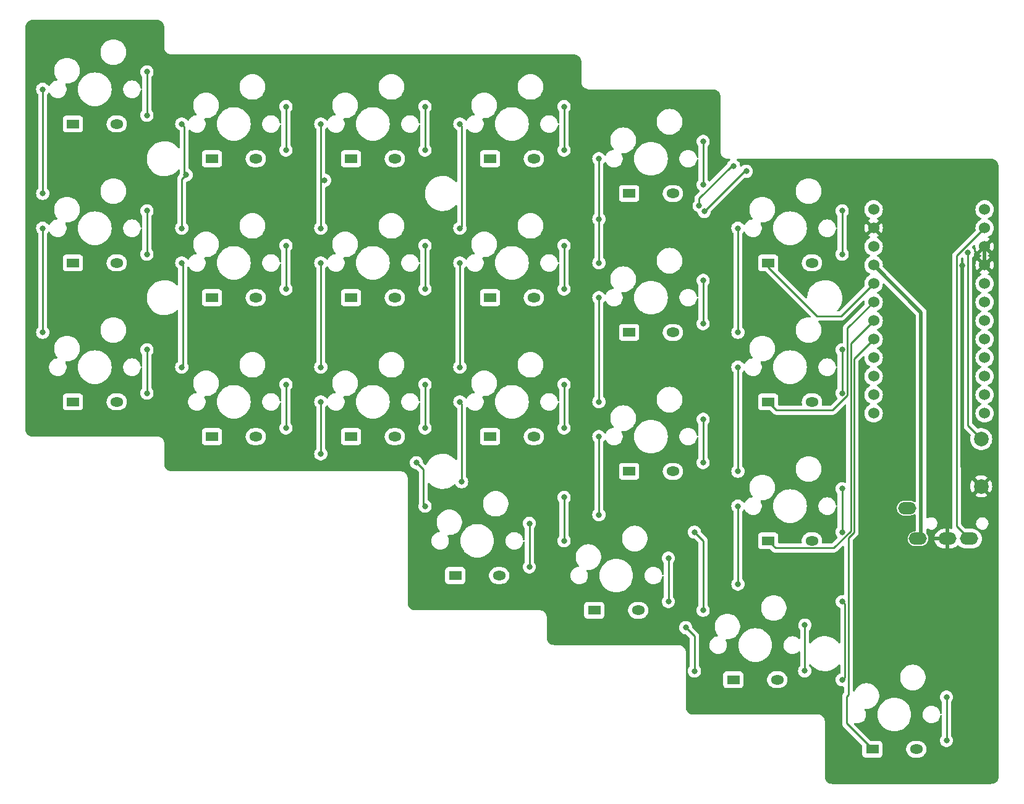
<source format=gtl>
%TF.GenerationSoftware,KiCad,Pcbnew,(7.0.0)*%
%TF.CreationDate,2023-04-23T18:46:31+09:00*%
%TF.ProjectId,mysplit44_pcb_l,6d797370-6c69-4743-9434-5f7063625f6c,rev?*%
%TF.SameCoordinates,Original*%
%TF.FileFunction,Copper,L1,Top*%
%TF.FilePolarity,Positive*%
%FSLAX46Y46*%
G04 Gerber Fmt 4.6, Leading zero omitted, Abs format (unit mm)*
G04 Created by KiCad (PCBNEW (7.0.0)) date 2023-04-23 18:46:31*
%MOMM*%
%LPD*%
G01*
G04 APERTURE LIST*
%TA.AperFunction,ComponentPad*%
%ADD10C,1.524000*%
%TD*%
%TA.AperFunction,ComponentPad*%
%ADD11C,2.000000*%
%TD*%
%TA.AperFunction,ComponentPad*%
%ADD12O,2.500000X1.700000*%
%TD*%
%TA.AperFunction,ComponentPad*%
%ADD13R,1.778000X1.300000*%
%TD*%
%TA.AperFunction,ComponentPad*%
%ADD14O,1.778000X1.300000*%
%TD*%
%TA.AperFunction,ViaPad*%
%ADD15C,0.800000*%
%TD*%
%TA.AperFunction,Conductor*%
%ADD16C,0.250000*%
%TD*%
%TA.AperFunction,Conductor*%
%ADD17C,0.500000*%
%TD*%
G04 APERTURE END LIST*
D10*
%TO.P,U1,1,TX0/D3*%
%TO.N,unconnected-(U1-TX0{slash}D3-Pad1)*%
X150486400Y-47434500D03*
%TO.P,U1,2,RX1/D2*%
%TO.N,DATA*%
X150486400Y-49974500D03*
%TO.P,U1,3,GND*%
%TO.N,GND*%
X150486400Y-52514500D03*
%TO.P,U1,4,GND*%
X150486400Y-55054500D03*
%TO.P,U1,5,2/D1/SDA*%
%TO.N,COL1*%
X150486400Y-57594500D03*
%TO.P,U1,6,3/D0/SCL*%
%TO.N,COL2*%
X150486400Y-60134500D03*
%TO.P,U1,7,4/D4*%
%TO.N,COL3*%
X150486400Y-62674500D03*
%TO.P,U1,8,5/C6*%
%TO.N,COL4*%
X150486400Y-65214500D03*
%TO.P,U1,9,6/D7*%
%TO.N,COL5*%
X150486400Y-67754500D03*
%TO.P,U1,10,7/E6*%
%TO.N,COL6*%
X150486400Y-70294500D03*
%TO.P,U1,11,8/B4*%
%TO.N,unconnected-(U1-8{slash}B4-Pad11)*%
X150486400Y-72834500D03*
%TO.P,U1,12,9/B5*%
%TO.N,unconnected-(U1-9{slash}B5-Pad12)*%
X150486400Y-75374500D03*
%TO.P,U1,13,B6/10*%
%TO.N,unconnected-(U1-B6{slash}10-Pad13)*%
X135266400Y-75374500D03*
%TO.P,U1,14,B2/16*%
%TO.N,unconnected-(U1-B2{slash}16-Pad14)*%
X135266400Y-72834500D03*
%TO.P,U1,15,B3/14*%
%TO.N,unconnected-(U1-B3{slash}14-Pad15)*%
X135266400Y-70294500D03*
%TO.P,U1,16,B1/15*%
%TO.N,unconnected-(U1-B1{slash}15-Pad16)*%
X135266400Y-67754500D03*
%TO.P,U1,17,F7/A0*%
%TO.N,ROW4*%
X135266400Y-65214500D03*
%TO.P,U1,18,F6/A1*%
%TO.N,ROW3*%
X135266400Y-62674500D03*
%TO.P,U1,19,F5/A2*%
%TO.N,ROW2*%
X135266400Y-60134500D03*
%TO.P,U1,20,F4/A3*%
%TO.N,ROW1*%
X135266400Y-57594500D03*
%TO.P,U1,21,VCC*%
%TO.N,VCC*%
X135266400Y-55054500D03*
%TO.P,U1,22,RST*%
%TO.N,RESET*%
X135266400Y-52514500D03*
%TO.P,U1,23,GND*%
%TO.N,GND*%
X135266400Y-49974500D03*
%TO.P,U1,24,RAW*%
%TO.N,unconnected-(U1-RAW-Pad24)*%
X135266400Y-47434500D03*
%TD*%
D11*
%TO.P,RESW1,1,1*%
%TO.N,RESET*%
X150018750Y-78903125D03*
%TO.P,RESW1,2,2*%
%TO.N,GND*%
X150018750Y-85403125D03*
%TD*%
D12*
%TO.P,J1,A*%
%TO.N,unconnected-(J1-PadA)*%
X139856249Y-88387499D03*
%TO.P,J1,B*%
%TO.N,DATA*%
X148356249Y-92587499D03*
%TO.P,J1,C*%
%TO.N,GND*%
X145356249Y-92587499D03*
%TO.P,J1,D*%
%TO.N,VCC*%
X141356249Y-92587499D03*
%TD*%
D13*
%TO.P,D7,1,K*%
%TO.N,ROW2*%
X25574999Y-54768749D03*
D14*
%TO.P,D7,2,A*%
%TO.N,Net-(D7-A)*%
X31574999Y-54768749D03*
%TD*%
D13*
%TO.P,D9,1,K*%
%TO.N,ROW2*%
X63674999Y-59531249D03*
D14*
%TO.P,D9,2,A*%
%TO.N,Net-(D9-A)*%
X69674999Y-59531249D03*
%TD*%
D13*
%TO.P,D4,1,K*%
%TO.N,ROW1*%
X82724999Y-40481249D03*
D14*
%TO.P,D4,2,A*%
%TO.N,Net-(D4-A)*%
X88724999Y-40481249D03*
%TD*%
D13*
%TO.P,D18,1,K*%
%TO.N,ROW3*%
X120824999Y-92868749D03*
D14*
%TO.P,D18,2,A*%
%TO.N,Net-(D18-A)*%
X126824999Y-92868749D03*
%TD*%
D13*
%TO.P,D3,1,K*%
%TO.N,ROW1*%
X63674999Y-40481249D03*
D14*
%TO.P,D3,2,A*%
%TO.N,Net-(D3-A)*%
X69674999Y-40481249D03*
%TD*%
D13*
%TO.P,D15,1,K*%
%TO.N,ROW3*%
X63674999Y-78581249D03*
D14*
%TO.P,D15,2,A*%
%TO.N,Net-(D15-A)*%
X69674999Y-78581249D03*
%TD*%
D13*
%TO.P,D16,1,K*%
%TO.N,ROW3*%
X82724999Y-78581249D03*
D14*
%TO.P,D16,2,A*%
%TO.N,Net-(D16-A)*%
X88724999Y-78581249D03*
%TD*%
D13*
%TO.P,D19,1,K*%
%TO.N,ROW4*%
X77962499Y-97631249D03*
D14*
%TO.P,D19,2,A*%
%TO.N,Net-(D19-A)*%
X83962499Y-97631249D03*
%TD*%
D13*
%TO.P,D14,1,K*%
%TO.N,ROW3*%
X44624999Y-78581249D03*
D14*
%TO.P,D14,2,A*%
%TO.N,Net-(D14-A)*%
X50624999Y-78581249D03*
%TD*%
D13*
%TO.P,D12,1,K*%
%TO.N,ROW2*%
X120824999Y-73818749D03*
D14*
%TO.P,D12,2,A*%
%TO.N,Net-(D12-A)*%
X126824999Y-73818749D03*
%TD*%
D13*
%TO.P,D17,1,K*%
%TO.N,ROW3*%
X101774999Y-83343749D03*
D14*
%TO.P,D17,2,A*%
%TO.N,Net-(D17-A)*%
X107774999Y-83343749D03*
%TD*%
D13*
%TO.P,D13,1,K*%
%TO.N,ROW3*%
X25574999Y-73818749D03*
D14*
%TO.P,D13,2,A*%
%TO.N,Net-(D13-A)*%
X31574999Y-73818749D03*
%TD*%
D13*
%TO.P,D6,1,K*%
%TO.N,ROW1*%
X120824999Y-54768749D03*
D14*
%TO.P,D6,2,A*%
%TO.N,Net-(D6-A)*%
X126824999Y-54768749D03*
%TD*%
D13*
%TO.P,D2,1,K*%
%TO.N,ROW1*%
X44624999Y-40481249D03*
D14*
%TO.P,D2,2,A*%
%TO.N,Net-(D2-A)*%
X50624999Y-40481249D03*
%TD*%
D13*
%TO.P,D20,1,K*%
%TO.N,ROW4*%
X97012499Y-102393749D03*
D14*
%TO.P,D20,2,A*%
%TO.N,Net-(D20-A)*%
X103012499Y-102393749D03*
%TD*%
D13*
%TO.P,D10,1,K*%
%TO.N,ROW2*%
X82724999Y-59531249D03*
D14*
%TO.P,D10,2,A*%
%TO.N,Net-(D10-A)*%
X88724999Y-59531249D03*
%TD*%
D13*
%TO.P,D11,1,K*%
%TO.N,ROW2*%
X101774999Y-64293749D03*
D14*
%TO.P,D11,2,A*%
%TO.N,Net-(D11-A)*%
X107774999Y-64293749D03*
%TD*%
D13*
%TO.P,D5,1,K*%
%TO.N,ROW1*%
X101774999Y-45243749D03*
D14*
%TO.P,D5,2,A*%
%TO.N,Net-(D5-A)*%
X107774999Y-45243749D03*
%TD*%
D13*
%TO.P,D8,1,K*%
%TO.N,ROW2*%
X44624999Y-59531249D03*
D14*
%TO.P,D8,2,A*%
%TO.N,Net-(D8-A)*%
X50624999Y-59531249D03*
%TD*%
D13*
%TO.P,D21,1,K*%
%TO.N,ROW4*%
X116062499Y-111918749D03*
D14*
%TO.P,D21,2,A*%
%TO.N,Net-(D21-A)*%
X122062499Y-111918749D03*
%TD*%
D13*
%TO.P,D1,1,K*%
%TO.N,ROW1*%
X25574999Y-35718749D03*
D14*
%TO.P,D1,2,A*%
%TO.N,Net-(D1-A)*%
X31574999Y-35718749D03*
%TD*%
D13*
%TO.P,D22,1,K*%
%TO.N,ROW4*%
X135112499Y-121443749D03*
D14*
%TO.P,D22,2,A*%
%TO.N,Net-(D22-A)*%
X141112499Y-121443749D03*
%TD*%
D15*
%TO.N,Net-(D1-A)*%
X35718750Y-28575000D03*
X35718750Y-34528125D03*
%TO.N,Net-(D2-A)*%
X54768750Y-39290625D03*
X54768750Y-33337500D03*
%TO.N,Net-(D3-A)*%
X73818750Y-33337500D03*
X73818750Y-39290625D03*
%TO.N,Net-(D4-A)*%
X92868750Y-39290625D03*
X92868750Y-33337500D03*
%TO.N,Net-(D5-A)*%
X111918750Y-38100000D03*
X111918750Y-44053125D03*
%TO.N,Net-(D6-A)*%
X130968750Y-47625000D03*
X130968750Y-53578125D03*
%TO.N,Net-(D7-A)*%
X35718750Y-47625000D03*
X35718750Y-53578125D03*
%TO.N,Net-(D8-A)*%
X54768750Y-52387500D03*
X54768750Y-58340625D03*
%TO.N,Net-(D9-A)*%
X73818750Y-52387500D03*
X73818750Y-58340625D03*
%TO.N,Net-(D10-A)*%
X92868750Y-52387500D03*
X92868750Y-58340625D03*
%TO.N,Net-(D11-A)*%
X111918750Y-63103125D03*
X111918750Y-57150000D03*
%TO.N,Net-(D12-A)*%
X130968750Y-72628125D03*
X130968750Y-66675000D03*
%TO.N,Net-(D13-A)*%
X35718750Y-66675000D03*
X35718750Y-72628125D03*
%TO.N,Net-(D14-A)*%
X54768750Y-71437500D03*
X54768750Y-77390625D03*
%TO.N,Net-(D15-A)*%
X73818750Y-77390625D03*
X73818750Y-71437500D03*
%TO.N,Net-(D16-A)*%
X92868750Y-77390625D03*
X92868750Y-71437500D03*
%TO.N,Net-(D17-A)*%
X111918750Y-82153125D03*
X111918750Y-76200000D03*
%TO.N,Net-(D18-A)*%
X130968750Y-91678125D03*
X130968750Y-85725000D03*
%TO.N,ROW4*%
X109537500Y-104775000D03*
X110728125Y-110728125D03*
%TO.N,Net-(D19-A)*%
X88106250Y-96440625D03*
X88106250Y-90487500D03*
%TO.N,Net-(D20-A)*%
X107156250Y-95250000D03*
X107156250Y-101203125D03*
%TO.N,Net-(D21-A)*%
X125825000Y-110706250D03*
X125856250Y-104425000D03*
%TO.N,Net-(D22-A)*%
X145256250Y-114300000D03*
X145256250Y-120253125D03*
%TO.N,GND*%
X147375000Y-55156250D03*
%TO.N,RESET*%
X148175000Y-53364000D03*
%TO.N,COL1*%
X21431250Y-45243750D03*
X21431250Y-50006250D03*
X21431250Y-30956250D03*
X116075000Y-41456250D03*
X111365976Y-46930750D03*
X21431250Y-64293750D03*
%TO.N,COL2*%
X117825000Y-42206250D03*
X40481250Y-50006250D03*
X40481250Y-35718750D03*
X40481250Y-54768750D03*
X41075000Y-42706250D03*
X40481250Y-69056250D03*
X112075000Y-47706250D03*
%TO.N,COL3*%
X59531250Y-50006250D03*
X73818750Y-88106250D03*
X59531250Y-54768750D03*
X60075000Y-43430750D03*
X59531250Y-35718750D03*
X59531250Y-73818750D03*
X59531250Y-69056250D03*
X72628125Y-82153125D03*
X59531250Y-80962500D03*
%TO.N,COL4*%
X78828125Y-84781250D03*
X92868750Y-92868750D03*
X78581250Y-73818750D03*
X78581250Y-35718750D03*
X78581250Y-50006250D03*
X78581250Y-69056250D03*
X92868750Y-86915625D03*
X78581250Y-54768750D03*
%TO.N,COL5*%
X97631250Y-54768750D03*
X97631250Y-59531250D03*
X97631250Y-73818750D03*
X111918750Y-102393750D03*
X97631250Y-78581250D03*
X97631250Y-48756250D03*
X110728125Y-91678125D03*
X97631250Y-40481250D03*
X97631250Y-89296875D03*
%TO.N,COL6*%
X116681250Y-50006250D03*
X116681250Y-88106250D03*
X116681250Y-64293750D03*
X116681250Y-83343750D03*
X130968750Y-101203125D03*
X116681250Y-98821875D03*
X130968750Y-111918750D03*
X116681250Y-69056250D03*
%TD*%
D16*
%TO.N,ROW1*%
X135266400Y-57594500D02*
X130804650Y-62056250D01*
X127541611Y-62056250D02*
X120825000Y-55339639D01*
X120825000Y-55339639D02*
X120825000Y-54768750D01*
X130804650Y-62056250D02*
X127541611Y-62056250D01*
%TO.N,Net-(D1-A)*%
X35718750Y-28575000D02*
X35718750Y-34528125D01*
%TO.N,Net-(D2-A)*%
X54768750Y-33337500D02*
X54768750Y-39290625D01*
%TO.N,Net-(D3-A)*%
X73818750Y-33337500D02*
X73818750Y-39290625D01*
%TO.N,Net-(D4-A)*%
X92868750Y-33337500D02*
X92868750Y-39290625D01*
%TO.N,Net-(D5-A)*%
X111918750Y-38100000D02*
X111918750Y-44053125D01*
%TO.N,Net-(D6-A)*%
X130968750Y-47625000D02*
X130968750Y-53578125D01*
%TO.N,ROW2*%
X131693750Y-63707150D02*
X131693750Y-72928430D01*
X121962500Y-74956250D02*
X120825000Y-73818750D01*
X129665930Y-74956250D02*
X121962500Y-74956250D01*
X135266400Y-60134500D02*
X131693750Y-63707150D01*
X131693750Y-72928430D02*
X129665930Y-74956250D01*
%TO.N,Net-(D7-A)*%
X35718750Y-47625000D02*
X35718750Y-53578125D01*
%TO.N,Net-(D8-A)*%
X54768750Y-52387500D02*
X54768750Y-58340625D01*
%TO.N,Net-(D9-A)*%
X73818750Y-52387500D02*
X73818750Y-58340625D01*
%TO.N,Net-(D10-A)*%
X92868750Y-52387500D02*
X92868750Y-58340625D01*
%TO.N,Net-(D11-A)*%
X111918750Y-57150000D02*
X111918750Y-63103125D01*
%TO.N,Net-(D12-A)*%
X130968750Y-66675000D02*
X130968750Y-72628125D01*
%TO.N,ROW3*%
X121800000Y-93843750D02*
X120825000Y-92868750D01*
X135266400Y-62674500D02*
X132143750Y-65797150D01*
X132143750Y-65797150D02*
X132143750Y-91528430D01*
X132143750Y-91528430D02*
X129828430Y-93843750D01*
X129828430Y-93843750D02*
X121800000Y-93843750D01*
%TO.N,Net-(D13-A)*%
X35718750Y-66675000D02*
X35718750Y-72628125D01*
%TO.N,Net-(D14-A)*%
X54768750Y-71437500D02*
X54768750Y-77390625D01*
%TO.N,Net-(D15-A)*%
X73818750Y-71437500D02*
X73818750Y-77390625D01*
%TO.N,Net-(D16-A)*%
X92868750Y-71437500D02*
X92868750Y-77390625D01*
%TO.N,Net-(D17-A)*%
X111918750Y-76200000D02*
X111918750Y-82153125D01*
%TO.N,Net-(D18-A)*%
X130968750Y-85725000D02*
X130968750Y-91678125D01*
%TO.N,ROW4*%
X110728125Y-105965625D02*
X110728125Y-110728125D01*
X132593750Y-91714826D02*
X131825000Y-92483576D01*
X131575000Y-117906250D02*
X135112500Y-121443750D01*
X132593750Y-67887150D02*
X132593750Y-91714826D01*
X131575000Y-114217100D02*
X131575000Y-117906250D01*
X131825000Y-92483576D02*
X131825000Y-113967100D01*
X135266400Y-65214500D02*
X132593750Y-67887150D01*
X131825000Y-113967100D02*
X131575000Y-114217100D01*
X109537500Y-104775000D02*
X110728125Y-105965625D01*
%TO.N,Net-(D19-A)*%
X88106250Y-90487500D02*
X88106250Y-96440625D01*
%TO.N,Net-(D20-A)*%
X107156250Y-95250000D02*
X107156250Y-101203125D01*
%TO.N,Net-(D21-A)*%
X125825000Y-110706250D02*
X125825000Y-104456250D01*
X125825000Y-104456250D02*
X125856250Y-104425000D01*
%TO.N,Net-(D22-A)*%
X145256250Y-114300000D02*
X145256250Y-120253125D01*
%TO.N,DATA*%
X146650000Y-53810900D02*
X150486400Y-49974500D01*
X146650000Y-90881250D02*
X146650000Y-53810900D01*
X148356250Y-92587500D02*
X146650000Y-90881250D01*
D17*
%TO.N,GND*%
X147375000Y-82759375D02*
X150018750Y-85403125D01*
X150486400Y-52514500D02*
X150486400Y-55054500D01*
X147375000Y-55156250D02*
X147375000Y-82759375D01*
%TO.N,VCC*%
X141775000Y-61563100D02*
X141775000Y-92168750D01*
X141775000Y-92168750D02*
X141356250Y-92587500D01*
X135266400Y-55054500D02*
X141775000Y-61563100D01*
D16*
%TO.N,RESET*%
X148175000Y-53364000D02*
X148175000Y-77059375D01*
X148175000Y-77059375D02*
X150018750Y-78903125D01*
%TO.N,COL1*%
X111365976Y-45915274D02*
X115825000Y-41456250D01*
X111365976Y-46930750D02*
X111365976Y-45915274D01*
X115825000Y-41456250D02*
X116075000Y-41456250D01*
X21431250Y-50006250D02*
X21431250Y-64293750D01*
X21431250Y-30956250D02*
X21431250Y-45243750D01*
%TO.N,COL2*%
X40481250Y-35718750D02*
X40825000Y-36062500D01*
X112075000Y-47706250D02*
X117575000Y-42206250D01*
X40481250Y-43300000D02*
X40481250Y-43456250D01*
X40481250Y-43456250D02*
X40481250Y-50006250D01*
X40481250Y-54768750D02*
X40625000Y-54912500D01*
X40625000Y-54912500D02*
X40625000Y-68912500D01*
X40625000Y-68912500D02*
X40481250Y-69056250D01*
X117575000Y-42206250D02*
X117825000Y-42206250D01*
X40825000Y-36062500D02*
X40825000Y-42456250D01*
X40825000Y-42456250D02*
X41075000Y-42706250D01*
X41075000Y-42706250D02*
X40481250Y-43300000D01*
%TO.N,COL3*%
X59531250Y-43706250D02*
X59531250Y-50006250D01*
X59531250Y-54768750D02*
X59531250Y-69056250D01*
X73575000Y-87862500D02*
X73818750Y-88106250D01*
X59531250Y-73818750D02*
X59531250Y-80962500D01*
X72628125Y-82153125D02*
X73575000Y-83100000D01*
X59531250Y-35718750D02*
X59531250Y-43706250D01*
X73575000Y-83100000D02*
X73575000Y-87862500D01*
X60075000Y-43430750D02*
X59806750Y-43430750D01*
X59806750Y-43430750D02*
X59531250Y-43706250D01*
%TO.N,COL4*%
X78825000Y-49762500D02*
X78581250Y-50006250D01*
X78581250Y-35718750D02*
X78825000Y-35962500D01*
X78581250Y-54768750D02*
X78581250Y-69056250D01*
X78825000Y-84778125D02*
X78825000Y-74062500D01*
X78825000Y-74062500D02*
X78581250Y-73818750D01*
X78825000Y-35962500D02*
X78825000Y-49762500D01*
X78828125Y-84781250D02*
X78825000Y-84778125D01*
X92868750Y-86915625D02*
X92868750Y-92868750D01*
%TO.N,COL5*%
X97631250Y-40481250D02*
X97631250Y-48756250D01*
X97631250Y-48756250D02*
X97631250Y-54768750D01*
X97631250Y-59531250D02*
X97631250Y-73818750D01*
X97631250Y-78581250D02*
X97631250Y-89296875D01*
X111918750Y-92868750D02*
X111918750Y-102393750D01*
X110728125Y-91678125D02*
X111918750Y-92868750D01*
%TO.N,COL6*%
X130968750Y-101203125D02*
X131325000Y-101559375D01*
X116681250Y-50006250D02*
X116681250Y-64293750D01*
X116681250Y-88106250D02*
X116681250Y-98821875D01*
X131325000Y-111562500D02*
X130968750Y-111918750D01*
X131325000Y-101559375D02*
X131325000Y-111562500D01*
X116681250Y-69056250D02*
X116681250Y-83343750D01*
%TD*%
%TA.AperFunction,Conductor*%
%TO.N,GND*%
G36*
X37105395Y-21432222D02*
G01*
X37144937Y-21435681D01*
X37145902Y-21435770D01*
X37271776Y-21448167D01*
X37291695Y-21451791D01*
X37356400Y-21469129D01*
X37360255Y-21470229D01*
X37451576Y-21497930D01*
X37467967Y-21504201D01*
X37533869Y-21534931D01*
X37539897Y-21537945D01*
X37619060Y-21580257D01*
X37631729Y-21588040D01*
X37692905Y-21630874D01*
X37700440Y-21636590D01*
X37768487Y-21692432D01*
X37777470Y-21700573D01*
X37830674Y-21753774D01*
X37838836Y-21762780D01*
X37894681Y-21830824D01*
X37900403Y-21838364D01*
X37943230Y-21899523D01*
X37951013Y-21912193D01*
X37993335Y-21991365D01*
X37996359Y-21997413D01*
X38027072Y-22063271D01*
X38033351Y-22079680D01*
X38061051Y-22170983D01*
X38062165Y-22174882D01*
X38079486Y-22239509D01*
X38083117Y-22259474D01*
X38092471Y-22354652D01*
X38095819Y-22388711D01*
X38095940Y-22390022D01*
X38099027Y-22425275D01*
X38099500Y-22436092D01*
X38099500Y-25193849D01*
X38099531Y-25193925D01*
X38099548Y-25194104D01*
X38099545Y-25275861D01*
X38099545Y-25281281D01*
X38100484Y-25286608D01*
X38100485Y-25286618D01*
X38114710Y-25367309D01*
X38129937Y-25453684D01*
X38131783Y-25458758D01*
X38131786Y-25458767D01*
X38187954Y-25613106D01*
X38189805Y-25618191D01*
X38192509Y-25622875D01*
X38192512Y-25622881D01*
X38263052Y-25745068D01*
X38277331Y-25769802D01*
X38389855Y-25903910D01*
X38523957Y-26016440D01*
X38528643Y-26019145D01*
X38528648Y-26019149D01*
X38645941Y-26086870D01*
X38675564Y-26103974D01*
X38840067Y-26163850D01*
X39012469Y-26194250D01*
X39099901Y-26194250D01*
X39100000Y-26194250D01*
X39100500Y-26194250D01*
X94244587Y-26194250D01*
X94255392Y-26194722D01*
X94266247Y-26195671D01*
X94294892Y-26198177D01*
X94295949Y-26198275D01*
X94421772Y-26210668D01*
X94441685Y-26214292D01*
X94506376Y-26231626D01*
X94510248Y-26232732D01*
X94601566Y-26260433D01*
X94617955Y-26266705D01*
X94683848Y-26297432D01*
X94689854Y-26300434D01*
X94769041Y-26342762D01*
X94781705Y-26350543D01*
X94842876Y-26393376D01*
X94850397Y-26399082D01*
X94918457Y-26454940D01*
X94927446Y-26463088D01*
X94977497Y-26513141D01*
X94980632Y-26516276D01*
X94988802Y-26525292D01*
X95044635Y-26593328D01*
X95050357Y-26600870D01*
X95093177Y-26662028D01*
X95100959Y-26674697D01*
X95143272Y-26753863D01*
X95146298Y-26759915D01*
X95177010Y-26825785D01*
X95183287Y-26842194D01*
X95210970Y-26933467D01*
X95212084Y-26937368D01*
X95229423Y-27002087D01*
X95233047Y-27021997D01*
X95245102Y-27144138D01*
X95245230Y-27145512D01*
X95249028Y-27188934D01*
X95249500Y-27199739D01*
X95249500Y-29956349D01*
X95249531Y-29956425D01*
X95249548Y-29956604D01*
X95249545Y-30038361D01*
X95249545Y-30043781D01*
X95250484Y-30049108D01*
X95250485Y-30049118D01*
X95271699Y-30169455D01*
X95279937Y-30216184D01*
X95281783Y-30221258D01*
X95281786Y-30221267D01*
X95333564Y-30363542D01*
X95339805Y-30380691D01*
X95342509Y-30385375D01*
X95342512Y-30385381D01*
X95412475Y-30506568D01*
X95427331Y-30532302D01*
X95539855Y-30666410D01*
X95673957Y-30778940D01*
X95678643Y-30781645D01*
X95678648Y-30781649D01*
X95788384Y-30845007D01*
X95825564Y-30866474D01*
X95990067Y-30926350D01*
X96162469Y-30956750D01*
X96249901Y-30956750D01*
X96250000Y-30956750D01*
X96250500Y-30956750D01*
X113294591Y-30956750D01*
X113305395Y-30957222D01*
X113344937Y-30960681D01*
X113345902Y-30960770D01*
X113471776Y-30973167D01*
X113491695Y-30976791D01*
X113556400Y-30994129D01*
X113560255Y-30995229D01*
X113651576Y-31022930D01*
X113667967Y-31029201D01*
X113733869Y-31059931D01*
X113739891Y-31062942D01*
X113758937Y-31073122D01*
X113819060Y-31105257D01*
X113831729Y-31113040D01*
X113892905Y-31155874D01*
X113900440Y-31161590D01*
X113968487Y-31217432D01*
X113977470Y-31225573D01*
X114030674Y-31278774D01*
X114038836Y-31287780D01*
X114094681Y-31355824D01*
X114100403Y-31363364D01*
X114143230Y-31424523D01*
X114151013Y-31437193D01*
X114193335Y-31516365D01*
X114196359Y-31522413D01*
X114227072Y-31588271D01*
X114233351Y-31604680D01*
X114261051Y-31695983D01*
X114262165Y-31699882D01*
X114279486Y-31764509D01*
X114283117Y-31784474D01*
X114288786Y-31842144D01*
X114295819Y-31913711D01*
X114295940Y-31915022D01*
X114299027Y-31950275D01*
X114299500Y-31961092D01*
X114299500Y-39481069D01*
X114299476Y-39481250D01*
X114299450Y-39481250D01*
X114299450Y-39481448D01*
X114299450Y-39481449D01*
X114299453Y-39563364D01*
X114299453Y-39563372D01*
X114299454Y-39568784D01*
X114300394Y-39574116D01*
X114300395Y-39574122D01*
X114328921Y-39735861D01*
X114328923Y-39735871D01*
X114329862Y-39741191D01*
X114331711Y-39746273D01*
X114331713Y-39746277D01*
X114387892Y-39900611D01*
X114387896Y-39900619D01*
X114389745Y-39905699D01*
X114392449Y-39910383D01*
X114392451Y-39910386D01*
X114424696Y-39966231D01*
X114477284Y-40057309D01*
X114589820Y-40191416D01*
X114723932Y-40303945D01*
X114875547Y-40391476D01*
X115040057Y-40451351D01*
X115212466Y-40481750D01*
X115299901Y-40481750D01*
X115300000Y-40481750D01*
X115300500Y-40481750D01*
X115502630Y-40481750D01*
X115562367Y-40497088D01*
X115607327Y-40539307D01*
X115626385Y-40597964D01*
X115614829Y-40658547D01*
X115575515Y-40706068D01*
X115474388Y-40779540D01*
X115474381Y-40779545D01*
X115469129Y-40783362D01*
X115464784Y-40788187D01*
X115464779Y-40788192D01*
X115346813Y-40919206D01*
X115346808Y-40919212D01*
X115342467Y-40924034D01*
X115339222Y-40929654D01*
X115339218Y-40929660D01*
X115251070Y-41082337D01*
X115251066Y-41082343D01*
X115247821Y-41087966D01*
X115245814Y-41094140D01*
X115245810Y-41094151D01*
X115227720Y-41149825D01*
X115197471Y-41199186D01*
X112847711Y-43548946D01*
X112799886Y-43578685D01*
X112743840Y-43584204D01*
X112691133Y-43564363D01*
X112659709Y-43530807D01*
X112658352Y-43531794D01*
X112654531Y-43526534D01*
X112651283Y-43520909D01*
X112623813Y-43490401D01*
X112576100Y-43437410D01*
X112552486Y-43398876D01*
X112544250Y-43354438D01*
X112544250Y-38798687D01*
X112552486Y-38754249D01*
X112576100Y-38715715D01*
X112612841Y-38674910D01*
X112651283Y-38632216D01*
X112745929Y-38468284D01*
X112804424Y-38288256D01*
X112824210Y-38100000D01*
X112808069Y-37946422D01*
X112805103Y-37918204D01*
X112805102Y-37918203D01*
X112804424Y-37911744D01*
X112745929Y-37731716D01*
X112651283Y-37567784D01*
X112524621Y-37427112D01*
X112519363Y-37423292D01*
X112519361Y-37423290D01*
X112376738Y-37319669D01*
X112376737Y-37319668D01*
X112371480Y-37315849D01*
X112365542Y-37313205D01*
X112204495Y-37241501D01*
X112204490Y-37241499D01*
X112198553Y-37238856D01*
X112192194Y-37237504D01*
X112192190Y-37237503D01*
X112019758Y-37200852D01*
X112019755Y-37200851D01*
X112013396Y-37199500D01*
X111824104Y-37199500D01*
X111817745Y-37200851D01*
X111817741Y-37200852D01*
X111645309Y-37237503D01*
X111645302Y-37237505D01*
X111638947Y-37238856D01*
X111633012Y-37241498D01*
X111633004Y-37241501D01*
X111471957Y-37313205D01*
X111471952Y-37313207D01*
X111466020Y-37315849D01*
X111460766Y-37319665D01*
X111460761Y-37319669D01*
X111318138Y-37423290D01*
X111318131Y-37423295D01*
X111312879Y-37427112D01*
X111308534Y-37431937D01*
X111308529Y-37431942D01*
X111190563Y-37562956D01*
X111190558Y-37562962D01*
X111186217Y-37567784D01*
X111182972Y-37573404D01*
X111182968Y-37573410D01*
X111094819Y-37726089D01*
X111094816Y-37726094D01*
X111091571Y-37731716D01*
X111089565Y-37737888D01*
X111089563Y-37737894D01*
X111035083Y-37905564D01*
X111035081Y-37905573D01*
X111033076Y-37911744D01*
X111032398Y-37918194D01*
X111032396Y-37918204D01*
X111016187Y-38072432D01*
X111013290Y-38100000D01*
X111013969Y-38106460D01*
X111032396Y-38281795D01*
X111032397Y-38281803D01*
X111033076Y-38288256D01*
X111035081Y-38294428D01*
X111035083Y-38294435D01*
X111065327Y-38387515D01*
X111091571Y-38468284D01*
X111094818Y-38473908D01*
X111094819Y-38473910D01*
X111162962Y-38591938D01*
X111186217Y-38632216D01*
X111190561Y-38637041D01*
X111190563Y-38637043D01*
X111261400Y-38715715D01*
X111285014Y-38754249D01*
X111293250Y-38798687D01*
X111293250Y-40303683D01*
X111278496Y-40362347D01*
X111237743Y-40407050D01*
X111180691Y-40427154D01*
X111120917Y-40417875D01*
X111072644Y-40381422D01*
X111047361Y-40326468D01*
X111014618Y-40151310D01*
X110934247Y-39943849D01*
X110817124Y-39754688D01*
X110724177Y-39652730D01*
X110671102Y-39594509D01*
X110671097Y-39594505D01*
X110667236Y-39590269D01*
X110662663Y-39586816D01*
X110662658Y-39586811D01*
X110494261Y-39459644D01*
X110494256Y-39459641D01*
X110489689Y-39456192D01*
X110484563Y-39453639D01*
X110484559Y-39453637D01*
X110295658Y-39359575D01*
X110295653Y-39359573D01*
X110290528Y-39357021D01*
X110285021Y-39355454D01*
X110285013Y-39355451D01*
X110082050Y-39297704D01*
X110082051Y-39297704D01*
X110076536Y-39296135D01*
X110070828Y-39295606D01*
X109913363Y-39281015D01*
X109913362Y-39281014D01*
X109910503Y-39280750D01*
X109799497Y-39280750D01*
X109796638Y-39281014D01*
X109796636Y-39281015D01*
X109639171Y-39295606D01*
X109639169Y-39295606D01*
X109633464Y-39296135D01*
X109627950Y-39297703D01*
X109627949Y-39297704D01*
X109424986Y-39355451D01*
X109424975Y-39355455D01*
X109419472Y-39357021D01*
X109414349Y-39359571D01*
X109414341Y-39359575D01*
X109225440Y-39453637D01*
X109225431Y-39453642D01*
X109220311Y-39456192D01*
X109215748Y-39459637D01*
X109215738Y-39459644D01*
X109047341Y-39586811D01*
X109047330Y-39586820D01*
X109042764Y-39590269D01*
X109038907Y-39594499D01*
X109038897Y-39594509D01*
X108896736Y-39750453D01*
X108896732Y-39750457D01*
X108892876Y-39754688D01*
X108889864Y-39759551D01*
X108889859Y-39759559D01*
X108799374Y-39905699D01*
X108775753Y-39943849D01*
X108773685Y-39949186D01*
X108773683Y-39949191D01*
X108707843Y-40119144D01*
X108695382Y-40151310D01*
X108694328Y-40156944D01*
X108694328Y-40156947D01*
X108655932Y-40362347D01*
X108654500Y-40370007D01*
X108654500Y-40592493D01*
X108655551Y-40598119D01*
X108655552Y-40598122D01*
X108689957Y-40782170D01*
X108695382Y-40811190D01*
X108697452Y-40816535D01*
X108697453Y-40816536D01*
X108753882Y-40962197D01*
X108775753Y-41018651D01*
X108778771Y-41023525D01*
X108875616Y-41179937D01*
X108892876Y-41207812D01*
X108905187Y-41221316D01*
X109038897Y-41367990D01*
X109038901Y-41367994D01*
X109042764Y-41372231D01*
X109047337Y-41375684D01*
X109047341Y-41375688D01*
X109215738Y-41502855D01*
X109220311Y-41506308D01*
X109419472Y-41605479D01*
X109633464Y-41666365D01*
X109799497Y-41681750D01*
X109907631Y-41681750D01*
X109910503Y-41681750D01*
X110076536Y-41666365D01*
X110290528Y-41605479D01*
X110489689Y-41506308D01*
X110667236Y-41372231D01*
X110817124Y-41207812D01*
X110934247Y-41018651D01*
X111014618Y-40811190D01*
X111047361Y-40636031D01*
X111072644Y-40581078D01*
X111120917Y-40544625D01*
X111180691Y-40535346D01*
X111237743Y-40555450D01*
X111278496Y-40600153D01*
X111293250Y-40658817D01*
X111293250Y-43354438D01*
X111285014Y-43398876D01*
X111261400Y-43437410D01*
X111190563Y-43516081D01*
X111190558Y-43516087D01*
X111186217Y-43520909D01*
X111182972Y-43526529D01*
X111182968Y-43526535D01*
X111094819Y-43679214D01*
X111094816Y-43679219D01*
X111091571Y-43684841D01*
X111089565Y-43691013D01*
X111089563Y-43691019D01*
X111035083Y-43858689D01*
X111035081Y-43858698D01*
X111033076Y-43864869D01*
X111032398Y-43871319D01*
X111032396Y-43871329D01*
X111014712Y-44039589D01*
X111013290Y-44053125D01*
X111013969Y-44059585D01*
X111032396Y-44234920D01*
X111032397Y-44234928D01*
X111033076Y-44241381D01*
X111035081Y-44247553D01*
X111035083Y-44247560D01*
X111071530Y-44359730D01*
X111091571Y-44421409D01*
X111094818Y-44427033D01*
X111094819Y-44427035D01*
X111169049Y-44555606D01*
X111186217Y-44585341D01*
X111312879Y-44726013D01*
X111402641Y-44791228D01*
X111437941Y-44830953D01*
X111453370Y-44881814D01*
X111446088Y-44934461D01*
X111417433Y-44979224D01*
X110978672Y-45417985D01*
X110970487Y-45425433D01*
X110964099Y-45429488D01*
X110958764Y-45435168D01*
X110958759Y-45435173D01*
X110918072Y-45478499D01*
X110915368Y-45481290D01*
X110898604Y-45498054D01*
X110898597Y-45498061D01*
X110895856Y-45500803D01*
X110893476Y-45503870D01*
X110893465Y-45503883D01*
X110893376Y-45503999D01*
X110885818Y-45512844D01*
X110861256Y-45539001D01*
X110861249Y-45539010D01*
X110855914Y-45544692D01*
X110852158Y-45551523D01*
X110852155Y-45551528D01*
X110846261Y-45562249D01*
X110835585Y-45578501D01*
X110828085Y-45588170D01*
X110828077Y-45588181D01*
X110823303Y-45594338D01*
X110820210Y-45601482D01*
X110820205Y-45601493D01*
X110805950Y-45634434D01*
X110800814Y-45644917D01*
X110779779Y-45683182D01*
X110777840Y-45690730D01*
X110777839Y-45690735D01*
X110774798Y-45702581D01*
X110768497Y-45720985D01*
X110763634Y-45732222D01*
X110763632Y-45732226D01*
X110760538Y-45739378D01*
X110759318Y-45747077D01*
X110759318Y-45747079D01*
X110753705Y-45782515D01*
X110751337Y-45793950D01*
X110742414Y-45828702D01*
X110742412Y-45828710D01*
X110740476Y-45836255D01*
X110740476Y-45844051D01*
X110740476Y-45856291D01*
X110738950Y-45875676D01*
X110735816Y-45895470D01*
X110736550Y-45903235D01*
X110736550Y-45903238D01*
X110739926Y-45938950D01*
X110740476Y-45950619D01*
X110740476Y-46232063D01*
X110732240Y-46276501D01*
X110708626Y-46315035D01*
X110637789Y-46393706D01*
X110637784Y-46393712D01*
X110633443Y-46398534D01*
X110630198Y-46404154D01*
X110630194Y-46404160D01*
X110542045Y-46556839D01*
X110542042Y-46556844D01*
X110538797Y-46562466D01*
X110536791Y-46568638D01*
X110536789Y-46568644D01*
X110482309Y-46736314D01*
X110482307Y-46736323D01*
X110480302Y-46742494D01*
X110479624Y-46748944D01*
X110479622Y-46748954D01*
X110469563Y-46844669D01*
X110460516Y-46930750D01*
X110461195Y-46937210D01*
X110479622Y-47112545D01*
X110479623Y-47112553D01*
X110480302Y-47119006D01*
X110482307Y-47125178D01*
X110482309Y-47125185D01*
X110526658Y-47261674D01*
X110538797Y-47299034D01*
X110542044Y-47304658D01*
X110542045Y-47304660D01*
X110614735Y-47430564D01*
X110633443Y-47462966D01*
X110637787Y-47467791D01*
X110637789Y-47467793D01*
X110691691Y-47527657D01*
X110760105Y-47603638D01*
X110913246Y-47714901D01*
X111086173Y-47791894D01*
X111093311Y-47793411D01*
X111094199Y-47793787D01*
X111098714Y-47795255D01*
X111098585Y-47795649D01*
X111136875Y-47811898D01*
X111170340Y-47845359D01*
X111188707Y-47888625D01*
X111189326Y-47894506D01*
X111191332Y-47900682D01*
X111191334Y-47900688D01*
X111245813Y-48068355D01*
X111247821Y-48074534D01*
X111251068Y-48080158D01*
X111251069Y-48080160D01*
X111334134Y-48224034D01*
X111342467Y-48238466D01*
X111346811Y-48243291D01*
X111346813Y-48243293D01*
X111433680Y-48339768D01*
X111469129Y-48379138D01*
X111474387Y-48382958D01*
X111474388Y-48382959D01*
X111545699Y-48434769D01*
X111622270Y-48490401D01*
X111795197Y-48567394D01*
X111980354Y-48606750D01*
X112163143Y-48606750D01*
X112169646Y-48606750D01*
X112354803Y-48567394D01*
X112527730Y-48490401D01*
X112680871Y-48379138D01*
X112807533Y-48238466D01*
X112902179Y-48074534D01*
X112960674Y-47894506D01*
X112978321Y-47726594D01*
X112989721Y-47686175D01*
X113013958Y-47651880D01*
X115608406Y-45057432D01*
X124614500Y-45057432D01*
X124615189Y-45062004D01*
X124615190Y-45062015D01*
X124652912Y-45312278D01*
X124652913Y-45312285D01*
X124653604Y-45316865D01*
X124654969Y-45321293D01*
X124654971Y-45321298D01*
X124729569Y-45563141D01*
X124729573Y-45563151D01*
X124730937Y-45567573D01*
X124732946Y-45571746D01*
X124732949Y-45571752D01*
X124837489Y-45788830D01*
X124844772Y-45803954D01*
X124992567Y-46020729D01*
X125171019Y-46213055D01*
X125376143Y-46376636D01*
X125603357Y-46507818D01*
X125847584Y-46603670D01*
X126103370Y-46662052D01*
X126299506Y-46676750D01*
X126428177Y-46676750D01*
X126430494Y-46676750D01*
X126626630Y-46662052D01*
X126882416Y-46603670D01*
X127126643Y-46507818D01*
X127353857Y-46376636D01*
X127558981Y-46213055D01*
X127737433Y-46020729D01*
X127885228Y-45803954D01*
X127999063Y-45567573D01*
X128076396Y-45316865D01*
X128115500Y-45057432D01*
X128115500Y-44795068D01*
X128076396Y-44535635D01*
X127999063Y-44284927D01*
X127885228Y-44048546D01*
X127737433Y-43831771D01*
X127558981Y-43639445D01*
X127353857Y-43475864D01*
X127183020Y-43377231D01*
X127130664Y-43347003D01*
X127130658Y-43347000D01*
X127126643Y-43344682D01*
X127122324Y-43342987D01*
X127122318Y-43342984D01*
X126886738Y-43250526D01*
X126886734Y-43250525D01*
X126882416Y-43248830D01*
X126877893Y-43247797D01*
X126877891Y-43247797D01*
X126631149Y-43191479D01*
X126631143Y-43191478D01*
X126626630Y-43190448D01*
X126622008Y-43190101D01*
X126622004Y-43190101D01*
X126432808Y-43175923D01*
X126432797Y-43175922D01*
X126430494Y-43175750D01*
X126299506Y-43175750D01*
X126297203Y-43175922D01*
X126297191Y-43175923D01*
X126107995Y-43190101D01*
X126107989Y-43190101D01*
X126103370Y-43190448D01*
X126098858Y-43191477D01*
X126098850Y-43191479D01*
X125852108Y-43247797D01*
X125852102Y-43247798D01*
X125847584Y-43248830D01*
X125843268Y-43250523D01*
X125843261Y-43250526D01*
X125607681Y-43342984D01*
X125607670Y-43342989D01*
X125603357Y-43344682D01*
X125599346Y-43346997D01*
X125599335Y-43347003D01*
X125442747Y-43437410D01*
X125376143Y-43475864D01*
X125372519Y-43478753D01*
X125372516Y-43478756D01*
X125174646Y-43636552D01*
X125174641Y-43636556D01*
X125171019Y-43639445D01*
X125167865Y-43642843D01*
X125167863Y-43642846D01*
X124995719Y-43828373D01*
X124995713Y-43828379D01*
X124992567Y-43831771D01*
X124989957Y-43835598D01*
X124989957Y-43835599D01*
X124880061Y-43996787D01*
X124844772Y-44048546D01*
X124842759Y-44052724D01*
X124842756Y-44052731D01*
X124732949Y-44280747D01*
X124732944Y-44280758D01*
X124730937Y-44284927D01*
X124729574Y-44289343D01*
X124729569Y-44289358D01*
X124654971Y-44531201D01*
X124654968Y-44531209D01*
X124653604Y-44535635D01*
X124652914Y-44540211D01*
X124652912Y-44540221D01*
X124615190Y-44790484D01*
X124615189Y-44790496D01*
X124614500Y-44795068D01*
X124614500Y-45057432D01*
X115608406Y-45057432D01*
X117541506Y-43124332D01*
X117593968Y-43093121D01*
X117654962Y-43090725D01*
X117730354Y-43106750D01*
X117913143Y-43106750D01*
X117919646Y-43106750D01*
X118104803Y-43067394D01*
X118277730Y-42990401D01*
X118430871Y-42879138D01*
X118557533Y-42738466D01*
X118652179Y-42574534D01*
X118710674Y-42394506D01*
X118730460Y-42206250D01*
X118710674Y-42017994D01*
X118652179Y-41837966D01*
X118557533Y-41674034D01*
X118485627Y-41594175D01*
X118435220Y-41538192D01*
X118435218Y-41538190D01*
X118430871Y-41533362D01*
X118425613Y-41529542D01*
X118425611Y-41529540D01*
X118282988Y-41425919D01*
X118282987Y-41425918D01*
X118277730Y-41422099D01*
X118271792Y-41419455D01*
X118110745Y-41347751D01*
X118110740Y-41347749D01*
X118104803Y-41345106D01*
X118098444Y-41343754D01*
X118098440Y-41343753D01*
X117926008Y-41307102D01*
X117926005Y-41307101D01*
X117919646Y-41305750D01*
X117730354Y-41305750D01*
X117723995Y-41307101D01*
X117723991Y-41307102D01*
X117551559Y-41343753D01*
X117551552Y-41343755D01*
X117545197Y-41345106D01*
X117539262Y-41347748D01*
X117539254Y-41347751D01*
X117378207Y-41419455D01*
X117378202Y-41419457D01*
X117372270Y-41422099D01*
X117367016Y-41425915D01*
X117367011Y-41425919D01*
X117224388Y-41529540D01*
X117224381Y-41529545D01*
X117219129Y-41533362D01*
X117214781Y-41538190D01*
X117214782Y-41538190D01*
X117195102Y-41560046D01*
X117143728Y-41594175D01*
X117082267Y-41599333D01*
X117025924Y-41574243D01*
X116988638Y-41525112D01*
X116980390Y-41469211D01*
X116979781Y-41469211D01*
X116979781Y-41465085D01*
X116979635Y-41464096D01*
X116979686Y-41463616D01*
X116980460Y-41456250D01*
X116960674Y-41267994D01*
X116902179Y-41087966D01*
X116807533Y-40924034D01*
X116801191Y-40916991D01*
X116685220Y-40788192D01*
X116685219Y-40788191D01*
X116680871Y-40783362D01*
X116675613Y-40779542D01*
X116675611Y-40779540D01*
X116574485Y-40706068D01*
X116535171Y-40658547D01*
X116523615Y-40597964D01*
X116542673Y-40539307D01*
X116587633Y-40497088D01*
X116647370Y-40481750D01*
X151394587Y-40481750D01*
X151405392Y-40482222D01*
X151416247Y-40483171D01*
X151444892Y-40485677D01*
X151445949Y-40485775D01*
X151571772Y-40498168D01*
X151591685Y-40501792D01*
X151656376Y-40519126D01*
X151660248Y-40520232D01*
X151751566Y-40547933D01*
X151767955Y-40554205D01*
X151833848Y-40584932D01*
X151839854Y-40587934D01*
X151919041Y-40630262D01*
X151931705Y-40638043D01*
X151992876Y-40680876D01*
X152000397Y-40686582D01*
X152068457Y-40742440D01*
X152077446Y-40750588D01*
X152124304Y-40797448D01*
X152130632Y-40803776D01*
X152138802Y-40812792D01*
X152194635Y-40880828D01*
X152200357Y-40888370D01*
X152243177Y-40949528D01*
X152250959Y-40962197D01*
X152293272Y-41041363D01*
X152296298Y-41047415D01*
X152327010Y-41113285D01*
X152333287Y-41129694D01*
X152360970Y-41220967D01*
X152362084Y-41224868D01*
X152379423Y-41289587D01*
X152383047Y-41309497D01*
X152395102Y-41431638D01*
X152395230Y-41433012D01*
X152399028Y-41476434D01*
X152399500Y-41487239D01*
X152399500Y-125200842D01*
X152399028Y-125211646D01*
X152395586Y-125250999D01*
X152395461Y-125252344D01*
X152383089Y-125378008D01*
X152379461Y-125397950D01*
X152362132Y-125462628D01*
X152361019Y-125466529D01*
X152333332Y-125557810D01*
X152327053Y-125574221D01*
X152296338Y-125640092D01*
X152293313Y-125646142D01*
X152251003Y-125725299D01*
X152243219Y-125737971D01*
X152200397Y-125799125D01*
X152194674Y-125806667D01*
X152138828Y-125874712D01*
X152130657Y-125883728D01*
X152077486Y-125936897D01*
X152068467Y-125945070D01*
X152000446Y-126000889D01*
X151992905Y-126006610D01*
X151931725Y-126049446D01*
X151919053Y-126057230D01*
X151839882Y-126099543D01*
X151833831Y-126102568D01*
X151767977Y-126133271D01*
X151751566Y-126139548D01*
X151660279Y-126167232D01*
X151656377Y-126168346D01*
X151591666Y-126185680D01*
X151571756Y-126189304D01*
X151449531Y-126201362D01*
X151448157Y-126201490D01*
X151412696Y-126204590D01*
X151404814Y-126205279D01*
X151394020Y-126205750D01*
X129592916Y-126205750D01*
X129582106Y-126205278D01*
X129579175Y-126205021D01*
X129542723Y-126201831D01*
X129541381Y-126201706D01*
X129415740Y-126189332D01*
X129395798Y-126185703D01*
X129331149Y-126168379D01*
X129327250Y-126167266D01*
X129235944Y-126139569D01*
X129219533Y-126133289D01*
X129153665Y-126102573D01*
X129147615Y-126099549D01*
X129068461Y-126057238D01*
X129055793Y-126049455D01*
X128994631Y-126006628D01*
X128987094Y-126000911D01*
X128919045Y-125945061D01*
X128910051Y-125936909D01*
X128856863Y-125883718D01*
X128848696Y-125874706D01*
X128792863Y-125806670D01*
X128787141Y-125799128D01*
X128775360Y-125782302D01*
X128744321Y-125737970D01*
X128736539Y-125725301D01*
X128694230Y-125646142D01*
X128694217Y-125646118D01*
X128691217Y-125640117D01*
X128660486Y-125574208D01*
X128654211Y-125557804D01*
X128626528Y-125466531D01*
X128626527Y-125466529D01*
X128626525Y-125466522D01*
X128625414Y-125462630D01*
X128608073Y-125397903D01*
X128604452Y-125378008D01*
X128592388Y-125255782D01*
X128592265Y-125254459D01*
X128591962Y-125250999D01*
X128588470Y-125211064D01*
X128588000Y-125200265D01*
X128588000Y-117681403D01*
X128588000Y-117681151D01*
X128587967Y-117681072D01*
X128587950Y-117680890D01*
X128587952Y-117647159D01*
X128587955Y-117593719D01*
X128557563Y-117421316D01*
X128554189Y-117412046D01*
X128505385Y-117277941D01*
X128497695Y-117256809D01*
X128410169Y-117105198D01*
X128297645Y-116971090D01*
X128163543Y-116858560D01*
X128158858Y-116855855D01*
X128158851Y-116855850D01*
X128016625Y-116773733D01*
X128016622Y-116773731D01*
X128011936Y-116771026D01*
X128006849Y-116769174D01*
X128006846Y-116769173D01*
X127852522Y-116713002D01*
X127852518Y-116713001D01*
X127847433Y-116711150D01*
X127842109Y-116710211D01*
X127842101Y-116710209D01*
X127680362Y-116681690D01*
X127680361Y-116681689D01*
X127675031Y-116680750D01*
X127669618Y-116680750D01*
X110542916Y-116680750D01*
X110532106Y-116680278D01*
X110529175Y-116680021D01*
X110492723Y-116676831D01*
X110491381Y-116676706D01*
X110365740Y-116664332D01*
X110345798Y-116660703D01*
X110281149Y-116643379D01*
X110277250Y-116642266D01*
X110185944Y-116614569D01*
X110169533Y-116608289D01*
X110103665Y-116577573D01*
X110097615Y-116574549D01*
X110018461Y-116532238D01*
X110005793Y-116524455D01*
X109944631Y-116481628D01*
X109937094Y-116475911D01*
X109869045Y-116420061D01*
X109860051Y-116411909D01*
X109806863Y-116358718D01*
X109798696Y-116349706D01*
X109742863Y-116281670D01*
X109737141Y-116274128D01*
X109725360Y-116257302D01*
X109694321Y-116212970D01*
X109686539Y-116200301D01*
X109671709Y-116172554D01*
X109644217Y-116121118D01*
X109641217Y-116115117D01*
X109610486Y-116049208D01*
X109604211Y-116032804D01*
X109576528Y-115941531D01*
X109575414Y-115937630D01*
X109558073Y-115872903D01*
X109554452Y-115853008D01*
X109542388Y-115730782D01*
X109542265Y-115729459D01*
X109541684Y-115722818D01*
X109538470Y-115686064D01*
X109538000Y-115675265D01*
X109538000Y-112613328D01*
X114673000Y-112613328D01*
X114673001Y-112616622D01*
X114673353Y-112619900D01*
X114673354Y-112619911D01*
X114678579Y-112668518D01*
X114678580Y-112668523D01*
X114679409Y-112676233D01*
X114682119Y-112683499D01*
X114682120Y-112683503D01*
X114690341Y-112705544D01*
X114729704Y-112811081D01*
X114815954Y-112926296D01*
X114931169Y-113012546D01*
X115066017Y-113062841D01*
X115125627Y-113069250D01*
X116999372Y-113069249D01*
X117058983Y-113062841D01*
X117193831Y-113012546D01*
X117309046Y-112926296D01*
X117395296Y-112811081D01*
X117445591Y-112676233D01*
X117452000Y-112616623D01*
X117452000Y-112025360D01*
X120673000Y-112025360D01*
X120674051Y-112030986D01*
X120674052Y-112030989D01*
X120688262Y-112107006D01*
X120712179Y-112234948D01*
X120714248Y-112240290D01*
X120714250Y-112240295D01*
X120787132Y-112428427D01*
X120787134Y-112428431D01*
X120789202Y-112433769D01*
X120792217Y-112438639D01*
X120792218Y-112438640D01*
X120886950Y-112591638D01*
X120901448Y-112615052D01*
X120905301Y-112619279D01*
X120905303Y-112619281D01*
X120974995Y-112695729D01*
X121045093Y-112772622D01*
X121049663Y-112776073D01*
X121049664Y-112776074D01*
X121056513Y-112781246D01*
X121215245Y-112901116D01*
X121406111Y-112996155D01*
X121411629Y-112997725D01*
X121605668Y-113052935D01*
X121605669Y-113052935D01*
X121611190Y-113054506D01*
X121770306Y-113069250D01*
X122351822Y-113069250D01*
X122354694Y-113069250D01*
X122513810Y-113054506D01*
X122718889Y-112996155D01*
X122909755Y-112901116D01*
X123079907Y-112772622D01*
X123223552Y-112615052D01*
X123335798Y-112433769D01*
X123412821Y-112234948D01*
X123452000Y-112025360D01*
X123452000Y-111812140D01*
X123412821Y-111602552D01*
X123335798Y-111403731D01*
X123223552Y-111222448D01*
X123219121Y-111217588D01*
X123083765Y-111069110D01*
X123079907Y-111064878D01*
X123070277Y-111057606D01*
X122940931Y-110959927D01*
X122909755Y-110936384D01*
X122881992Y-110922560D01*
X122724026Y-110843903D01*
X122718889Y-110841345D01*
X122713376Y-110839776D01*
X122713370Y-110839774D01*
X122519331Y-110784564D01*
X122519321Y-110784562D01*
X122513810Y-110782994D01*
X122508097Y-110782464D01*
X122508094Y-110782464D01*
X122357554Y-110768515D01*
X122357553Y-110768514D01*
X122354694Y-110768250D01*
X121770306Y-110768250D01*
X121767447Y-110768514D01*
X121767445Y-110768515D01*
X121616905Y-110782464D01*
X121616900Y-110782464D01*
X121611190Y-110782994D01*
X121605679Y-110784561D01*
X121605668Y-110784564D01*
X121411629Y-110839774D01*
X121411619Y-110839777D01*
X121406111Y-110841345D01*
X121400976Y-110843901D01*
X121400973Y-110843903D01*
X121220375Y-110933829D01*
X121220370Y-110933832D01*
X121215245Y-110936384D01*
X121210677Y-110939833D01*
X121210673Y-110939836D01*
X121049664Y-111061425D01*
X121049656Y-111061431D01*
X121045093Y-111064878D01*
X121041239Y-111069104D01*
X121041234Y-111069110D01*
X120905303Y-111218218D01*
X120905297Y-111218225D01*
X120901448Y-111222448D01*
X120898440Y-111227305D01*
X120898434Y-111227314D01*
X120792218Y-111398859D01*
X120792215Y-111398864D01*
X120789202Y-111403731D01*
X120787136Y-111409063D01*
X120787132Y-111409072D01*
X120714250Y-111597204D01*
X120714247Y-111597211D01*
X120712179Y-111602552D01*
X120711125Y-111608186D01*
X120711125Y-111608189D01*
X120687055Y-111736954D01*
X120673000Y-111812140D01*
X120673000Y-112025360D01*
X117452000Y-112025360D01*
X117451999Y-111220878D01*
X117445591Y-111161267D01*
X117395296Y-111026419D01*
X117309046Y-110911204D01*
X117294994Y-110900685D01*
X117200931Y-110830269D01*
X117200930Y-110830268D01*
X117193831Y-110824954D01*
X117085540Y-110784564D01*
X117066252Y-110777370D01*
X117066250Y-110777369D01*
X117058983Y-110774659D01*
X117051270Y-110773829D01*
X117051267Y-110773829D01*
X117002680Y-110768605D01*
X117002669Y-110768604D01*
X116999373Y-110768250D01*
X116996050Y-110768250D01*
X115128939Y-110768250D01*
X115128920Y-110768250D01*
X115125628Y-110768251D01*
X115122350Y-110768603D01*
X115122338Y-110768604D01*
X115073731Y-110773829D01*
X115073725Y-110773830D01*
X115066017Y-110774659D01*
X115058752Y-110777368D01*
X115058746Y-110777370D01*
X114939480Y-110821854D01*
X114939478Y-110821854D01*
X114931169Y-110824954D01*
X114924072Y-110830266D01*
X114924068Y-110830269D01*
X114823050Y-110905891D01*
X114823046Y-110905894D01*
X114815954Y-110911204D01*
X114810644Y-110918296D01*
X114810641Y-110918300D01*
X114735019Y-111019318D01*
X114735016Y-111019322D01*
X114729704Y-111026419D01*
X114726604Y-111034728D01*
X114726604Y-111034730D01*
X114682120Y-111153997D01*
X114682119Y-111154000D01*
X114679409Y-111161267D01*
X114678579Y-111168977D01*
X114678579Y-111168982D01*
X114673355Y-111217569D01*
X114673354Y-111217581D01*
X114673000Y-111220877D01*
X114673000Y-111224198D01*
X114673000Y-111224199D01*
X114673000Y-112613310D01*
X114673000Y-112613328D01*
X109538000Y-112613328D01*
X109538000Y-108156403D01*
X109538000Y-108156151D01*
X109537967Y-108156072D01*
X109537950Y-108155890D01*
X109537953Y-108098818D01*
X109537955Y-108068719D01*
X109507563Y-107896316D01*
X109504189Y-107887046D01*
X109455385Y-107752941D01*
X109447695Y-107731809D01*
X109360169Y-107580198D01*
X109247645Y-107446090D01*
X109113543Y-107333560D01*
X109108858Y-107330855D01*
X109108851Y-107330850D01*
X108966625Y-107248733D01*
X108966622Y-107248731D01*
X108961936Y-107246026D01*
X108956849Y-107244174D01*
X108956846Y-107244173D01*
X108802522Y-107188002D01*
X108802518Y-107188001D01*
X108797433Y-107186150D01*
X108792109Y-107185211D01*
X108792101Y-107185209D01*
X108630362Y-107156690D01*
X108630361Y-107156689D01*
X108625031Y-107155750D01*
X108619618Y-107155750D01*
X91492916Y-107155750D01*
X91482106Y-107155278D01*
X91479175Y-107155021D01*
X91442723Y-107151831D01*
X91441381Y-107151706D01*
X91315740Y-107139332D01*
X91295798Y-107135703D01*
X91231149Y-107118379D01*
X91227250Y-107117266D01*
X91135944Y-107089569D01*
X91119533Y-107083289D01*
X91053665Y-107052573D01*
X91047615Y-107049549D01*
X90968461Y-107007238D01*
X90955793Y-106999455D01*
X90894631Y-106956628D01*
X90887094Y-106950911D01*
X90819045Y-106895061D01*
X90810051Y-106886909D01*
X90756863Y-106833718D01*
X90748696Y-106824706D01*
X90692863Y-106756670D01*
X90687141Y-106749128D01*
X90675360Y-106732302D01*
X90644321Y-106687970D01*
X90636539Y-106675301D01*
X90621709Y-106647554D01*
X90594217Y-106596118D01*
X90591217Y-106590117D01*
X90560486Y-106524208D01*
X90554211Y-106507804D01*
X90526528Y-106416531D01*
X90525414Y-106412630D01*
X90508073Y-106347903D01*
X90504452Y-106328008D01*
X90492388Y-106205782D01*
X90492265Y-106204459D01*
X90491684Y-106197818D01*
X90488470Y-106161064D01*
X90488000Y-106150265D01*
X90488000Y-104775000D01*
X108632040Y-104775000D01*
X108632719Y-104781460D01*
X108651146Y-104956795D01*
X108651147Y-104956803D01*
X108651826Y-104963256D01*
X108653831Y-104969428D01*
X108653833Y-104969435D01*
X108698314Y-105106331D01*
X108710321Y-105143284D01*
X108713568Y-105148908D01*
X108713569Y-105148910D01*
X108776305Y-105257573D01*
X108804967Y-105307216D01*
X108931629Y-105447888D01*
X109084770Y-105559151D01*
X109257697Y-105636144D01*
X109442854Y-105675500D01*
X109502048Y-105675500D01*
X109549501Y-105684939D01*
X109589729Y-105711819D01*
X110066306Y-106188397D01*
X110093186Y-106228625D01*
X110102625Y-106276078D01*
X110102625Y-110029438D01*
X110094389Y-110073876D01*
X110070775Y-110112410D01*
X109999938Y-110191081D01*
X109999933Y-110191087D01*
X109995592Y-110195909D01*
X109992347Y-110201529D01*
X109992343Y-110201535D01*
X109904194Y-110354214D01*
X109904191Y-110354219D01*
X109900946Y-110359841D01*
X109898940Y-110366013D01*
X109898938Y-110366019D01*
X109844458Y-110533689D01*
X109844456Y-110533698D01*
X109842451Y-110539869D01*
X109841773Y-110546319D01*
X109841771Y-110546329D01*
X109825643Y-110699790D01*
X109822665Y-110728125D01*
X109823344Y-110734585D01*
X109841771Y-110909920D01*
X109841772Y-110909928D01*
X109842451Y-110916381D01*
X109844456Y-110922553D01*
X109844458Y-110922560D01*
X109892076Y-111069110D01*
X109900946Y-111096409D01*
X109904193Y-111102033D01*
X109904194Y-111102035D01*
X109987232Y-111245862D01*
X109995592Y-111260341D01*
X109999936Y-111265166D01*
X109999938Y-111265168D01*
X110104870Y-111381706D01*
X110122254Y-111401013D01*
X110275395Y-111512276D01*
X110448322Y-111589269D01*
X110633479Y-111628625D01*
X110816268Y-111628625D01*
X110822771Y-111628625D01*
X111007928Y-111589269D01*
X111180855Y-111512276D01*
X111333996Y-111401013D01*
X111460658Y-111260341D01*
X111555304Y-111096409D01*
X111613799Y-110916381D01*
X111633585Y-110728125D01*
X111613799Y-110539869D01*
X111555304Y-110359841D01*
X111460658Y-110195909D01*
X111447110Y-110180863D01*
X111385475Y-110112410D01*
X111361861Y-110073876D01*
X111353625Y-110029438D01*
X111353625Y-107267493D01*
X112782000Y-107267493D01*
X112783051Y-107273119D01*
X112783052Y-107273122D01*
X112794350Y-107333560D01*
X112822882Y-107486190D01*
X112903253Y-107693651D01*
X113020376Y-107882812D01*
X113051448Y-107916896D01*
X113166397Y-108042990D01*
X113166401Y-108042994D01*
X113170264Y-108047231D01*
X113174837Y-108050684D01*
X113174841Y-108050688D01*
X113343238Y-108177855D01*
X113347811Y-108181308D01*
X113546972Y-108280479D01*
X113760964Y-108341365D01*
X113926997Y-108356750D01*
X114035131Y-108356750D01*
X114038003Y-108356750D01*
X114204036Y-108341365D01*
X114418028Y-108280479D01*
X114617189Y-108181308D01*
X114794736Y-108047231D01*
X114944624Y-107882812D01*
X115061747Y-107693651D01*
X115142118Y-107486190D01*
X115183000Y-107267493D01*
X115183000Y-107156250D01*
X116757064Y-107156250D01*
X116776787Y-107457170D01*
X116777577Y-107461141D01*
X116777578Y-107461149D01*
X116834827Y-107748957D01*
X116834829Y-107748964D01*
X116835620Y-107752941D01*
X116932555Y-108038502D01*
X116934350Y-108042143D01*
X116934351Y-108042144D01*
X117052658Y-108282048D01*
X117065934Y-108308968D01*
X117068185Y-108312337D01*
X117068188Y-108312342D01*
X117231215Y-108556329D01*
X117233475Y-108559711D01*
X117432311Y-108786439D01*
X117659039Y-108985275D01*
X117909782Y-109152816D01*
X118180248Y-109286195D01*
X118465809Y-109383130D01*
X118761580Y-109441963D01*
X118987190Y-109456750D01*
X119135780Y-109456750D01*
X119137810Y-109456750D01*
X119363420Y-109441963D01*
X119659191Y-109383130D01*
X119944752Y-109286195D01*
X120215218Y-109152816D01*
X120465961Y-108985275D01*
X120692689Y-108786439D01*
X120891525Y-108559711D01*
X121059066Y-108308968D01*
X121192445Y-108038502D01*
X121289380Y-107752941D01*
X121348213Y-107457170D01*
X121367936Y-107156250D01*
X121348213Y-106855330D01*
X121289380Y-106559559D01*
X121192445Y-106273998D01*
X121059066Y-106003532D01*
X120891525Y-105752789D01*
X120692689Y-105526061D01*
X120598041Y-105443057D01*
X120469018Y-105329906D01*
X120465961Y-105327225D01*
X120443240Y-105312043D01*
X120218592Y-105161938D01*
X120218587Y-105161935D01*
X120215218Y-105159684D01*
X120211582Y-105157891D01*
X120211577Y-105157888D01*
X119948394Y-105028101D01*
X119948393Y-105028100D01*
X119944752Y-105026305D01*
X119659191Y-104929370D01*
X119655214Y-104928579D01*
X119655207Y-104928577D01*
X119367399Y-104871328D01*
X119367391Y-104871327D01*
X119363420Y-104870537D01*
X119359377Y-104870272D01*
X119139828Y-104855882D01*
X119139819Y-104855881D01*
X119137810Y-104855750D01*
X118987190Y-104855750D01*
X118985181Y-104855881D01*
X118985171Y-104855882D01*
X118765622Y-104870272D01*
X118765620Y-104870272D01*
X118761580Y-104870537D01*
X118757610Y-104871326D01*
X118757600Y-104871328D01*
X118469792Y-104928577D01*
X118469781Y-104928579D01*
X118465809Y-104929370D01*
X118461966Y-104930674D01*
X118461964Y-104930675D01*
X118184094Y-105024999D01*
X118184087Y-105025001D01*
X118180248Y-105026305D01*
X118176611Y-105028098D01*
X118176605Y-105028101D01*
X117913422Y-105157888D01*
X117913410Y-105157894D01*
X117909782Y-105159684D01*
X117906419Y-105161931D01*
X117906407Y-105161938D01*
X117662420Y-105324965D01*
X117662411Y-105324971D01*
X117659039Y-105327225D01*
X117655988Y-105329900D01*
X117655981Y-105329906D01*
X117435359Y-105523387D01*
X117435351Y-105523394D01*
X117432311Y-105526061D01*
X117429644Y-105529101D01*
X117429637Y-105529109D01*
X117236156Y-105749731D01*
X117236150Y-105749738D01*
X117233475Y-105752789D01*
X117231221Y-105756161D01*
X117231215Y-105756170D01*
X117068188Y-106000157D01*
X117068181Y-106000169D01*
X117065934Y-106003532D01*
X117064144Y-106007160D01*
X117064138Y-106007172D01*
X116934351Y-106270355D01*
X116934348Y-106270361D01*
X116932555Y-106273998D01*
X116931251Y-106277837D01*
X116931249Y-106277844D01*
X116836925Y-106555714D01*
X116835620Y-106559559D01*
X116834829Y-106563531D01*
X116834827Y-106563542D01*
X116777578Y-106851350D01*
X116777576Y-106851360D01*
X116776787Y-106855330D01*
X116776522Y-106859370D01*
X116776522Y-106859372D01*
X116771796Y-106931475D01*
X116757064Y-107156250D01*
X115183000Y-107156250D01*
X115183000Y-107045007D01*
X115142118Y-106826310D01*
X115061747Y-106618849D01*
X115020216Y-106551774D01*
X115001645Y-106487045D01*
X115019647Y-106422152D01*
X115068912Y-106376238D01*
X115134909Y-106362846D01*
X115187006Y-106366750D01*
X115315677Y-106366750D01*
X115317994Y-106366750D01*
X115514130Y-106352052D01*
X115769916Y-106293670D01*
X116014143Y-106197818D01*
X116241357Y-106066636D01*
X116446481Y-105903055D01*
X116624933Y-105710729D01*
X116772728Y-105493954D01*
X116886563Y-105257573D01*
X116963896Y-105006865D01*
X117003000Y-104747432D01*
X117003000Y-104485068D01*
X116963896Y-104225635D01*
X116886563Y-103974927D01*
X116772728Y-103738546D01*
X116624933Y-103521771D01*
X116446481Y-103329445D01*
X116241357Y-103165864D01*
X116110047Y-103090052D01*
X116018164Y-103037003D01*
X116018158Y-103037000D01*
X116014143Y-103034682D01*
X116009824Y-103032987D01*
X116009818Y-103032984D01*
X115774238Y-102940526D01*
X115774234Y-102940525D01*
X115769916Y-102938830D01*
X115765393Y-102937797D01*
X115765391Y-102937797D01*
X115518649Y-102881479D01*
X115518643Y-102881478D01*
X115514130Y-102880448D01*
X115509508Y-102880101D01*
X115509504Y-102880101D01*
X115320308Y-102865923D01*
X115320297Y-102865922D01*
X115317994Y-102865750D01*
X115187006Y-102865750D01*
X115184703Y-102865922D01*
X115184691Y-102865923D01*
X114995495Y-102880101D01*
X114995489Y-102880101D01*
X114990870Y-102880448D01*
X114986358Y-102881477D01*
X114986350Y-102881479D01*
X114739608Y-102937797D01*
X114739602Y-102937798D01*
X114735084Y-102938830D01*
X114730768Y-102940523D01*
X114730761Y-102940526D01*
X114495181Y-103032984D01*
X114495170Y-103032989D01*
X114490857Y-103034682D01*
X114486846Y-103036997D01*
X114486835Y-103037003D01*
X114267661Y-103163544D01*
X114263643Y-103165864D01*
X114260019Y-103168753D01*
X114260016Y-103168756D01*
X114062146Y-103326552D01*
X114062141Y-103326556D01*
X114058519Y-103329445D01*
X114055365Y-103332843D01*
X114055363Y-103332846D01*
X113883219Y-103518373D01*
X113883213Y-103518379D01*
X113880067Y-103521771D01*
X113877457Y-103525598D01*
X113877457Y-103525599D01*
X113786155Y-103659515D01*
X113732272Y-103738546D01*
X113730259Y-103742724D01*
X113730256Y-103742731D01*
X113620449Y-103970747D01*
X113620444Y-103970758D01*
X113618437Y-103974927D01*
X113617074Y-103979343D01*
X113617069Y-103979358D01*
X113542471Y-104221201D01*
X113542468Y-104221209D01*
X113541104Y-104225635D01*
X113540414Y-104230211D01*
X113540412Y-104230221D01*
X113502690Y-104480484D01*
X113502689Y-104480496D01*
X113502000Y-104485068D01*
X113502000Y-104747432D01*
X113502689Y-104752004D01*
X113502690Y-104752015D01*
X113540412Y-105002278D01*
X113540413Y-105002285D01*
X113541104Y-105006865D01*
X113542469Y-105011293D01*
X113542471Y-105011298D01*
X113617069Y-105253141D01*
X113617073Y-105253151D01*
X113618437Y-105257573D01*
X113620446Y-105261746D01*
X113620449Y-105261752D01*
X113707761Y-105443057D01*
X113732272Y-105493954D01*
X113880067Y-105710729D01*
X113892359Y-105723976D01*
X113921864Y-105755776D01*
X113952701Y-105816529D01*
X113946787Y-105884402D01*
X113905909Y-105938906D01*
X113842407Y-105963588D01*
X113766670Y-105970606D01*
X113766667Y-105970606D01*
X113760964Y-105971135D01*
X113755450Y-105972703D01*
X113755449Y-105972704D01*
X113552486Y-106030451D01*
X113552475Y-106030455D01*
X113546972Y-106032021D01*
X113541849Y-106034571D01*
X113541841Y-106034575D01*
X113352940Y-106128637D01*
X113352931Y-106128642D01*
X113347811Y-106131192D01*
X113343248Y-106134637D01*
X113343238Y-106134644D01*
X113174841Y-106261811D01*
X113174830Y-106261820D01*
X113170264Y-106265269D01*
X113166407Y-106269499D01*
X113166397Y-106269509D01*
X113024236Y-106425453D01*
X113024232Y-106425457D01*
X113020376Y-106429688D01*
X113017364Y-106434551D01*
X113017359Y-106434559D01*
X112921064Y-106590083D01*
X112903253Y-106618849D01*
X112901185Y-106624186D01*
X112901183Y-106624191D01*
X112836652Y-106790765D01*
X112822882Y-106826310D01*
X112821828Y-106831944D01*
X112821828Y-106831947D01*
X112786331Y-107021841D01*
X112782000Y-107045007D01*
X112782000Y-107267493D01*
X111353625Y-107267493D01*
X111353625Y-106043400D01*
X111354146Y-106032344D01*
X111355798Y-106024958D01*
X111353686Y-105957752D01*
X111353625Y-105953857D01*
X111353625Y-105930166D01*
X111353625Y-105926275D01*
X111353123Y-105922302D01*
X111352205Y-105910643D01*
X111352057Y-105905947D01*
X111350834Y-105866998D01*
X111345245Y-105847765D01*
X111341299Y-105828708D01*
X111339766Y-105816569D01*
X111338789Y-105808833D01*
X111322707Y-105768216D01*
X111318928Y-105757176D01*
X111308920Y-105722727D01*
X111308918Y-105722724D01*
X111306743Y-105715235D01*
X111296542Y-105697985D01*
X111287988Y-105680526D01*
X111280611Y-105661893D01*
X111254933Y-105626550D01*
X111248526Y-105616796D01*
X111230267Y-105585921D01*
X111230266Y-105585919D01*
X111226295Y-105579205D01*
X111212129Y-105565039D01*
X111199495Y-105550247D01*
X111187719Y-105534038D01*
X111181708Y-105529065D01*
X111181706Y-105529063D01*
X111154066Y-105506198D01*
X111145425Y-105498335D01*
X110476461Y-104829370D01*
X110452221Y-104795072D01*
X110440821Y-104754650D01*
X110440062Y-104747432D01*
X110423174Y-104586744D01*
X110364679Y-104406716D01*
X110270033Y-104242784D01*
X110143371Y-104102112D01*
X110138113Y-104098292D01*
X110138111Y-104098290D01*
X109995488Y-103994669D01*
X109995487Y-103994668D01*
X109990230Y-103990849D01*
X109984292Y-103988205D01*
X109823245Y-103916501D01*
X109823240Y-103916499D01*
X109817303Y-103913856D01*
X109810944Y-103912504D01*
X109810940Y-103912503D01*
X109638508Y-103875852D01*
X109638505Y-103875851D01*
X109632146Y-103874500D01*
X109442854Y-103874500D01*
X109436495Y-103875851D01*
X109436491Y-103875852D01*
X109264059Y-103912503D01*
X109264052Y-103912505D01*
X109257697Y-103913856D01*
X109251762Y-103916498D01*
X109251754Y-103916501D01*
X109090707Y-103988205D01*
X109090702Y-103988207D01*
X109084770Y-103990849D01*
X109079516Y-103994665D01*
X109079511Y-103994669D01*
X108936888Y-104098290D01*
X108936881Y-104098295D01*
X108931629Y-104102112D01*
X108927284Y-104106937D01*
X108927279Y-104106942D01*
X108809313Y-104237956D01*
X108809308Y-104237962D01*
X108804967Y-104242784D01*
X108801722Y-104248404D01*
X108801718Y-104248410D01*
X108713569Y-104401089D01*
X108713566Y-104401094D01*
X108710321Y-104406716D01*
X108708315Y-104412888D01*
X108708313Y-104412894D01*
X108653833Y-104580564D01*
X108653831Y-104580573D01*
X108651826Y-104586744D01*
X108651148Y-104593194D01*
X108651146Y-104593204D01*
X108634937Y-104747432D01*
X108632040Y-104775000D01*
X90488000Y-104775000D01*
X90488000Y-103393903D01*
X90488000Y-103393651D01*
X90487967Y-103393572D01*
X90487950Y-103393390D01*
X90487951Y-103372663D01*
X90487955Y-103306219D01*
X90457563Y-103133816D01*
X90443411Y-103094930D01*
X90441008Y-103088328D01*
X95623000Y-103088328D01*
X95623001Y-103091622D01*
X95623353Y-103094900D01*
X95623354Y-103094911D01*
X95628579Y-103143518D01*
X95628580Y-103143523D01*
X95629409Y-103151233D01*
X95632119Y-103158499D01*
X95632120Y-103158503D01*
X95663781Y-103243389D01*
X95679704Y-103286081D01*
X95685018Y-103293180D01*
X95685019Y-103293181D01*
X95760419Y-103393903D01*
X95765954Y-103401296D01*
X95881169Y-103487546D01*
X96016017Y-103537841D01*
X96075627Y-103544250D01*
X97949372Y-103544249D01*
X98008983Y-103537841D01*
X98143831Y-103487546D01*
X98259046Y-103401296D01*
X98345296Y-103286081D01*
X98395591Y-103151233D01*
X98402000Y-103091623D01*
X98402000Y-102500360D01*
X101623000Y-102500360D01*
X101624051Y-102505986D01*
X101624052Y-102505989D01*
X101638262Y-102582006D01*
X101662179Y-102709948D01*
X101664248Y-102715290D01*
X101664250Y-102715295D01*
X101737132Y-102903427D01*
X101737134Y-102903431D01*
X101739202Y-102908769D01*
X101742217Y-102913639D01*
X101742218Y-102913640D01*
X101836950Y-103066638D01*
X101851448Y-103090052D01*
X101855301Y-103094279D01*
X101855303Y-103094281D01*
X101924995Y-103170729D01*
X101995093Y-103247622D01*
X101999663Y-103251073D01*
X101999664Y-103251074D01*
X102006513Y-103256246D01*
X102165245Y-103376116D01*
X102356111Y-103471155D01*
X102361629Y-103472725D01*
X102555668Y-103527935D01*
X102555669Y-103527935D01*
X102561190Y-103529506D01*
X102720306Y-103544250D01*
X103301822Y-103544250D01*
X103304694Y-103544250D01*
X103463810Y-103529506D01*
X103668889Y-103471155D01*
X103859755Y-103376116D01*
X104029907Y-103247622D01*
X104173552Y-103090052D01*
X104285798Y-102908769D01*
X104362821Y-102709948D01*
X104402000Y-102500360D01*
X104402000Y-102287140D01*
X104362821Y-102077552D01*
X104285798Y-101878731D01*
X104173552Y-101697448D01*
X104169121Y-101692588D01*
X104033765Y-101544110D01*
X104029907Y-101539878D01*
X103969576Y-101494318D01*
X103890931Y-101434927D01*
X103859755Y-101411384D01*
X103831992Y-101397560D01*
X103674026Y-101318903D01*
X103668889Y-101316345D01*
X103663376Y-101314776D01*
X103663370Y-101314774D01*
X103469331Y-101259564D01*
X103469321Y-101259562D01*
X103463810Y-101257994D01*
X103458097Y-101257464D01*
X103458094Y-101257464D01*
X103307554Y-101243515D01*
X103307553Y-101243514D01*
X103304694Y-101243250D01*
X102720306Y-101243250D01*
X102717447Y-101243514D01*
X102717445Y-101243515D01*
X102566905Y-101257464D01*
X102566900Y-101257464D01*
X102561190Y-101257994D01*
X102555679Y-101259561D01*
X102555668Y-101259564D01*
X102361629Y-101314774D01*
X102361619Y-101314777D01*
X102356111Y-101316345D01*
X102350976Y-101318901D01*
X102350973Y-101318903D01*
X102170375Y-101408829D01*
X102170370Y-101408832D01*
X102165245Y-101411384D01*
X102160677Y-101414833D01*
X102160673Y-101414836D01*
X101999664Y-101536425D01*
X101999656Y-101536431D01*
X101995093Y-101539878D01*
X101991239Y-101544104D01*
X101991234Y-101544110D01*
X101855303Y-101693218D01*
X101855297Y-101693225D01*
X101851448Y-101697448D01*
X101848440Y-101702305D01*
X101848434Y-101702314D01*
X101742218Y-101873859D01*
X101742215Y-101873864D01*
X101739202Y-101878731D01*
X101737136Y-101884063D01*
X101737132Y-101884072D01*
X101664250Y-102072204D01*
X101664247Y-102072211D01*
X101662179Y-102077552D01*
X101661125Y-102083186D01*
X101661125Y-102083189D01*
X101630926Y-102244741D01*
X101623000Y-102287140D01*
X101623000Y-102500360D01*
X98402000Y-102500360D01*
X98401999Y-101695878D01*
X98395591Y-101636267D01*
X98345296Y-101501419D01*
X98259046Y-101386204D01*
X98143831Y-101299954D01*
X98035540Y-101259564D01*
X98016252Y-101252370D01*
X98016250Y-101252369D01*
X98008983Y-101249659D01*
X98001270Y-101248829D01*
X98001267Y-101248829D01*
X97952680Y-101243605D01*
X97952669Y-101243604D01*
X97949373Y-101243250D01*
X97946050Y-101243250D01*
X96078939Y-101243250D01*
X96078920Y-101243250D01*
X96075628Y-101243251D01*
X96072350Y-101243603D01*
X96072338Y-101243604D01*
X96023731Y-101248829D01*
X96023725Y-101248830D01*
X96016017Y-101249659D01*
X96008752Y-101252368D01*
X96008746Y-101252370D01*
X95889480Y-101296854D01*
X95889478Y-101296854D01*
X95881169Y-101299954D01*
X95874072Y-101305266D01*
X95874068Y-101305269D01*
X95773050Y-101380891D01*
X95773046Y-101380894D01*
X95765954Y-101386204D01*
X95760644Y-101393296D01*
X95760641Y-101393300D01*
X95685019Y-101494318D01*
X95685016Y-101494322D01*
X95679704Y-101501419D01*
X95676604Y-101509728D01*
X95676604Y-101509730D01*
X95632120Y-101628997D01*
X95632119Y-101629000D01*
X95629409Y-101636267D01*
X95628579Y-101643977D01*
X95628579Y-101643982D01*
X95623355Y-101692569D01*
X95623354Y-101692581D01*
X95623000Y-101695877D01*
X95623000Y-101699198D01*
X95623000Y-101699199D01*
X95623000Y-103088310D01*
X95623000Y-103088328D01*
X90441008Y-103088328D01*
X90399545Y-102974393D01*
X90397695Y-102969309D01*
X90391044Y-102957789D01*
X90346395Y-102880448D01*
X90310169Y-102817698D01*
X90197645Y-102683590D01*
X90063543Y-102571060D01*
X90058858Y-102568355D01*
X90058851Y-102568350D01*
X89916625Y-102486233D01*
X89916622Y-102486231D01*
X89911936Y-102483526D01*
X89906849Y-102481674D01*
X89906846Y-102481673D01*
X89752522Y-102425502D01*
X89752518Y-102425501D01*
X89747433Y-102423650D01*
X89742109Y-102422711D01*
X89742101Y-102422709D01*
X89580362Y-102394190D01*
X89580361Y-102394189D01*
X89575031Y-102393250D01*
X89569618Y-102393250D01*
X72442913Y-102393250D01*
X72432105Y-102392778D01*
X72392744Y-102389334D01*
X72391398Y-102389209D01*
X72265730Y-102376832D01*
X72245791Y-102373204D01*
X72181129Y-102355878D01*
X72177228Y-102354764D01*
X72085929Y-102327070D01*
X72069519Y-102320792D01*
X72003649Y-102290077D01*
X71997601Y-102287053D01*
X71918438Y-102244741D01*
X71905769Y-102236958D01*
X71844593Y-102194124D01*
X71837052Y-102188403D01*
X71769015Y-102132568D01*
X71760027Y-102124424D01*
X71706823Y-102071223D01*
X71698662Y-102062218D01*
X71642817Y-101994174D01*
X71637095Y-101986634D01*
X71634869Y-101983455D01*
X71594262Y-101925466D01*
X71586485Y-101912805D01*
X71544163Y-101833633D01*
X71541149Y-101827606D01*
X71510421Y-101761716D01*
X71504150Y-101745326D01*
X71476447Y-101654015D01*
X71475344Y-101650156D01*
X71458008Y-101585467D01*
X71454383Y-101565532D01*
X71441651Y-101435993D01*
X71441579Y-101435222D01*
X71438472Y-101399722D01*
X71438000Y-101388913D01*
X71438000Y-98325828D01*
X76573000Y-98325828D01*
X76573001Y-98329122D01*
X76573353Y-98332400D01*
X76573354Y-98332411D01*
X76578579Y-98381018D01*
X76578580Y-98381023D01*
X76579409Y-98388733D01*
X76582119Y-98395999D01*
X76582120Y-98396003D01*
X76603599Y-98453591D01*
X76629704Y-98523581D01*
X76715954Y-98638796D01*
X76831169Y-98725046D01*
X76966017Y-98775341D01*
X77025627Y-98781750D01*
X78899372Y-98781749D01*
X78958983Y-98775341D01*
X79093831Y-98725046D01*
X79209046Y-98638796D01*
X79295296Y-98523581D01*
X79345591Y-98388733D01*
X79352000Y-98329123D01*
X79352000Y-97737860D01*
X82573000Y-97737860D01*
X82612179Y-97947448D01*
X82614248Y-97952790D01*
X82614250Y-97952795D01*
X82687132Y-98140927D01*
X82687134Y-98140931D01*
X82689202Y-98146269D01*
X82692217Y-98151139D01*
X82692218Y-98151140D01*
X82777985Y-98289659D01*
X82801448Y-98327552D01*
X82805301Y-98331779D01*
X82805303Y-98331781D01*
X82941234Y-98480889D01*
X82945093Y-98485122D01*
X83115245Y-98613616D01*
X83306111Y-98708655D01*
X83311629Y-98710225D01*
X83505668Y-98765435D01*
X83505669Y-98765435D01*
X83511190Y-98767006D01*
X83670306Y-98781750D01*
X84251822Y-98781750D01*
X84254694Y-98781750D01*
X84413810Y-98767006D01*
X84618889Y-98708655D01*
X84809755Y-98613616D01*
X84979907Y-98485122D01*
X85123552Y-98327552D01*
X85235798Y-98146269D01*
X85312821Y-97947448D01*
X85351134Y-97742493D01*
X93732000Y-97742493D01*
X93772882Y-97961190D01*
X93774952Y-97966535D01*
X93774953Y-97966536D01*
X93835640Y-98123188D01*
X93853253Y-98168651D01*
X93887497Y-98223957D01*
X93952612Y-98329123D01*
X93970376Y-98357812D01*
X93974236Y-98362046D01*
X94116397Y-98517990D01*
X94116401Y-98517994D01*
X94120264Y-98522231D01*
X94124837Y-98525684D01*
X94124841Y-98525688D01*
X94293238Y-98652855D01*
X94297811Y-98656308D01*
X94496972Y-98755479D01*
X94710964Y-98816365D01*
X94876997Y-98831750D01*
X94985131Y-98831750D01*
X94988003Y-98831750D01*
X95154036Y-98816365D01*
X95368028Y-98755479D01*
X95567189Y-98656308D01*
X95744736Y-98522231D01*
X95894624Y-98357812D01*
X96011747Y-98168651D01*
X96092118Y-97961190D01*
X96133000Y-97742493D01*
X96133000Y-97631250D01*
X97707064Y-97631250D01*
X97726787Y-97932170D01*
X97727577Y-97936141D01*
X97727578Y-97936149D01*
X97784827Y-98223957D01*
X97784829Y-98223964D01*
X97785620Y-98227941D01*
X97882555Y-98513502D01*
X97884350Y-98517143D01*
X97884351Y-98517144D01*
X98011679Y-98775341D01*
X98015934Y-98783968D01*
X98018185Y-98787337D01*
X98018188Y-98787342D01*
X98162734Y-99003670D01*
X98183475Y-99034711D01*
X98382311Y-99261439D01*
X98609039Y-99460275D01*
X98859782Y-99627816D01*
X99130248Y-99761195D01*
X99415809Y-99858130D01*
X99711580Y-99916963D01*
X99937190Y-99931750D01*
X100085780Y-99931750D01*
X100087810Y-99931750D01*
X100313420Y-99916963D01*
X100609191Y-99858130D01*
X100894752Y-99761195D01*
X101165218Y-99627816D01*
X101415961Y-99460275D01*
X101642689Y-99261439D01*
X101841525Y-99034711D01*
X102009066Y-98783968D01*
X102142445Y-98513502D01*
X102239380Y-98227941D01*
X102298213Y-97932170D01*
X102310645Y-97742493D01*
X103892000Y-97742493D01*
X103932882Y-97961190D01*
X103934952Y-97966535D01*
X103934953Y-97966536D01*
X103995640Y-98123188D01*
X104013253Y-98168651D01*
X104047497Y-98223957D01*
X104112612Y-98329123D01*
X104130376Y-98357812D01*
X104134236Y-98362046D01*
X104276397Y-98517990D01*
X104276401Y-98517994D01*
X104280264Y-98522231D01*
X104284837Y-98525684D01*
X104284841Y-98525688D01*
X104453238Y-98652855D01*
X104457811Y-98656308D01*
X104656972Y-98755479D01*
X104870964Y-98816365D01*
X105036997Y-98831750D01*
X105145131Y-98831750D01*
X105148003Y-98831750D01*
X105314036Y-98816365D01*
X105528028Y-98755479D01*
X105727189Y-98656308D01*
X105904736Y-98522231D01*
X106054624Y-98357812D01*
X106171747Y-98168651D01*
X106252118Y-97961190D01*
X106284861Y-97786031D01*
X106310144Y-97731078D01*
X106358417Y-97694625D01*
X106418191Y-97685346D01*
X106475243Y-97705450D01*
X106515996Y-97750153D01*
X106530750Y-97808817D01*
X106530750Y-100504438D01*
X106522514Y-100548876D01*
X106498900Y-100587410D01*
X106428063Y-100666081D01*
X106428058Y-100666087D01*
X106423717Y-100670909D01*
X106420472Y-100676529D01*
X106420468Y-100676535D01*
X106332319Y-100829214D01*
X106332316Y-100829219D01*
X106329071Y-100834841D01*
X106327065Y-100841013D01*
X106327063Y-100841019D01*
X106272583Y-101008689D01*
X106272581Y-101008698D01*
X106270576Y-101014869D01*
X106269898Y-101021319D01*
X106269896Y-101021329D01*
X106252212Y-101189589D01*
X106250790Y-101203125D01*
X106251469Y-101209585D01*
X106269896Y-101384920D01*
X106269897Y-101384928D01*
X106270576Y-101391381D01*
X106272581Y-101397553D01*
X106272583Y-101397560D01*
X106309030Y-101509730D01*
X106329071Y-101571409D01*
X106332318Y-101577033D01*
X106332319Y-101577035D01*
X106402844Y-101699189D01*
X106423717Y-101735341D01*
X106428061Y-101740166D01*
X106428063Y-101740168D01*
X106447475Y-101761727D01*
X106550379Y-101876013D01*
X106703520Y-101987276D01*
X106876447Y-102064269D01*
X107061604Y-102103625D01*
X107244393Y-102103625D01*
X107250896Y-102103625D01*
X107436053Y-102064269D01*
X107608980Y-101987276D01*
X107762121Y-101876013D01*
X107888783Y-101735341D01*
X107983429Y-101571409D01*
X108041924Y-101391381D01*
X108061710Y-101203125D01*
X108041924Y-101014869D01*
X107983429Y-100834841D01*
X107888783Y-100670909D01*
X107813599Y-100587409D01*
X107789986Y-100548876D01*
X107781750Y-100504438D01*
X107781750Y-95948687D01*
X107789986Y-95904249D01*
X107813600Y-95865715D01*
X107850341Y-95824910D01*
X107888783Y-95782216D01*
X107983429Y-95618284D01*
X108041924Y-95438256D01*
X108061710Y-95250000D01*
X108045569Y-95096422D01*
X108042603Y-95068204D01*
X108042602Y-95068203D01*
X108041924Y-95061744D01*
X107983429Y-94881716D01*
X107888783Y-94717784D01*
X107762121Y-94577112D01*
X107756863Y-94573292D01*
X107756861Y-94573290D01*
X107614238Y-94469669D01*
X107614237Y-94469668D01*
X107608980Y-94465849D01*
X107597802Y-94460872D01*
X107441995Y-94391501D01*
X107441990Y-94391499D01*
X107436053Y-94388856D01*
X107429694Y-94387504D01*
X107429690Y-94387503D01*
X107257258Y-94350852D01*
X107257255Y-94350851D01*
X107250896Y-94349500D01*
X107061604Y-94349500D01*
X107055245Y-94350851D01*
X107055241Y-94350852D01*
X106882809Y-94387503D01*
X106882802Y-94387505D01*
X106876447Y-94388856D01*
X106870512Y-94391498D01*
X106870504Y-94391501D01*
X106709457Y-94463205D01*
X106709452Y-94463207D01*
X106703520Y-94465849D01*
X106698266Y-94469665D01*
X106698261Y-94469669D01*
X106555638Y-94573290D01*
X106555631Y-94573295D01*
X106550379Y-94577112D01*
X106546034Y-94581937D01*
X106546029Y-94581942D01*
X106428063Y-94712956D01*
X106428058Y-94712962D01*
X106423717Y-94717784D01*
X106420472Y-94723404D01*
X106420468Y-94723410D01*
X106332319Y-94876089D01*
X106332316Y-94876094D01*
X106329071Y-94881716D01*
X106327065Y-94887888D01*
X106327063Y-94887894D01*
X106272583Y-95055564D01*
X106272581Y-95055573D01*
X106270576Y-95061744D01*
X106269898Y-95068194D01*
X106269896Y-95068204D01*
X106253687Y-95222432D01*
X106250790Y-95250000D01*
X106251469Y-95256460D01*
X106269896Y-95431795D01*
X106269897Y-95431803D01*
X106270576Y-95438256D01*
X106272581Y-95444428D01*
X106272583Y-95444435D01*
X106327063Y-95612105D01*
X106329071Y-95618284D01*
X106332318Y-95623908D01*
X106332319Y-95623910D01*
X106400462Y-95741938D01*
X106423717Y-95782216D01*
X106428061Y-95787041D01*
X106428063Y-95787043D01*
X106498900Y-95865715D01*
X106522514Y-95904249D01*
X106530750Y-95948687D01*
X106530750Y-97453683D01*
X106515996Y-97512347D01*
X106475243Y-97557050D01*
X106418191Y-97577154D01*
X106358417Y-97567875D01*
X106310144Y-97531422D01*
X106284861Y-97476468D01*
X106280602Y-97453683D01*
X106252118Y-97301310D01*
X106171747Y-97093849D01*
X106054624Y-96904688D01*
X105961677Y-96802730D01*
X105908602Y-96744509D01*
X105908597Y-96744505D01*
X105904736Y-96740269D01*
X105900163Y-96736816D01*
X105900158Y-96736811D01*
X105731761Y-96609644D01*
X105731756Y-96609641D01*
X105727189Y-96606192D01*
X105722063Y-96603639D01*
X105722059Y-96603637D01*
X105533158Y-96509575D01*
X105533153Y-96509573D01*
X105528028Y-96507021D01*
X105522521Y-96505454D01*
X105522513Y-96505451D01*
X105319550Y-96447704D01*
X105319551Y-96447704D01*
X105314036Y-96446135D01*
X105308328Y-96445606D01*
X105150863Y-96431015D01*
X105150862Y-96431014D01*
X105148003Y-96430750D01*
X105036997Y-96430750D01*
X105034138Y-96431014D01*
X105034136Y-96431015D01*
X104876671Y-96445606D01*
X104876669Y-96445606D01*
X104870964Y-96446135D01*
X104865450Y-96447703D01*
X104865449Y-96447704D01*
X104662486Y-96505451D01*
X104662475Y-96505455D01*
X104656972Y-96507021D01*
X104651849Y-96509571D01*
X104651841Y-96509575D01*
X104462940Y-96603637D01*
X104462931Y-96603642D01*
X104457811Y-96606192D01*
X104453248Y-96609637D01*
X104453238Y-96609644D01*
X104284841Y-96736811D01*
X104284830Y-96736820D01*
X104280264Y-96740269D01*
X104276407Y-96744499D01*
X104276397Y-96744509D01*
X104134236Y-96900453D01*
X104134232Y-96900457D01*
X104130376Y-96904688D01*
X104127364Y-96909551D01*
X104127359Y-96909559D01*
X104047497Y-97038542D01*
X104013253Y-97093849D01*
X104011185Y-97099186D01*
X104011183Y-97099191D01*
X103934953Y-97295963D01*
X103932882Y-97301310D01*
X103931828Y-97306944D01*
X103931828Y-97306947D01*
X103893432Y-97512347D01*
X103892000Y-97520007D01*
X103892000Y-97742493D01*
X102310645Y-97742493D01*
X102317936Y-97631250D01*
X102298213Y-97330330D01*
X102239380Y-97034559D01*
X102142445Y-96748998D01*
X102009066Y-96478532D01*
X101841525Y-96227789D01*
X101642689Y-96001061D01*
X101415961Y-95802225D01*
X101393240Y-95787043D01*
X101168592Y-95636938D01*
X101168587Y-95636935D01*
X101165218Y-95634684D01*
X101161582Y-95632891D01*
X101161577Y-95632888D01*
X100898394Y-95503101D01*
X100898393Y-95503100D01*
X100894752Y-95501305D01*
X100609191Y-95404370D01*
X100605214Y-95403579D01*
X100605207Y-95403577D01*
X100317399Y-95346328D01*
X100317391Y-95346327D01*
X100313420Y-95345537D01*
X100309377Y-95345272D01*
X100089828Y-95330882D01*
X100089819Y-95330881D01*
X100087810Y-95330750D01*
X99937190Y-95330750D01*
X99935181Y-95330881D01*
X99935171Y-95330882D01*
X99715622Y-95345272D01*
X99715620Y-95345272D01*
X99711580Y-95345537D01*
X99707610Y-95346326D01*
X99707600Y-95346328D01*
X99419792Y-95403577D01*
X99419781Y-95403579D01*
X99415809Y-95404370D01*
X99411966Y-95405674D01*
X99411964Y-95405675D01*
X99134094Y-95499999D01*
X99134087Y-95500001D01*
X99130248Y-95501305D01*
X99126611Y-95503098D01*
X99126605Y-95503101D01*
X98863422Y-95632888D01*
X98863410Y-95632894D01*
X98859782Y-95634684D01*
X98856419Y-95636931D01*
X98856407Y-95636938D01*
X98612420Y-95799965D01*
X98612411Y-95799971D01*
X98609039Y-95802225D01*
X98605988Y-95804900D01*
X98605981Y-95804906D01*
X98385359Y-95998387D01*
X98385351Y-95998394D01*
X98382311Y-96001061D01*
X98379644Y-96004101D01*
X98379637Y-96004109D01*
X98186156Y-96224731D01*
X98186150Y-96224738D01*
X98183475Y-96227789D01*
X98181221Y-96231161D01*
X98181215Y-96231170D01*
X98018188Y-96475157D01*
X98018181Y-96475169D01*
X98015934Y-96478532D01*
X98014144Y-96482160D01*
X98014138Y-96482172D01*
X97884351Y-96745355D01*
X97884348Y-96745361D01*
X97882555Y-96748998D01*
X97881251Y-96752837D01*
X97881249Y-96752844D01*
X97786925Y-97030714D01*
X97785620Y-97034559D01*
X97784829Y-97038531D01*
X97784827Y-97038542D01*
X97727578Y-97326350D01*
X97727576Y-97326360D01*
X97726787Y-97330330D01*
X97707064Y-97631250D01*
X96133000Y-97631250D01*
X96133000Y-97520007D01*
X96092118Y-97301310D01*
X96011747Y-97093849D01*
X95970216Y-97026774D01*
X95951645Y-96962045D01*
X95969647Y-96897152D01*
X96018912Y-96851238D01*
X96084909Y-96837846D01*
X96137006Y-96841750D01*
X96265677Y-96841750D01*
X96267994Y-96841750D01*
X96464130Y-96827052D01*
X96719916Y-96768670D01*
X96964143Y-96672818D01*
X97191357Y-96541636D01*
X97396481Y-96378055D01*
X97574933Y-96185729D01*
X97722728Y-95968954D01*
X97836563Y-95732573D01*
X97913896Y-95481865D01*
X97953000Y-95222432D01*
X97953000Y-94960068D01*
X97913896Y-94700635D01*
X97843118Y-94471178D01*
X97837930Y-94454358D01*
X97837928Y-94454355D01*
X97836563Y-94449927D01*
X97722728Y-94213546D01*
X97574933Y-93996771D01*
X97396481Y-93804445D01*
X97191357Y-93640864D01*
X97062766Y-93566622D01*
X96968164Y-93512003D01*
X96968158Y-93512000D01*
X96964143Y-93509682D01*
X96959824Y-93507987D01*
X96959818Y-93507984D01*
X96724238Y-93415526D01*
X96724234Y-93415525D01*
X96719916Y-93413830D01*
X96715393Y-93412797D01*
X96715391Y-93412797D01*
X96468649Y-93356479D01*
X96468643Y-93356478D01*
X96464130Y-93355448D01*
X96459508Y-93355101D01*
X96459504Y-93355101D01*
X96270308Y-93340923D01*
X96270297Y-93340922D01*
X96267994Y-93340750D01*
X96137006Y-93340750D01*
X96134703Y-93340922D01*
X96134691Y-93340923D01*
X95945495Y-93355101D01*
X95945489Y-93355101D01*
X95940870Y-93355448D01*
X95936358Y-93356477D01*
X95936350Y-93356479D01*
X95689608Y-93412797D01*
X95689602Y-93412798D01*
X95685084Y-93413830D01*
X95680768Y-93415523D01*
X95680761Y-93415526D01*
X95445181Y-93507984D01*
X95445170Y-93507989D01*
X95440857Y-93509682D01*
X95436846Y-93511997D01*
X95436835Y-93512003D01*
X95217661Y-93638544D01*
X95213643Y-93640864D01*
X95210019Y-93643753D01*
X95210016Y-93643756D01*
X95012146Y-93801552D01*
X95012141Y-93801556D01*
X95008519Y-93804445D01*
X95005365Y-93807843D01*
X95005363Y-93807846D01*
X94833219Y-93993373D01*
X94833213Y-93993379D01*
X94830067Y-93996771D01*
X94827457Y-94000598D01*
X94827457Y-94000599D01*
X94736155Y-94134515D01*
X94682272Y-94213546D01*
X94680259Y-94217724D01*
X94680256Y-94217731D01*
X94570449Y-94445747D01*
X94570444Y-94445758D01*
X94568437Y-94449927D01*
X94567074Y-94454343D01*
X94567069Y-94454358D01*
X94492471Y-94696201D01*
X94492468Y-94696209D01*
X94491104Y-94700635D01*
X94490414Y-94705211D01*
X94490412Y-94705221D01*
X94452690Y-94955484D01*
X94452689Y-94955496D01*
X94452000Y-94960068D01*
X94452000Y-95222432D01*
X94452689Y-95227004D01*
X94452690Y-95227015D01*
X94490412Y-95477278D01*
X94490413Y-95477285D01*
X94491104Y-95481865D01*
X94492469Y-95486293D01*
X94492471Y-95486298D01*
X94567069Y-95728141D01*
X94567073Y-95728151D01*
X94568437Y-95732573D01*
X94570446Y-95736746D01*
X94570449Y-95736752D01*
X94649589Y-95901088D01*
X94682272Y-95968954D01*
X94830067Y-96185729D01*
X94833219Y-96189126D01*
X94833220Y-96189127D01*
X94871864Y-96230776D01*
X94902701Y-96291529D01*
X94896787Y-96359402D01*
X94855909Y-96413906D01*
X94792407Y-96438588D01*
X94716670Y-96445606D01*
X94716667Y-96445606D01*
X94710964Y-96446135D01*
X94705450Y-96447703D01*
X94705449Y-96447704D01*
X94502486Y-96505451D01*
X94502475Y-96505455D01*
X94496972Y-96507021D01*
X94491849Y-96509571D01*
X94491841Y-96509575D01*
X94302940Y-96603637D01*
X94302931Y-96603642D01*
X94297811Y-96606192D01*
X94293248Y-96609637D01*
X94293238Y-96609644D01*
X94124841Y-96736811D01*
X94124830Y-96736820D01*
X94120264Y-96740269D01*
X94116407Y-96744499D01*
X94116397Y-96744509D01*
X93974236Y-96900453D01*
X93974232Y-96900457D01*
X93970376Y-96904688D01*
X93967364Y-96909551D01*
X93967359Y-96909559D01*
X93887497Y-97038542D01*
X93853253Y-97093849D01*
X93851185Y-97099186D01*
X93851183Y-97099191D01*
X93774953Y-97295963D01*
X93772882Y-97301310D01*
X93771828Y-97306944D01*
X93771828Y-97306947D01*
X93733432Y-97512347D01*
X93732000Y-97520007D01*
X93732000Y-97742493D01*
X85351134Y-97742493D01*
X85352000Y-97737860D01*
X85352000Y-97524640D01*
X85312821Y-97315052D01*
X85235798Y-97116231D01*
X85123552Y-96934948D01*
X85119121Y-96930088D01*
X84983765Y-96781610D01*
X84979907Y-96777378D01*
X84969742Y-96769702D01*
X84814326Y-96652336D01*
X84809755Y-96648884D01*
X84781992Y-96635060D01*
X84624026Y-96556403D01*
X84618889Y-96553845D01*
X84613376Y-96552276D01*
X84613370Y-96552274D01*
X84419331Y-96497064D01*
X84419321Y-96497062D01*
X84413810Y-96495494D01*
X84408097Y-96494964D01*
X84408094Y-96494964D01*
X84257554Y-96481015D01*
X84257553Y-96481014D01*
X84254694Y-96480750D01*
X83670306Y-96480750D01*
X83667447Y-96481014D01*
X83667445Y-96481015D01*
X83516905Y-96494964D01*
X83516900Y-96494964D01*
X83511190Y-96495494D01*
X83505679Y-96497061D01*
X83505668Y-96497064D01*
X83311629Y-96552274D01*
X83311619Y-96552277D01*
X83306111Y-96553845D01*
X83300976Y-96556401D01*
X83300973Y-96556403D01*
X83120375Y-96646329D01*
X83120370Y-96646332D01*
X83115245Y-96648884D01*
X83110677Y-96652333D01*
X83110673Y-96652336D01*
X82949664Y-96773925D01*
X82949656Y-96773931D01*
X82945093Y-96777378D01*
X82941239Y-96781604D01*
X82941234Y-96781610D01*
X82805303Y-96930718D01*
X82805297Y-96930725D01*
X82801448Y-96934948D01*
X82798440Y-96939805D01*
X82798434Y-96939814D01*
X82692218Y-97111359D01*
X82692215Y-97111364D01*
X82689202Y-97116231D01*
X82687136Y-97121563D01*
X82687132Y-97121572D01*
X82614250Y-97309704D01*
X82614247Y-97309711D01*
X82612179Y-97315052D01*
X82573000Y-97524640D01*
X82573000Y-97737860D01*
X79352000Y-97737860D01*
X79351999Y-96933378D01*
X79345591Y-96873767D01*
X79295296Y-96738919D01*
X79209046Y-96623704D01*
X79190264Y-96609644D01*
X79100931Y-96542769D01*
X79100930Y-96542768D01*
X79093831Y-96537454D01*
X79012236Y-96507021D01*
X78966252Y-96489870D01*
X78966250Y-96489869D01*
X78958983Y-96487159D01*
X78951270Y-96486329D01*
X78951267Y-96486329D01*
X78902680Y-96481105D01*
X78902669Y-96481104D01*
X78899373Y-96480750D01*
X78896050Y-96480750D01*
X77028939Y-96480750D01*
X77028920Y-96480750D01*
X77025628Y-96480751D01*
X77022350Y-96481103D01*
X77022338Y-96481104D01*
X76973731Y-96486329D01*
X76973725Y-96486330D01*
X76966017Y-96487159D01*
X76958752Y-96489868D01*
X76958746Y-96489870D01*
X76839480Y-96534354D01*
X76839478Y-96534354D01*
X76831169Y-96537454D01*
X76824072Y-96542766D01*
X76824068Y-96542769D01*
X76723050Y-96618391D01*
X76723046Y-96618394D01*
X76715954Y-96623704D01*
X76710644Y-96630796D01*
X76710641Y-96630800D01*
X76635019Y-96731818D01*
X76635016Y-96731822D01*
X76629704Y-96738919D01*
X76626604Y-96747228D01*
X76626604Y-96747230D01*
X76582120Y-96866497D01*
X76582119Y-96866500D01*
X76579409Y-96873767D01*
X76578579Y-96881477D01*
X76578579Y-96881482D01*
X76573355Y-96930069D01*
X76573354Y-96930081D01*
X76573000Y-96933377D01*
X76573000Y-96936698D01*
X76573000Y-96936699D01*
X76573000Y-98325810D01*
X76573000Y-98325828D01*
X71438000Y-98325828D01*
X71438000Y-92979993D01*
X74682000Y-92979993D01*
X74683051Y-92985619D01*
X74683052Y-92985622D01*
X74721828Y-93193052D01*
X74722882Y-93198690D01*
X74724952Y-93204035D01*
X74724953Y-93204036D01*
X74783610Y-93355448D01*
X74803253Y-93406151D01*
X74832031Y-93452629D01*
X74915848Y-93588000D01*
X74920376Y-93595312D01*
X74924236Y-93599546D01*
X75066397Y-93755490D01*
X75066401Y-93755494D01*
X75070264Y-93759731D01*
X75074837Y-93763184D01*
X75074841Y-93763188D01*
X75243238Y-93890355D01*
X75247811Y-93893808D01*
X75446972Y-93992979D01*
X75452484Y-93994547D01*
X75452486Y-93994548D01*
X75477398Y-94001636D01*
X75660964Y-94053865D01*
X75826997Y-94069250D01*
X75935131Y-94069250D01*
X75938003Y-94069250D01*
X76104036Y-94053865D01*
X76318028Y-93992979D01*
X76517189Y-93893808D01*
X76694736Y-93759731D01*
X76844624Y-93595312D01*
X76961747Y-93406151D01*
X77042118Y-93198690D01*
X77083000Y-92979993D01*
X77083000Y-92868750D01*
X78657064Y-92868750D01*
X78676787Y-93169670D01*
X78677577Y-93173641D01*
X78677578Y-93173649D01*
X78734827Y-93461457D01*
X78734829Y-93461464D01*
X78735620Y-93465441D01*
X78779705Y-93595312D01*
X78824491Y-93727248D01*
X78832555Y-93751002D01*
X78834350Y-93754643D01*
X78834351Y-93754644D01*
X78961679Y-94012841D01*
X78965934Y-94021468D01*
X78968185Y-94024837D01*
X78968188Y-94024842D01*
X79131215Y-94268829D01*
X79133475Y-94272211D01*
X79152900Y-94294361D01*
X79306757Y-94469801D01*
X79332311Y-94498939D01*
X79559039Y-94697775D01*
X79809782Y-94865316D01*
X80080248Y-94998695D01*
X80365809Y-95095630D01*
X80661580Y-95154463D01*
X80887190Y-95169250D01*
X81035780Y-95169250D01*
X81037810Y-95169250D01*
X81263420Y-95154463D01*
X81559191Y-95095630D01*
X81844752Y-94998695D01*
X82115218Y-94865316D01*
X82365961Y-94697775D01*
X82592689Y-94498939D01*
X82791525Y-94272211D01*
X82959066Y-94021468D01*
X83092445Y-93751002D01*
X83189380Y-93465441D01*
X83248213Y-93169670D01*
X83260645Y-92979993D01*
X84842000Y-92979993D01*
X84843051Y-92985619D01*
X84843052Y-92985622D01*
X84881828Y-93193052D01*
X84882882Y-93198690D01*
X84884952Y-93204035D01*
X84884953Y-93204036D01*
X84943610Y-93355448D01*
X84963253Y-93406151D01*
X84992031Y-93452629D01*
X85075848Y-93588000D01*
X85080376Y-93595312D01*
X85084236Y-93599546D01*
X85226397Y-93755490D01*
X85226401Y-93755494D01*
X85230264Y-93759731D01*
X85234837Y-93763184D01*
X85234841Y-93763188D01*
X85403238Y-93890355D01*
X85407811Y-93893808D01*
X85606972Y-93992979D01*
X85612484Y-93994547D01*
X85612486Y-93994548D01*
X85637398Y-94001636D01*
X85820964Y-94053865D01*
X85986997Y-94069250D01*
X86095131Y-94069250D01*
X86098003Y-94069250D01*
X86264036Y-94053865D01*
X86478028Y-93992979D01*
X86677189Y-93893808D01*
X86854736Y-93759731D01*
X87004624Y-93595312D01*
X87121747Y-93406151D01*
X87202118Y-93198690D01*
X87234861Y-93023531D01*
X87260144Y-92968578D01*
X87308417Y-92932125D01*
X87368191Y-92922846D01*
X87425243Y-92942950D01*
X87465996Y-92987653D01*
X87480750Y-93046317D01*
X87480750Y-95741938D01*
X87472514Y-95786376D01*
X87448900Y-95824910D01*
X87378063Y-95903581D01*
X87378058Y-95903587D01*
X87373717Y-95908409D01*
X87370472Y-95914029D01*
X87370468Y-95914035D01*
X87282319Y-96066714D01*
X87282316Y-96066719D01*
X87279071Y-96072341D01*
X87277065Y-96078513D01*
X87277063Y-96078519D01*
X87222583Y-96246189D01*
X87222581Y-96246198D01*
X87220576Y-96252369D01*
X87219898Y-96258819D01*
X87219896Y-96258829D01*
X87207366Y-96378055D01*
X87200790Y-96440625D01*
X87201469Y-96447085D01*
X87219896Y-96622420D01*
X87219897Y-96622428D01*
X87220576Y-96628881D01*
X87222581Y-96635053D01*
X87222583Y-96635060D01*
X87267704Y-96773925D01*
X87279071Y-96808909D01*
X87282318Y-96814533D01*
X87282319Y-96814535D01*
X87352844Y-96936689D01*
X87373717Y-96972841D01*
X87378061Y-96977666D01*
X87378063Y-96977668D01*
X87478284Y-97088974D01*
X87500379Y-97113513D01*
X87653520Y-97224776D01*
X87826447Y-97301769D01*
X88011604Y-97341125D01*
X88194393Y-97341125D01*
X88200896Y-97341125D01*
X88386053Y-97301769D01*
X88558980Y-97224776D01*
X88712121Y-97113513D01*
X88838783Y-96972841D01*
X88933429Y-96808909D01*
X88991924Y-96628881D01*
X89011710Y-96440625D01*
X88991924Y-96252369D01*
X88933429Y-96072341D01*
X88838783Y-95908409D01*
X88763599Y-95824909D01*
X88739986Y-95786376D01*
X88731750Y-95741938D01*
X88731750Y-92868750D01*
X91963290Y-92868750D01*
X91963969Y-92875210D01*
X91982396Y-93050545D01*
X91982397Y-93050553D01*
X91983076Y-93057006D01*
X91985081Y-93063178D01*
X91985083Y-93063185D01*
X92039563Y-93230855D01*
X92041571Y-93237034D01*
X92044818Y-93242658D01*
X92044819Y-93242660D01*
X92063717Y-93275393D01*
X92136217Y-93400966D01*
X92140561Y-93405791D01*
X92140563Y-93405793D01*
X92235886Y-93511659D01*
X92262879Y-93541638D01*
X92416020Y-93652901D01*
X92588947Y-93729894D01*
X92774104Y-93769250D01*
X92956893Y-93769250D01*
X92963396Y-93769250D01*
X93148553Y-93729894D01*
X93321480Y-93652901D01*
X93474621Y-93541638D01*
X93601283Y-93400966D01*
X93695929Y-93237034D01*
X93754424Y-93057006D01*
X93774210Y-92868750D01*
X93754628Y-92682432D01*
X100802000Y-92682432D01*
X100802689Y-92687004D01*
X100802690Y-92687015D01*
X100840412Y-92937278D01*
X100840413Y-92937285D01*
X100841104Y-92941865D01*
X100842469Y-92946293D01*
X100842471Y-92946298D01*
X100917069Y-93188141D01*
X100917073Y-93188151D01*
X100918437Y-93192573D01*
X100920446Y-93196746D01*
X100920449Y-93196752D01*
X101018794Y-93400966D01*
X101032272Y-93428954D01*
X101180067Y-93645729D01*
X101358519Y-93838055D01*
X101563643Y-94001636D01*
X101790857Y-94132818D01*
X102035084Y-94228670D01*
X102290870Y-94287052D01*
X102487006Y-94301750D01*
X102615677Y-94301750D01*
X102617994Y-94301750D01*
X102814130Y-94287052D01*
X103069916Y-94228670D01*
X103314143Y-94132818D01*
X103541357Y-94001636D01*
X103746481Y-93838055D01*
X103924933Y-93645729D01*
X104072728Y-93428954D01*
X104186563Y-93192573D01*
X104263896Y-92941865D01*
X104303000Y-92682432D01*
X104303000Y-92420068D01*
X104263896Y-92160635D01*
X104208797Y-91982009D01*
X104187930Y-91914358D01*
X104187928Y-91914355D01*
X104186563Y-91909927D01*
X104074933Y-91678125D01*
X109822665Y-91678125D01*
X109823344Y-91684585D01*
X109841771Y-91859920D01*
X109841772Y-91859928D01*
X109842451Y-91866381D01*
X109844456Y-91872553D01*
X109844458Y-91872560D01*
X109898938Y-92040230D01*
X109900946Y-92046409D01*
X109904193Y-92052033D01*
X109904194Y-92052035D01*
X109992077Y-92204254D01*
X109995592Y-92210341D01*
X109999936Y-92215166D01*
X109999938Y-92215168D01*
X110107789Y-92334948D01*
X110122254Y-92351013D01*
X110127512Y-92354833D01*
X110127513Y-92354834D01*
X110191689Y-92401460D01*
X110275395Y-92462276D01*
X110428279Y-92530345D01*
X110442246Y-92536564D01*
X110448322Y-92539269D01*
X110633479Y-92578625D01*
X110692673Y-92578625D01*
X110740126Y-92588064D01*
X110780354Y-92614944D01*
X111256931Y-93091522D01*
X111283811Y-93131750D01*
X111293250Y-93179203D01*
X111293250Y-101695063D01*
X111285014Y-101739501D01*
X111261400Y-101778035D01*
X111190563Y-101856706D01*
X111190558Y-101856712D01*
X111186217Y-101861534D01*
X111182972Y-101867154D01*
X111182968Y-101867160D01*
X111094819Y-102019839D01*
X111094816Y-102019844D01*
X111091571Y-102025466D01*
X111089565Y-102031638D01*
X111089563Y-102031644D01*
X111035083Y-102199314D01*
X111035081Y-102199323D01*
X111033076Y-102205494D01*
X111032398Y-102211944D01*
X111032396Y-102211954D01*
X111017387Y-102354764D01*
X111013290Y-102393750D01*
X111013969Y-102400210D01*
X111032396Y-102575545D01*
X111032397Y-102575553D01*
X111033076Y-102582006D01*
X111035081Y-102588178D01*
X111035083Y-102588185D01*
X111088079Y-102751287D01*
X111091571Y-102762034D01*
X111094818Y-102767658D01*
X111094819Y-102767660D01*
X111179100Y-102913640D01*
X111186217Y-102925966D01*
X111190561Y-102930791D01*
X111190563Y-102930793D01*
X111286195Y-103037003D01*
X111312879Y-103066638D01*
X111466020Y-103177901D01*
X111638947Y-103254894D01*
X111824104Y-103294250D01*
X112006893Y-103294250D01*
X112013396Y-103294250D01*
X112198553Y-103254894D01*
X112371480Y-103177901D01*
X112524621Y-103066638D01*
X112651283Y-102925966D01*
X112745929Y-102762034D01*
X112804424Y-102582006D01*
X112824210Y-102393750D01*
X112804628Y-102207432D01*
X119852000Y-102207432D01*
X119852689Y-102212004D01*
X119852690Y-102212015D01*
X119890412Y-102462278D01*
X119890413Y-102462285D01*
X119891104Y-102466865D01*
X119892469Y-102471293D01*
X119892471Y-102471298D01*
X119967069Y-102713141D01*
X119967073Y-102713151D01*
X119968437Y-102717573D01*
X119970446Y-102721746D01*
X119970449Y-102721752D01*
X120057939Y-102903427D01*
X120082272Y-102953954D01*
X120230067Y-103170729D01*
X120408519Y-103363055D01*
X120613643Y-103526636D01*
X120840857Y-103657818D01*
X121085084Y-103753670D01*
X121340870Y-103812052D01*
X121537006Y-103826750D01*
X121665677Y-103826750D01*
X121667994Y-103826750D01*
X121864130Y-103812052D01*
X122119916Y-103753670D01*
X122364143Y-103657818D01*
X122591357Y-103526636D01*
X122796481Y-103363055D01*
X122974933Y-103170729D01*
X123122728Y-102953954D01*
X123236563Y-102717573D01*
X123313896Y-102466865D01*
X123353000Y-102207432D01*
X123353000Y-101945068D01*
X123313896Y-101685635D01*
X123236563Y-101434927D01*
X123122728Y-101198546D01*
X122974933Y-100981771D01*
X122796481Y-100789445D01*
X122591357Y-100625864D01*
X122434092Y-100535067D01*
X122368164Y-100497003D01*
X122368158Y-100497000D01*
X122364143Y-100494682D01*
X122359824Y-100492987D01*
X122359818Y-100492984D01*
X122124238Y-100400526D01*
X122124234Y-100400525D01*
X122119916Y-100398830D01*
X122115393Y-100397797D01*
X122115391Y-100397797D01*
X121868649Y-100341479D01*
X121868643Y-100341478D01*
X121864130Y-100340448D01*
X121859508Y-100340101D01*
X121859504Y-100340101D01*
X121670308Y-100325923D01*
X121670297Y-100325922D01*
X121667994Y-100325750D01*
X121537006Y-100325750D01*
X121534703Y-100325922D01*
X121534691Y-100325923D01*
X121345495Y-100340101D01*
X121345489Y-100340101D01*
X121340870Y-100340448D01*
X121336358Y-100341477D01*
X121336350Y-100341479D01*
X121089608Y-100397797D01*
X121089602Y-100397798D01*
X121085084Y-100398830D01*
X121080768Y-100400523D01*
X121080761Y-100400526D01*
X120845181Y-100492984D01*
X120845170Y-100492989D01*
X120840857Y-100494682D01*
X120836846Y-100496997D01*
X120836835Y-100497003D01*
X120680247Y-100587410D01*
X120613643Y-100625864D01*
X120610019Y-100628753D01*
X120610016Y-100628756D01*
X120412146Y-100786552D01*
X120412141Y-100786556D01*
X120408519Y-100789445D01*
X120405365Y-100792843D01*
X120405363Y-100792846D01*
X120233219Y-100978373D01*
X120233213Y-100978379D01*
X120230067Y-100981771D01*
X120227457Y-100985598D01*
X120227457Y-100985599D01*
X120211715Y-101008689D01*
X120082272Y-101198546D01*
X120080259Y-101202724D01*
X120080256Y-101202731D01*
X119970449Y-101430747D01*
X119970444Y-101430758D01*
X119968437Y-101434927D01*
X119967074Y-101439343D01*
X119967069Y-101439358D01*
X119892471Y-101681201D01*
X119892468Y-101681209D01*
X119891104Y-101685635D01*
X119890414Y-101690211D01*
X119890412Y-101690221D01*
X119852690Y-101940484D01*
X119852689Y-101940496D01*
X119852000Y-101945068D01*
X119852000Y-102207432D01*
X112804628Y-102207432D01*
X112804424Y-102205494D01*
X112745929Y-102025466D01*
X112651283Y-101861534D01*
X112576099Y-101778034D01*
X112552486Y-101739501D01*
X112544250Y-101695063D01*
X112544250Y-98821875D01*
X115775790Y-98821875D01*
X115776469Y-98828335D01*
X115794896Y-99003670D01*
X115794897Y-99003678D01*
X115795576Y-99010131D01*
X115797581Y-99016303D01*
X115797583Y-99016310D01*
X115852063Y-99183980D01*
X115854071Y-99190159D01*
X115857318Y-99195783D01*
X115857319Y-99195785D01*
X115896767Y-99264112D01*
X115948717Y-99354091D01*
X116075379Y-99494763D01*
X116228520Y-99606026D01*
X116401447Y-99683019D01*
X116586604Y-99722375D01*
X116769393Y-99722375D01*
X116775896Y-99722375D01*
X116961053Y-99683019D01*
X117133980Y-99606026D01*
X117287121Y-99494763D01*
X117413783Y-99354091D01*
X117508429Y-99190159D01*
X117566924Y-99010131D01*
X117586710Y-98821875D01*
X117566924Y-98633619D01*
X117508429Y-98453591D01*
X117413783Y-98289659D01*
X117338599Y-98206159D01*
X117314986Y-98167626D01*
X117306750Y-98123188D01*
X117306750Y-93563328D01*
X119435500Y-93563328D01*
X119435501Y-93566622D01*
X119435853Y-93569900D01*
X119435854Y-93569911D01*
X119441079Y-93618518D01*
X119441080Y-93618523D01*
X119441909Y-93626233D01*
X119444619Y-93633499D01*
X119444620Y-93633503D01*
X119452841Y-93655544D01*
X119492204Y-93761081D01*
X119497518Y-93768180D01*
X119497519Y-93768181D01*
X119568354Y-93862805D01*
X119578454Y-93876296D01*
X119693669Y-93962546D01*
X119828517Y-94012841D01*
X119888127Y-94019250D01*
X121039546Y-94019249D01*
X121086999Y-94028688D01*
X121127227Y-94055568D01*
X121302707Y-94231048D01*
X121310159Y-94239237D01*
X121314214Y-94245627D01*
X121342523Y-94272211D01*
X121363223Y-94291650D01*
X121366020Y-94294361D01*
X121385529Y-94313870D01*
X121388709Y-94316337D01*
X121397571Y-94323905D01*
X121410880Y-94336404D01*
X121423732Y-94348473D01*
X121423734Y-94348474D01*
X121429418Y-94353812D01*
X121436251Y-94357568D01*
X121436252Y-94357569D01*
X121446973Y-94363463D01*
X121463234Y-94374144D01*
X121479064Y-94386423D01*
X121519155Y-94403771D01*
X121529635Y-94408905D01*
X121567908Y-94429947D01*
X121587316Y-94434930D01*
X121605719Y-94441231D01*
X121616944Y-94446089D01*
X121616946Y-94446089D01*
X121624104Y-94449187D01*
X121667258Y-94456021D01*
X121678644Y-94458379D01*
X121720981Y-94469250D01*
X121741017Y-94469250D01*
X121760415Y-94470777D01*
X121772486Y-94472689D01*
X121772487Y-94472689D01*
X121780196Y-94473910D01*
X121818276Y-94470310D01*
X121823676Y-94469800D01*
X121835345Y-94469250D01*
X129750655Y-94469250D01*
X129761710Y-94469771D01*
X129769097Y-94471423D01*
X129836302Y-94469311D01*
X129840198Y-94469250D01*
X129863878Y-94469250D01*
X129867780Y-94469250D01*
X129871743Y-94468749D01*
X129883393Y-94467830D01*
X129927057Y-94466459D01*
X129946291Y-94460869D01*
X129965347Y-94456924D01*
X129985222Y-94454414D01*
X130025825Y-94438337D01*
X130036880Y-94434552D01*
X130078820Y-94422368D01*
X130096059Y-94412172D01*
X130113533Y-94403612D01*
X130124904Y-94399110D01*
X130124906Y-94399108D01*
X130132162Y-94396236D01*
X130167499Y-94370561D01*
X130177254Y-94364153D01*
X130214850Y-94341920D01*
X130229014Y-94327755D01*
X130243809Y-94315118D01*
X130260017Y-94303344D01*
X130287858Y-94269688D01*
X130295709Y-94261059D01*
X130987818Y-93568951D01*
X131037182Y-93538701D01*
X131094898Y-93534159D01*
X131148385Y-93556314D01*
X131185985Y-93600337D01*
X131199500Y-93656632D01*
X131199500Y-100179897D01*
X131180658Y-100245606D01*
X131129859Y-100291347D01*
X131064532Y-100302866D01*
X131063396Y-100302625D01*
X130874104Y-100302625D01*
X130867745Y-100303976D01*
X130867741Y-100303977D01*
X130695309Y-100340628D01*
X130695302Y-100340630D01*
X130688947Y-100341981D01*
X130683012Y-100344623D01*
X130683004Y-100344626D01*
X130521957Y-100416330D01*
X130521952Y-100416332D01*
X130516020Y-100418974D01*
X130510766Y-100422790D01*
X130510761Y-100422794D01*
X130368138Y-100526415D01*
X130368131Y-100526420D01*
X130362879Y-100530237D01*
X130358534Y-100535062D01*
X130358529Y-100535067D01*
X130240563Y-100666081D01*
X130240558Y-100666087D01*
X130236217Y-100670909D01*
X130232972Y-100676529D01*
X130232968Y-100676535D01*
X130144819Y-100829214D01*
X130144816Y-100829219D01*
X130141571Y-100834841D01*
X130139565Y-100841013D01*
X130139563Y-100841019D01*
X130085083Y-101008689D01*
X130085081Y-101008698D01*
X130083076Y-101014869D01*
X130082398Y-101021319D01*
X130082396Y-101021329D01*
X130064712Y-101189589D01*
X130063290Y-101203125D01*
X130063969Y-101209585D01*
X130082396Y-101384920D01*
X130082397Y-101384928D01*
X130083076Y-101391381D01*
X130085081Y-101397553D01*
X130085083Y-101397560D01*
X130121530Y-101509730D01*
X130141571Y-101571409D01*
X130144818Y-101577033D01*
X130144819Y-101577035D01*
X130215344Y-101699189D01*
X130236217Y-101735341D01*
X130240561Y-101740166D01*
X130240563Y-101740168D01*
X130259975Y-101761727D01*
X130362879Y-101876013D01*
X130516020Y-101987276D01*
X130625941Y-102036216D01*
X130664698Y-102063355D01*
X130690471Y-102103042D01*
X130699500Y-102149493D01*
X130699500Y-106790765D01*
X130684694Y-106849525D01*
X130643811Y-106894252D01*
X130586615Y-106914266D01*
X130526765Y-106904786D01*
X130478553Y-106868077D01*
X130370681Y-106732810D01*
X130370680Y-106732809D01*
X130368196Y-106729694D01*
X130325112Y-106687970D01*
X130149627Y-106518022D01*
X130149626Y-106518021D01*
X130146776Y-106515261D01*
X130143594Y-106512886D01*
X129902944Y-106333284D01*
X129902938Y-106333280D01*
X129899753Y-106330903D01*
X129896290Y-106328953D01*
X129896286Y-106328950D01*
X129634642Y-106181595D01*
X129634634Y-106181591D01*
X129631182Y-106179647D01*
X129627504Y-106178158D01*
X129627498Y-106178155D01*
X129349160Y-106065467D01*
X129349147Y-106065462D01*
X129345475Y-106063976D01*
X129341635Y-106062969D01*
X129341629Y-106062967D01*
X129051164Y-105986798D01*
X129051152Y-105986795D01*
X129047321Y-105985791D01*
X129043384Y-105985283D01*
X129043377Y-105985282D01*
X128745555Y-105946882D01*
X128745543Y-105946881D01*
X128741617Y-105946375D01*
X128510526Y-105946375D01*
X128508553Y-105946501D01*
X128508542Y-105946502D01*
X128283876Y-105960926D01*
X128283865Y-105960927D01*
X128279899Y-105961182D01*
X128275988Y-105961943D01*
X128275985Y-105961944D01*
X127981258Y-106019341D01*
X127981247Y-106019343D01*
X127977349Y-106020103D01*
X127973579Y-106021354D01*
X127973574Y-106021356D01*
X127688593Y-106115977D01*
X127688589Y-106115978D01*
X127684817Y-106117231D01*
X127681237Y-106118954D01*
X127681227Y-106118959D01*
X127410700Y-106249237D01*
X127410691Y-106249241D01*
X127407107Y-106250968D01*
X127403778Y-106253134D01*
X127403769Y-106253140D01*
X127152106Y-106416955D01*
X127152095Y-106416962D01*
X127148780Y-106419121D01*
X127145759Y-106421692D01*
X127145752Y-106421698D01*
X126917109Y-106616344D01*
X126917100Y-106616352D01*
X126914076Y-106618927D01*
X126911410Y-106621861D01*
X126911396Y-106621876D01*
X126709530Y-106844154D01*
X126709523Y-106844162D01*
X126706850Y-106847106D01*
X126676199Y-106891046D01*
X126629017Y-106931475D01*
X126568143Y-106943939D01*
X126508865Y-106925307D01*
X126466069Y-106880257D01*
X126450500Y-106820102D01*
X126450500Y-105158393D01*
X126458736Y-105113955D01*
X126482347Y-105075424D01*
X126588783Y-104957216D01*
X126683429Y-104793284D01*
X126741924Y-104613256D01*
X126761710Y-104425000D01*
X126741924Y-104236744D01*
X126683429Y-104056716D01*
X126588783Y-103892784D01*
X126462121Y-103752112D01*
X126456863Y-103748292D01*
X126456861Y-103748290D01*
X126314238Y-103644669D01*
X126314237Y-103644668D01*
X126308980Y-103640849D01*
X126303042Y-103638205D01*
X126141995Y-103566501D01*
X126141990Y-103566499D01*
X126136053Y-103563856D01*
X126129694Y-103562504D01*
X126129690Y-103562503D01*
X125957258Y-103525852D01*
X125957255Y-103525851D01*
X125950896Y-103524500D01*
X125761604Y-103524500D01*
X125755245Y-103525851D01*
X125755241Y-103525852D01*
X125582809Y-103562503D01*
X125582802Y-103562505D01*
X125576447Y-103563856D01*
X125570512Y-103566498D01*
X125570504Y-103566501D01*
X125409457Y-103638205D01*
X125409452Y-103638207D01*
X125403520Y-103640849D01*
X125398266Y-103644665D01*
X125398261Y-103644669D01*
X125255638Y-103748290D01*
X125255631Y-103748295D01*
X125250379Y-103752112D01*
X125246034Y-103756937D01*
X125246029Y-103756942D01*
X125128063Y-103887956D01*
X125128058Y-103887962D01*
X125123717Y-103892784D01*
X125120472Y-103898404D01*
X125120468Y-103898410D01*
X125032319Y-104051089D01*
X125032316Y-104051094D01*
X125029071Y-104056716D01*
X125027065Y-104062888D01*
X125027063Y-104062894D01*
X124972583Y-104230564D01*
X124972581Y-104230573D01*
X124970576Y-104236744D01*
X124969898Y-104243194D01*
X124969896Y-104243204D01*
X124953303Y-104401089D01*
X124950790Y-104425000D01*
X124951469Y-104431460D01*
X124969896Y-104606795D01*
X124969897Y-104606803D01*
X124970576Y-104613256D01*
X124972581Y-104619428D01*
X124972583Y-104619435D01*
X125016518Y-104754650D01*
X125029071Y-104793284D01*
X125032318Y-104798908D01*
X125032319Y-104798910D01*
X125108393Y-104930675D01*
X125123717Y-104957216D01*
X125167652Y-105006010D01*
X125191264Y-105044542D01*
X125199500Y-105088980D01*
X125199500Y-106213682D01*
X125185460Y-106270995D01*
X125146519Y-106315330D01*
X125091496Y-106336646D01*
X125032850Y-106330116D01*
X124983863Y-106297220D01*
X124979080Y-106291973D01*
X124954736Y-106265269D01*
X124950163Y-106261816D01*
X124950158Y-106261811D01*
X124781761Y-106134644D01*
X124781756Y-106134641D01*
X124777189Y-106131192D01*
X124772063Y-106128639D01*
X124772059Y-106128637D01*
X124583158Y-106034575D01*
X124583153Y-106034573D01*
X124578028Y-106032021D01*
X124572521Y-106030454D01*
X124572513Y-106030451D01*
X124369550Y-105972704D01*
X124369551Y-105972704D01*
X124364036Y-105971135D01*
X124358328Y-105970606D01*
X124200863Y-105956015D01*
X124200862Y-105956014D01*
X124198003Y-105955750D01*
X124086997Y-105955750D01*
X124084138Y-105956014D01*
X124084136Y-105956015D01*
X123926671Y-105970606D01*
X123926669Y-105970606D01*
X123920964Y-105971135D01*
X123915450Y-105972703D01*
X123915449Y-105972704D01*
X123712486Y-106030451D01*
X123712475Y-106030455D01*
X123706972Y-106032021D01*
X123701849Y-106034571D01*
X123701841Y-106034575D01*
X123512940Y-106128637D01*
X123512931Y-106128642D01*
X123507811Y-106131192D01*
X123503248Y-106134637D01*
X123503238Y-106134644D01*
X123334841Y-106261811D01*
X123334830Y-106261820D01*
X123330264Y-106265269D01*
X123326407Y-106269499D01*
X123326397Y-106269509D01*
X123184236Y-106425453D01*
X123184232Y-106425457D01*
X123180376Y-106429688D01*
X123177364Y-106434551D01*
X123177359Y-106434559D01*
X123081064Y-106590083D01*
X123063253Y-106618849D01*
X123061185Y-106624186D01*
X123061183Y-106624191D01*
X122996652Y-106790765D01*
X122982882Y-106826310D01*
X122981828Y-106831944D01*
X122981828Y-106831947D01*
X122946331Y-107021841D01*
X122942000Y-107045007D01*
X122942000Y-107267493D01*
X122943051Y-107273119D01*
X122943052Y-107273122D01*
X122954350Y-107333560D01*
X122982882Y-107486190D01*
X123063253Y-107693651D01*
X123180376Y-107882812D01*
X123211448Y-107916896D01*
X123326397Y-108042990D01*
X123326401Y-108042994D01*
X123330264Y-108047231D01*
X123334837Y-108050684D01*
X123334841Y-108050688D01*
X123503238Y-108177855D01*
X123507811Y-108181308D01*
X123706972Y-108280479D01*
X123920964Y-108341365D01*
X124086997Y-108356750D01*
X124195131Y-108356750D01*
X124198003Y-108356750D01*
X124364036Y-108341365D01*
X124578028Y-108280479D01*
X124777189Y-108181308D01*
X124954736Y-108047231D01*
X124983863Y-108015279D01*
X125032850Y-107982384D01*
X125091496Y-107975854D01*
X125146519Y-107997170D01*
X125185460Y-108041505D01*
X125199500Y-108098818D01*
X125199500Y-110007563D01*
X125191264Y-110052001D01*
X125167650Y-110090535D01*
X125096813Y-110169206D01*
X125096808Y-110169212D01*
X125092467Y-110174034D01*
X125089222Y-110179654D01*
X125089218Y-110179660D01*
X125001069Y-110332339D01*
X125001066Y-110332344D01*
X124997821Y-110337966D01*
X124995815Y-110344138D01*
X124995813Y-110344144D01*
X124941333Y-110511814D01*
X124941331Y-110511823D01*
X124939326Y-110517994D01*
X124938648Y-110524444D01*
X124938646Y-110524454D01*
X124923098Y-110672393D01*
X124919540Y-110706250D01*
X124920219Y-110712710D01*
X124938646Y-110888045D01*
X124938647Y-110888053D01*
X124939326Y-110894506D01*
X124941331Y-110900678D01*
X124941333Y-110900685D01*
X124995813Y-111068355D01*
X124997821Y-111074534D01*
X125001068Y-111080158D01*
X125001069Y-111080160D01*
X125082312Y-111220878D01*
X125092467Y-111238466D01*
X125096811Y-111243291D01*
X125096813Y-111243293D01*
X125214779Y-111374307D01*
X125219129Y-111379138D01*
X125372270Y-111490401D01*
X125545197Y-111567394D01*
X125730354Y-111606750D01*
X125913143Y-111606750D01*
X125919646Y-111606750D01*
X126104803Y-111567394D01*
X126277730Y-111490401D01*
X126430871Y-111379138D01*
X126557533Y-111238466D01*
X126652179Y-111074534D01*
X126710674Y-110894506D01*
X126730460Y-110706250D01*
X126710674Y-110517994D01*
X126652179Y-110337966D01*
X126557533Y-110174034D01*
X126482349Y-110090534D01*
X126458736Y-110052001D01*
X126450500Y-110007563D01*
X126450500Y-109871636D01*
X126465306Y-109812876D01*
X126506189Y-109768149D01*
X126563385Y-109748135D01*
X126623235Y-109757615D01*
X126671446Y-109794322D01*
X126806804Y-109964056D01*
X126809659Y-109966820D01*
X126809660Y-109966822D01*
X126918134Y-110071873D01*
X127028224Y-110178489D01*
X127031405Y-110180863D01*
X127263679Y-110354214D01*
X127275247Y-110362847D01*
X127278713Y-110364799D01*
X127539753Y-110511814D01*
X127543818Y-110514103D01*
X127547502Y-110515594D01*
X127547501Y-110515594D01*
X127825839Y-110628282D01*
X127825843Y-110628283D01*
X127829525Y-110629774D01*
X128127679Y-110707959D01*
X128433383Y-110747375D01*
X128662490Y-110747375D01*
X128664474Y-110747375D01*
X128895101Y-110732568D01*
X129197651Y-110673647D01*
X129490183Y-110576519D01*
X129767893Y-110442782D01*
X130026220Y-110274629D01*
X130260924Y-110074823D01*
X130468150Y-109846644D01*
X130473800Y-109838543D01*
X130520985Y-109798114D01*
X130581858Y-109785651D01*
X130641136Y-109804284D01*
X130683932Y-109849333D01*
X130699500Y-109909488D01*
X130699500Y-110972382D01*
X130690471Y-111018833D01*
X130664698Y-111058520D01*
X130625941Y-111085658D01*
X130516020Y-111134599D01*
X130510766Y-111138415D01*
X130510761Y-111138419D01*
X130368138Y-111242040D01*
X130368131Y-111242045D01*
X130362879Y-111245862D01*
X130358534Y-111250687D01*
X130358529Y-111250692D01*
X130240563Y-111381706D01*
X130240558Y-111381712D01*
X130236217Y-111386534D01*
X130232972Y-111392154D01*
X130232968Y-111392160D01*
X130144819Y-111544839D01*
X130144816Y-111544844D01*
X130141571Y-111550466D01*
X130139565Y-111556638D01*
X130139563Y-111556644D01*
X130085083Y-111724314D01*
X130085081Y-111724323D01*
X130083076Y-111730494D01*
X130082398Y-111736944D01*
X130082396Y-111736954D01*
X130064712Y-111905214D01*
X130063290Y-111918750D01*
X130063969Y-111925210D01*
X130082396Y-112100545D01*
X130082397Y-112100553D01*
X130083076Y-112107006D01*
X130085081Y-112113178D01*
X130085083Y-112113185D01*
X130139563Y-112280855D01*
X130141571Y-112287034D01*
X130144818Y-112292658D01*
X130144819Y-112292660D01*
X130229100Y-112438640D01*
X130236217Y-112450966D01*
X130240561Y-112455791D01*
X130240563Y-112455793D01*
X130336195Y-112562003D01*
X130362879Y-112591638D01*
X130516020Y-112702901D01*
X130688947Y-112779894D01*
X130874104Y-112819250D01*
X131056897Y-112819250D01*
X131063396Y-112819250D01*
X131064532Y-112819008D01*
X131129859Y-112830528D01*
X131180658Y-112876269D01*
X131199500Y-112941978D01*
X131199500Y-113654130D01*
X131190792Y-113699779D01*
X131165890Y-113739016D01*
X131127096Y-113780325D01*
X131124392Y-113783116D01*
X131107628Y-113799880D01*
X131107621Y-113799887D01*
X131104880Y-113802629D01*
X131102500Y-113805696D01*
X131102489Y-113805709D01*
X131102400Y-113805825D01*
X131094842Y-113814670D01*
X131070280Y-113840827D01*
X131070273Y-113840836D01*
X131064938Y-113846518D01*
X131061182Y-113853349D01*
X131061179Y-113853354D01*
X131055285Y-113864075D01*
X131044609Y-113880327D01*
X131037109Y-113889996D01*
X131037101Y-113890007D01*
X131032327Y-113896164D01*
X131029234Y-113903308D01*
X131029229Y-113903319D01*
X131014974Y-113936260D01*
X131009838Y-113946743D01*
X130988803Y-113985008D01*
X130986864Y-113992556D01*
X130986863Y-113992561D01*
X130983822Y-114004407D01*
X130977521Y-114022811D01*
X130972658Y-114034048D01*
X130972656Y-114034052D01*
X130969562Y-114041204D01*
X130968342Y-114048903D01*
X130968342Y-114048905D01*
X130962729Y-114084341D01*
X130960361Y-114095776D01*
X130951438Y-114130528D01*
X130951436Y-114130536D01*
X130949500Y-114138081D01*
X130949500Y-114145877D01*
X130949500Y-114158117D01*
X130947974Y-114177502D01*
X130944840Y-114197296D01*
X130945574Y-114205061D01*
X130945574Y-114205064D01*
X130948950Y-114240776D01*
X130949500Y-114252445D01*
X130949500Y-117828475D01*
X130948978Y-117839530D01*
X130947327Y-117846917D01*
X130947571Y-117854703D01*
X130947571Y-117854711D01*
X130949439Y-117914123D01*
X130949500Y-117918018D01*
X130949500Y-117945600D01*
X130949988Y-117949469D01*
X130949989Y-117949475D01*
X130950004Y-117949593D01*
X130950918Y-117961216D01*
X130952045Y-117997080D01*
X130952046Y-117997087D01*
X130952291Y-118004877D01*
X130954467Y-118012369D01*
X130954468Y-118012371D01*
X130957879Y-118024112D01*
X130961825Y-118043165D01*
X130964336Y-118063042D01*
X130967206Y-118070292D01*
X130967208Y-118070298D01*
X130980414Y-118103654D01*
X130984197Y-118114701D01*
X130996382Y-118156640D01*
X131000353Y-118163355D01*
X131000354Y-118163357D01*
X131006581Y-118173887D01*
X131015136Y-118191349D01*
X131019642Y-118202730D01*
X131019643Y-118202733D01*
X131022514Y-118209982D01*
X131044440Y-118240162D01*
X131048181Y-118245310D01*
X131054593Y-118255072D01*
X131072856Y-118285952D01*
X131072859Y-118285957D01*
X131076830Y-118292670D01*
X131082344Y-118298184D01*
X131082345Y-118298185D01*
X131090990Y-118306830D01*
X131103626Y-118321624D01*
X131110819Y-118331525D01*
X131110823Y-118331529D01*
X131115406Y-118337837D01*
X131121415Y-118342808D01*
X131121416Y-118342809D01*
X131149058Y-118365676D01*
X131157699Y-118373539D01*
X133686681Y-120902521D01*
X133713561Y-120942749D01*
X133723000Y-120990202D01*
X133723000Y-122138310D01*
X133723000Y-122138328D01*
X133723001Y-122141622D01*
X133723353Y-122144900D01*
X133723354Y-122144911D01*
X133728579Y-122193518D01*
X133728580Y-122193523D01*
X133729409Y-122201233D01*
X133732119Y-122208499D01*
X133732120Y-122208503D01*
X133763781Y-122293389D01*
X133779704Y-122336081D01*
X133865954Y-122451296D01*
X133981169Y-122537546D01*
X134116017Y-122587841D01*
X134175627Y-122594250D01*
X136049372Y-122594249D01*
X136108983Y-122587841D01*
X136243831Y-122537546D01*
X136359046Y-122451296D01*
X136445296Y-122336081D01*
X136495591Y-122201233D01*
X136502000Y-122141623D01*
X136502000Y-121550360D01*
X139723000Y-121550360D01*
X139762179Y-121759948D01*
X139764248Y-121765290D01*
X139764250Y-121765295D01*
X139837132Y-121953427D01*
X139837134Y-121953431D01*
X139839202Y-121958769D01*
X139951448Y-122140052D01*
X139955301Y-122144279D01*
X139955303Y-122144281D01*
X139955895Y-122144930D01*
X140095093Y-122297622D01*
X140265245Y-122426116D01*
X140456111Y-122521155D01*
X140461629Y-122522725D01*
X140655668Y-122577935D01*
X140655669Y-122577935D01*
X140661190Y-122579506D01*
X140820306Y-122594250D01*
X141401822Y-122594250D01*
X141404694Y-122594250D01*
X141563810Y-122579506D01*
X141768889Y-122521155D01*
X141959755Y-122426116D01*
X142129907Y-122297622D01*
X142273552Y-122140052D01*
X142385798Y-121958769D01*
X142462821Y-121759948D01*
X142502000Y-121550360D01*
X142502000Y-121337140D01*
X142462821Y-121127552D01*
X142385798Y-120928731D01*
X142273552Y-120747448D01*
X142269121Y-120742588D01*
X142133765Y-120594110D01*
X142129907Y-120589878D01*
X142069576Y-120544318D01*
X141964326Y-120464836D01*
X141959755Y-120461384D01*
X141931992Y-120447560D01*
X141774026Y-120368903D01*
X141768889Y-120366345D01*
X141763376Y-120364776D01*
X141763370Y-120364774D01*
X141569331Y-120309564D01*
X141569321Y-120309562D01*
X141563810Y-120307994D01*
X141558097Y-120307464D01*
X141558094Y-120307464D01*
X141407554Y-120293515D01*
X141407553Y-120293514D01*
X141404694Y-120293250D01*
X140820306Y-120293250D01*
X140817447Y-120293514D01*
X140817445Y-120293515D01*
X140666905Y-120307464D01*
X140666900Y-120307464D01*
X140661190Y-120307994D01*
X140655679Y-120309561D01*
X140655668Y-120309564D01*
X140461629Y-120364774D01*
X140461619Y-120364777D01*
X140456111Y-120366345D01*
X140450976Y-120368901D01*
X140450973Y-120368903D01*
X140270375Y-120458829D01*
X140270370Y-120458832D01*
X140265245Y-120461384D01*
X140260677Y-120464833D01*
X140260673Y-120464836D01*
X140099664Y-120586425D01*
X140099656Y-120586431D01*
X140095093Y-120589878D01*
X140091239Y-120594104D01*
X140091234Y-120594110D01*
X139955303Y-120743218D01*
X139955297Y-120743225D01*
X139951448Y-120747448D01*
X139948440Y-120752305D01*
X139948434Y-120752314D01*
X139842218Y-120923859D01*
X139842215Y-120923864D01*
X139839202Y-120928731D01*
X139837136Y-120934063D01*
X139837132Y-120934072D01*
X139764250Y-121122204D01*
X139764247Y-121122211D01*
X139762179Y-121127552D01*
X139723000Y-121337140D01*
X139723000Y-121550360D01*
X136502000Y-121550360D01*
X136501999Y-120745878D01*
X136495591Y-120686267D01*
X136445296Y-120551419D01*
X136359046Y-120436204D01*
X136243831Y-120349954D01*
X136135540Y-120309564D01*
X136116252Y-120302370D01*
X136116250Y-120302369D01*
X136108983Y-120299659D01*
X136101270Y-120298829D01*
X136101267Y-120298829D01*
X136052680Y-120293605D01*
X136052669Y-120293604D01*
X136049373Y-120293250D01*
X136046051Y-120293250D01*
X134897953Y-120293250D01*
X134850500Y-120283811D01*
X134810272Y-120256931D01*
X132601720Y-118048379D01*
X132569528Y-117992422D01*
X132569826Y-117927867D01*
X132602534Y-117872210D01*
X132658786Y-117840537D01*
X132723333Y-117841431D01*
X132810964Y-117866365D01*
X132976997Y-117881750D01*
X133085131Y-117881750D01*
X133088003Y-117881750D01*
X133254036Y-117866365D01*
X133468028Y-117805479D01*
X133667189Y-117706308D01*
X133844736Y-117572231D01*
X133994624Y-117407812D01*
X134111747Y-117218651D01*
X134192118Y-117011190D01*
X134233000Y-116792493D01*
X134233000Y-116681250D01*
X135807064Y-116681250D01*
X135826787Y-116982170D01*
X135827577Y-116986141D01*
X135827578Y-116986149D01*
X135884827Y-117273957D01*
X135884829Y-117273964D01*
X135885620Y-117277941D01*
X135982555Y-117563502D01*
X135984350Y-117567143D01*
X135984351Y-117567144D01*
X136102658Y-117807048D01*
X136115934Y-117833968D01*
X136118185Y-117837337D01*
X136118188Y-117837342D01*
X136281215Y-118081329D01*
X136283475Y-118084711D01*
X136286156Y-118087768D01*
X136470687Y-118298185D01*
X136482311Y-118311439D01*
X136709039Y-118510275D01*
X136959782Y-118677816D01*
X137230248Y-118811195D01*
X137515809Y-118908130D01*
X137811580Y-118966963D01*
X138037190Y-118981750D01*
X138185780Y-118981750D01*
X138187810Y-118981750D01*
X138413420Y-118966963D01*
X138709191Y-118908130D01*
X138994752Y-118811195D01*
X139265218Y-118677816D01*
X139515961Y-118510275D01*
X139742689Y-118311439D01*
X139941525Y-118084711D01*
X140109066Y-117833968D01*
X140242445Y-117563502D01*
X140339380Y-117277941D01*
X140398213Y-116982170D01*
X140410645Y-116792493D01*
X141992000Y-116792493D01*
X141993051Y-116798119D01*
X141993052Y-116798122D01*
X142004350Y-116858560D01*
X142032882Y-117011190D01*
X142113253Y-117218651D01*
X142230376Y-117407812D01*
X142261448Y-117441896D01*
X142376397Y-117567990D01*
X142376401Y-117567994D01*
X142380264Y-117572231D01*
X142384837Y-117575684D01*
X142384841Y-117575688D01*
X142553238Y-117702855D01*
X142557811Y-117706308D01*
X142756972Y-117805479D01*
X142970964Y-117866365D01*
X143136997Y-117881750D01*
X143245131Y-117881750D01*
X143248003Y-117881750D01*
X143414036Y-117866365D01*
X143628028Y-117805479D01*
X143827189Y-117706308D01*
X144004736Y-117572231D01*
X144154624Y-117407812D01*
X144271747Y-117218651D01*
X144352118Y-117011190D01*
X144384861Y-116836031D01*
X144410144Y-116781078D01*
X144458417Y-116744625D01*
X144518191Y-116735346D01*
X144575243Y-116755450D01*
X144615996Y-116800153D01*
X144630750Y-116858817D01*
X144630750Y-119554438D01*
X144622514Y-119598876D01*
X144598900Y-119637410D01*
X144528063Y-119716081D01*
X144528058Y-119716087D01*
X144523717Y-119720909D01*
X144520472Y-119726529D01*
X144520468Y-119726535D01*
X144432319Y-119879214D01*
X144432316Y-119879219D01*
X144429071Y-119884841D01*
X144427065Y-119891013D01*
X144427063Y-119891019D01*
X144372583Y-120058689D01*
X144372581Y-120058698D01*
X144370576Y-120064869D01*
X144369898Y-120071319D01*
X144369896Y-120071329D01*
X144352212Y-120239589D01*
X144350790Y-120253125D01*
X144351469Y-120259585D01*
X144369896Y-120434920D01*
X144369897Y-120434928D01*
X144370576Y-120441381D01*
X144372581Y-120447553D01*
X144372583Y-120447560D01*
X144409030Y-120559730D01*
X144429071Y-120621409D01*
X144432318Y-120627033D01*
X144432319Y-120627035D01*
X144502844Y-120749189D01*
X144523717Y-120785341D01*
X144528061Y-120790166D01*
X144528063Y-120790168D01*
X144646029Y-120921182D01*
X144650379Y-120926013D01*
X144803520Y-121037276D01*
X144976447Y-121114269D01*
X145161604Y-121153625D01*
X145344393Y-121153625D01*
X145350896Y-121153625D01*
X145536053Y-121114269D01*
X145708980Y-121037276D01*
X145862121Y-120926013D01*
X145988783Y-120785341D01*
X146083429Y-120621409D01*
X146141924Y-120441381D01*
X146161710Y-120253125D01*
X146141924Y-120064869D01*
X146083429Y-119884841D01*
X145988783Y-119720909D01*
X145913599Y-119637409D01*
X145889986Y-119598876D01*
X145881750Y-119554438D01*
X145881750Y-114998687D01*
X145889986Y-114954249D01*
X145913600Y-114915715D01*
X145988783Y-114832216D01*
X146083429Y-114668284D01*
X146141924Y-114488256D01*
X146161710Y-114300000D01*
X146141924Y-114111744D01*
X146083429Y-113931716D01*
X145988783Y-113767784D01*
X145862121Y-113627112D01*
X145856863Y-113623292D01*
X145856861Y-113623290D01*
X145714238Y-113519669D01*
X145714237Y-113519668D01*
X145708980Y-113515849D01*
X145701874Y-113512685D01*
X145541995Y-113441501D01*
X145541990Y-113441499D01*
X145536053Y-113438856D01*
X145529694Y-113437504D01*
X145529690Y-113437503D01*
X145357258Y-113400852D01*
X145357255Y-113400851D01*
X145350896Y-113399500D01*
X145161604Y-113399500D01*
X145155245Y-113400851D01*
X145155241Y-113400852D01*
X144982809Y-113437503D01*
X144982802Y-113437505D01*
X144976447Y-113438856D01*
X144970512Y-113441498D01*
X144970504Y-113441501D01*
X144809457Y-113513205D01*
X144809452Y-113513207D01*
X144803520Y-113515849D01*
X144798266Y-113519665D01*
X144798261Y-113519669D01*
X144655638Y-113623290D01*
X144655631Y-113623295D01*
X144650379Y-113627112D01*
X144646034Y-113631937D01*
X144646029Y-113631942D01*
X144528063Y-113762956D01*
X144528058Y-113762962D01*
X144523717Y-113767784D01*
X144520472Y-113773404D01*
X144520468Y-113773410D01*
X144432319Y-113926089D01*
X144432316Y-113926094D01*
X144429071Y-113931716D01*
X144427065Y-113937888D01*
X144427063Y-113937894D01*
X144372583Y-114105564D01*
X144372581Y-114105573D01*
X144370576Y-114111744D01*
X144369898Y-114118194D01*
X144369896Y-114118204D01*
X144353807Y-114271298D01*
X144350790Y-114300000D01*
X144351469Y-114306460D01*
X144369896Y-114481795D01*
X144369897Y-114481803D01*
X144370576Y-114488256D01*
X144372581Y-114494428D01*
X144372583Y-114494435D01*
X144427063Y-114662105D01*
X144429071Y-114668284D01*
X144432318Y-114673908D01*
X144432319Y-114673910D01*
X144495055Y-114782573D01*
X144523717Y-114832216D01*
X144528061Y-114837041D01*
X144528063Y-114837043D01*
X144598900Y-114915715D01*
X144622514Y-114954249D01*
X144630750Y-114998687D01*
X144630750Y-116503683D01*
X144615996Y-116562347D01*
X144575243Y-116607050D01*
X144518191Y-116627154D01*
X144458417Y-116617875D01*
X144410144Y-116581422D01*
X144384861Y-116526468D01*
X144375410Y-116475911D01*
X144352118Y-116351310D01*
X144271747Y-116143849D01*
X144154624Y-115954688D01*
X144063572Y-115854809D01*
X144008602Y-115794509D01*
X144008597Y-115794505D01*
X144004736Y-115790269D01*
X144000163Y-115786816D01*
X144000158Y-115786811D01*
X143831761Y-115659644D01*
X143831756Y-115659641D01*
X143827189Y-115656192D01*
X143822063Y-115653639D01*
X143822059Y-115653637D01*
X143633158Y-115559575D01*
X143633153Y-115559573D01*
X143628028Y-115557021D01*
X143622521Y-115555454D01*
X143622513Y-115555451D01*
X143419550Y-115497704D01*
X143419551Y-115497704D01*
X143414036Y-115496135D01*
X143408328Y-115495606D01*
X143250863Y-115481015D01*
X143250862Y-115481014D01*
X143248003Y-115480750D01*
X143136997Y-115480750D01*
X143134138Y-115481014D01*
X143134136Y-115481015D01*
X142976671Y-115495606D01*
X142976669Y-115495606D01*
X142970964Y-115496135D01*
X142965450Y-115497703D01*
X142965449Y-115497704D01*
X142762486Y-115555451D01*
X142762475Y-115555455D01*
X142756972Y-115557021D01*
X142751849Y-115559571D01*
X142751841Y-115559575D01*
X142562940Y-115653637D01*
X142562931Y-115653642D01*
X142557811Y-115656192D01*
X142553248Y-115659637D01*
X142553238Y-115659644D01*
X142384841Y-115786811D01*
X142384830Y-115786820D01*
X142380264Y-115790269D01*
X142376407Y-115794499D01*
X142376397Y-115794509D01*
X142234236Y-115950453D01*
X142234232Y-115950457D01*
X142230376Y-115954688D01*
X142227364Y-115959551D01*
X142227359Y-115959559D01*
X142147497Y-116088542D01*
X142113253Y-116143849D01*
X142111185Y-116149186D01*
X142111183Y-116149191D01*
X142043573Y-116323713D01*
X142032882Y-116351310D01*
X142031828Y-116356944D01*
X142031828Y-116356947D01*
X141993432Y-116562347D01*
X141992000Y-116570007D01*
X141992000Y-116792493D01*
X140410645Y-116792493D01*
X140417936Y-116681250D01*
X140398213Y-116380330D01*
X140339380Y-116084559D01*
X140242445Y-115798998D01*
X140109066Y-115528532D01*
X139941525Y-115277789D01*
X139742689Y-115051061D01*
X139515961Y-114852225D01*
X139493240Y-114837043D01*
X139268592Y-114686938D01*
X139268587Y-114686935D01*
X139265218Y-114684684D01*
X139261582Y-114682891D01*
X139261577Y-114682888D01*
X138998394Y-114553101D01*
X138998393Y-114553100D01*
X138994752Y-114551305D01*
X138709191Y-114454370D01*
X138705214Y-114453579D01*
X138705207Y-114453577D01*
X138417399Y-114396328D01*
X138417391Y-114396327D01*
X138413420Y-114395537D01*
X138409377Y-114395272D01*
X138189828Y-114380882D01*
X138189819Y-114380881D01*
X138187810Y-114380750D01*
X138037190Y-114380750D01*
X138035181Y-114380881D01*
X138035171Y-114380882D01*
X137815622Y-114395272D01*
X137815620Y-114395272D01*
X137811580Y-114395537D01*
X137807610Y-114396326D01*
X137807600Y-114396328D01*
X137519792Y-114453577D01*
X137519781Y-114453579D01*
X137515809Y-114454370D01*
X137511966Y-114455674D01*
X137511964Y-114455675D01*
X137234094Y-114549999D01*
X137234087Y-114550001D01*
X137230248Y-114551305D01*
X137226611Y-114553098D01*
X137226605Y-114553101D01*
X136963422Y-114682888D01*
X136963410Y-114682894D01*
X136959782Y-114684684D01*
X136956419Y-114686931D01*
X136956407Y-114686938D01*
X136712420Y-114849965D01*
X136712411Y-114849971D01*
X136709039Y-114852225D01*
X136705988Y-114854900D01*
X136705981Y-114854906D01*
X136485359Y-115048387D01*
X136485351Y-115048394D01*
X136482311Y-115051061D01*
X136479644Y-115054101D01*
X136479637Y-115054109D01*
X136286156Y-115274731D01*
X136286150Y-115274738D01*
X136283475Y-115277789D01*
X136281221Y-115281161D01*
X136281215Y-115281170D01*
X136118188Y-115525157D01*
X136118181Y-115525169D01*
X136115934Y-115528532D01*
X136114144Y-115532160D01*
X136114138Y-115532172D01*
X135984351Y-115795355D01*
X135984348Y-115795361D01*
X135982555Y-115798998D01*
X135981251Y-115802837D01*
X135981249Y-115802844D01*
X135886925Y-116080714D01*
X135885620Y-116084559D01*
X135884829Y-116088531D01*
X135884827Y-116088542D01*
X135827578Y-116376350D01*
X135827576Y-116376360D01*
X135826787Y-116380330D01*
X135807064Y-116681250D01*
X134233000Y-116681250D01*
X134233000Y-116570007D01*
X134192118Y-116351310D01*
X134111747Y-116143849D01*
X134070216Y-116076774D01*
X134051645Y-116012045D01*
X134069647Y-115947152D01*
X134118912Y-115901238D01*
X134184909Y-115887846D01*
X134237006Y-115891750D01*
X134365677Y-115891750D01*
X134367994Y-115891750D01*
X134564130Y-115877052D01*
X134819916Y-115818670D01*
X135064143Y-115722818D01*
X135291357Y-115591636D01*
X135496481Y-115428055D01*
X135674933Y-115235729D01*
X135822728Y-115018954D01*
X135936563Y-114782573D01*
X136013896Y-114531865D01*
X136053000Y-114272432D01*
X136053000Y-114010068D01*
X136013896Y-113750635D01*
X135940659Y-113513205D01*
X135937930Y-113504358D01*
X135937928Y-113504355D01*
X135936563Y-113499927D01*
X135822728Y-113263546D01*
X135674933Y-113046771D01*
X135496481Y-112854445D01*
X135291357Y-112690864D01*
X135160047Y-112615052D01*
X135068164Y-112562003D01*
X135068158Y-112562000D01*
X135064143Y-112559682D01*
X135059824Y-112557987D01*
X135059818Y-112557984D01*
X134824238Y-112465526D01*
X134824234Y-112465525D01*
X134819916Y-112463830D01*
X134815393Y-112462797D01*
X134815391Y-112462797D01*
X134568649Y-112406479D01*
X134568643Y-112406478D01*
X134564130Y-112405448D01*
X134559508Y-112405101D01*
X134559504Y-112405101D01*
X134370308Y-112390923D01*
X134370297Y-112390922D01*
X134367994Y-112390750D01*
X134237006Y-112390750D01*
X134234703Y-112390922D01*
X134234691Y-112390923D01*
X134045495Y-112405101D01*
X134045489Y-112405101D01*
X134040870Y-112405448D01*
X134036358Y-112406477D01*
X134036350Y-112406479D01*
X133789608Y-112462797D01*
X133789602Y-112462798D01*
X133785084Y-112463830D01*
X133780768Y-112465523D01*
X133780761Y-112465526D01*
X133545181Y-112557984D01*
X133545170Y-112557989D01*
X133540857Y-112559682D01*
X133536846Y-112561997D01*
X133536835Y-112562003D01*
X133317661Y-112688544D01*
X133313643Y-112690864D01*
X133310019Y-112693753D01*
X133310016Y-112693756D01*
X133112146Y-112851552D01*
X133112141Y-112851556D01*
X133108519Y-112854445D01*
X133105365Y-112857843D01*
X133105363Y-112857846D01*
X132933219Y-113043373D01*
X132933213Y-113043379D01*
X132930067Y-113046771D01*
X132927457Y-113050598D01*
X132927457Y-113050599D01*
X132836155Y-113184515D01*
X132782272Y-113263546D01*
X132780259Y-113267724D01*
X132780256Y-113267731D01*
X132686220Y-113463000D01*
X132642811Y-113512685D01*
X132580063Y-113533073D01*
X132515740Y-113518392D01*
X132468052Y-113472798D01*
X132450500Y-113409198D01*
X132450500Y-111732432D01*
X138902000Y-111732432D01*
X138902689Y-111737004D01*
X138902690Y-111737015D01*
X138940412Y-111987278D01*
X138940413Y-111987285D01*
X138941104Y-111991865D01*
X138942469Y-111996293D01*
X138942471Y-111996298D01*
X139017069Y-112238141D01*
X139017073Y-112238151D01*
X139018437Y-112242573D01*
X139020446Y-112246746D01*
X139020449Y-112246752D01*
X139096706Y-112405101D01*
X139132272Y-112478954D01*
X139280067Y-112695729D01*
X139458519Y-112888055D01*
X139663643Y-113051636D01*
X139890857Y-113182818D01*
X140135084Y-113278670D01*
X140390870Y-113337052D01*
X140587006Y-113351750D01*
X140715677Y-113351750D01*
X140717994Y-113351750D01*
X140914130Y-113337052D01*
X141169916Y-113278670D01*
X141414143Y-113182818D01*
X141641357Y-113051636D01*
X141846481Y-112888055D01*
X142024933Y-112695729D01*
X142172728Y-112478954D01*
X142286563Y-112242573D01*
X142363896Y-111991865D01*
X142403000Y-111732432D01*
X142403000Y-111470068D01*
X142363896Y-111210635D01*
X142286563Y-110959927D01*
X142172728Y-110723546D01*
X142024933Y-110506771D01*
X141846481Y-110314445D01*
X141641357Y-110150864D01*
X141504541Y-110071873D01*
X141418164Y-110022003D01*
X141418158Y-110022000D01*
X141414143Y-110019682D01*
X141409824Y-110017987D01*
X141409818Y-110017984D01*
X141174238Y-109925526D01*
X141174234Y-109925525D01*
X141169916Y-109923830D01*
X141165393Y-109922797D01*
X141165391Y-109922797D01*
X140918649Y-109866479D01*
X140918643Y-109866478D01*
X140914130Y-109865448D01*
X140909508Y-109865101D01*
X140909504Y-109865101D01*
X140720308Y-109850923D01*
X140720297Y-109850922D01*
X140717994Y-109850750D01*
X140587006Y-109850750D01*
X140584703Y-109850922D01*
X140584691Y-109850923D01*
X140395495Y-109865101D01*
X140395489Y-109865101D01*
X140390870Y-109865448D01*
X140386358Y-109866477D01*
X140386350Y-109866479D01*
X140139608Y-109922797D01*
X140139602Y-109922798D01*
X140135084Y-109923830D01*
X140130768Y-109925523D01*
X140130761Y-109925526D01*
X139895181Y-110017984D01*
X139895170Y-110017989D01*
X139890857Y-110019682D01*
X139886846Y-110021997D01*
X139886835Y-110022003D01*
X139730247Y-110112410D01*
X139663643Y-110150864D01*
X139660019Y-110153753D01*
X139660016Y-110153756D01*
X139462146Y-110311552D01*
X139462141Y-110311556D01*
X139458519Y-110314445D01*
X139455365Y-110317843D01*
X139455363Y-110317846D01*
X139283219Y-110503373D01*
X139283213Y-110503379D01*
X139280067Y-110506771D01*
X139277457Y-110510598D01*
X139277457Y-110510599D01*
X139142553Y-110708467D01*
X139132272Y-110723546D01*
X139130259Y-110727724D01*
X139130256Y-110727731D01*
X139020449Y-110955747D01*
X139020444Y-110955758D01*
X139018437Y-110959927D01*
X139017074Y-110964343D01*
X139017069Y-110964358D01*
X138942471Y-111206201D01*
X138942468Y-111206209D01*
X138941104Y-111210635D01*
X138940414Y-111215211D01*
X138940412Y-111215221D01*
X138902690Y-111465484D01*
X138902689Y-111465496D01*
X138902000Y-111470068D01*
X138902000Y-111732432D01*
X132450500Y-111732432D01*
X132450500Y-92794028D01*
X132459939Y-92746575D01*
X132486819Y-92706347D01*
X132609524Y-92583642D01*
X132981056Y-92212108D01*
X132989232Y-92204669D01*
X132995627Y-92200612D01*
X133041683Y-92151566D01*
X133044300Y-92148864D01*
X133063870Y-92129296D01*
X133066315Y-92126142D01*
X133073905Y-92117254D01*
X133103812Y-92085408D01*
X133109344Y-92075346D01*
X133113460Y-92067858D01*
X133124143Y-92051592D01*
X133136424Y-92035762D01*
X133153768Y-91995677D01*
X133158910Y-91985182D01*
X133179947Y-91946918D01*
X133184929Y-91927515D01*
X133191230Y-91909109D01*
X133199188Y-91890721D01*
X133206019Y-91847582D01*
X133208389Y-91836141D01*
X133217310Y-91801400D01*
X133217309Y-91801400D01*
X133219250Y-91793845D01*
X133219250Y-91773809D01*
X133220775Y-91754423D01*
X133223910Y-91734630D01*
X133219800Y-91691150D01*
X133219250Y-91679481D01*
X133219250Y-68197602D01*
X133228689Y-68150149D01*
X133255569Y-68109921D01*
X133509740Y-67855750D01*
X133795385Y-67570104D01*
X133846810Y-67539205D01*
X133906724Y-67536065D01*
X133961099Y-67561420D01*
X133997206Y-67609335D01*
X134006592Y-67668593D01*
X134002399Y-67716529D01*
X133999077Y-67754500D01*
X133999549Y-67759895D01*
X134017857Y-67969169D01*
X134017858Y-67969176D01*
X134018330Y-67974568D01*
X134019729Y-67979789D01*
X134019731Y-67979800D01*
X134074106Y-68182728D01*
X134074108Y-68182735D01*
X134075506Y-68187950D01*
X134078843Y-68195106D01*
X134164845Y-68379540D01*
X134168866Y-68388162D01*
X134171966Y-68392590D01*
X134171970Y-68392596D01*
X134267941Y-68529656D01*
X134295574Y-68569120D01*
X134451780Y-68725326D01*
X134500403Y-68759372D01*
X134628303Y-68848929D01*
X134628306Y-68848930D01*
X134632738Y-68852034D01*
X134761589Y-68912118D01*
X134813764Y-68957873D01*
X134833184Y-69024498D01*
X134813765Y-69091123D01*
X134761590Y-69136881D01*
X134637645Y-69194678D01*
X134637642Y-69194679D01*
X134632739Y-69196966D01*
X134628306Y-69200069D01*
X134628299Y-69200074D01*
X134456215Y-69320568D01*
X134456210Y-69320571D01*
X134451780Y-69323674D01*
X134447956Y-69327497D01*
X134447950Y-69327503D01*
X134299403Y-69476050D01*
X134299397Y-69476056D01*
X134295574Y-69479880D01*
X134292471Y-69484310D01*
X134292468Y-69484315D01*
X134171974Y-69656399D01*
X134171969Y-69656406D01*
X134168866Y-69660839D01*
X134166578Y-69665745D01*
X134166576Y-69665749D01*
X134077793Y-69856143D01*
X134077788Y-69856154D01*
X134075506Y-69861050D01*
X134074106Y-69866272D01*
X134074105Y-69866277D01*
X134019731Y-70069199D01*
X134019728Y-70069211D01*
X134018330Y-70074432D01*
X134017858Y-70079821D01*
X134017857Y-70079830D01*
X134003679Y-70241893D01*
X133999077Y-70294500D01*
X133999549Y-70299895D01*
X134017857Y-70509169D01*
X134017858Y-70509176D01*
X134018330Y-70514568D01*
X134019729Y-70519789D01*
X134019731Y-70519800D01*
X134074106Y-70722728D01*
X134074108Y-70722735D01*
X134075506Y-70727950D01*
X134092602Y-70764612D01*
X134155946Y-70900456D01*
X134168866Y-70928162D01*
X134171966Y-70932590D01*
X134171970Y-70932596D01*
X134257406Y-71054611D01*
X134295574Y-71109120D01*
X134451780Y-71265326D01*
X134475342Y-71281824D01*
X134628303Y-71388929D01*
X134628306Y-71388930D01*
X134632738Y-71392034D01*
X134761589Y-71452118D01*
X134813764Y-71497873D01*
X134833184Y-71564498D01*
X134813765Y-71631123D01*
X134761590Y-71676881D01*
X134637645Y-71734678D01*
X134637642Y-71734679D01*
X134632739Y-71736966D01*
X134628306Y-71740069D01*
X134628299Y-71740074D01*
X134456215Y-71860568D01*
X134456210Y-71860571D01*
X134451780Y-71863674D01*
X134447956Y-71867497D01*
X134447950Y-71867503D01*
X134299403Y-72016050D01*
X134299397Y-72016056D01*
X134295574Y-72019880D01*
X134292471Y-72024310D01*
X134292468Y-72024315D01*
X134171974Y-72196399D01*
X134171969Y-72196406D01*
X134168866Y-72200839D01*
X134166578Y-72205745D01*
X134166576Y-72205749D01*
X134077793Y-72396143D01*
X134077788Y-72396154D01*
X134075506Y-72401050D01*
X134074106Y-72406272D01*
X134074105Y-72406277D01*
X134019731Y-72609199D01*
X134019728Y-72609211D01*
X134018330Y-72614432D01*
X134017858Y-72619821D01*
X134017857Y-72619830D01*
X134008092Y-72731455D01*
X133999077Y-72834500D01*
X133999549Y-72839895D01*
X134017857Y-73049169D01*
X134017858Y-73049176D01*
X134018330Y-73054568D01*
X134019729Y-73059789D01*
X134019731Y-73059800D01*
X134074106Y-73262728D01*
X134074108Y-73262735D01*
X134075506Y-73267950D01*
X134092191Y-73303731D01*
X134125285Y-73374703D01*
X134168866Y-73468162D01*
X134171966Y-73472590D01*
X134171970Y-73472596D01*
X134271550Y-73614810D01*
X134295574Y-73649120D01*
X134451780Y-73805326D01*
X134542259Y-73868680D01*
X134628303Y-73928929D01*
X134628306Y-73928930D01*
X134632738Y-73932034D01*
X134761589Y-73992118D01*
X134813764Y-74037873D01*
X134833184Y-74104498D01*
X134813765Y-74171123D01*
X134761590Y-74216881D01*
X134637645Y-74274678D01*
X134637642Y-74274679D01*
X134632739Y-74276966D01*
X134628306Y-74280069D01*
X134628299Y-74280074D01*
X134456215Y-74400568D01*
X134456210Y-74400571D01*
X134451780Y-74403674D01*
X134447956Y-74407497D01*
X134447950Y-74407503D01*
X134299403Y-74556050D01*
X134299397Y-74556056D01*
X134295574Y-74559880D01*
X134292471Y-74564310D01*
X134292468Y-74564315D01*
X134171974Y-74736399D01*
X134171969Y-74736406D01*
X134168866Y-74740839D01*
X134166578Y-74745745D01*
X134166576Y-74745749D01*
X134077793Y-74936143D01*
X134077788Y-74936154D01*
X134075506Y-74941050D01*
X134074106Y-74946272D01*
X134074105Y-74946277D01*
X134019731Y-75149199D01*
X134019728Y-75149211D01*
X134018330Y-75154432D01*
X134017858Y-75159821D01*
X134017857Y-75159830D01*
X133999786Y-75366390D01*
X133999077Y-75374500D01*
X133999549Y-75379895D01*
X134017857Y-75589169D01*
X134017858Y-75589176D01*
X134018330Y-75594568D01*
X134019729Y-75599789D01*
X134019731Y-75599800D01*
X134074106Y-75802728D01*
X134074108Y-75802735D01*
X134075506Y-75807950D01*
X134077792Y-75812852D01*
X134125285Y-75914703D01*
X134168866Y-76008162D01*
X134171966Y-76012590D01*
X134171970Y-76012596D01*
X134275573Y-76160556D01*
X134295574Y-76189120D01*
X134451780Y-76345326D01*
X134521915Y-76394435D01*
X134628303Y-76468929D01*
X134628306Y-76468930D01*
X134632738Y-76472034D01*
X134832950Y-76565394D01*
X134838170Y-76566792D01*
X134838171Y-76566793D01*
X135041099Y-76621168D01*
X135041101Y-76621168D01*
X135046332Y-76622570D01*
X135266400Y-76641823D01*
X135486468Y-76622570D01*
X135699850Y-76565394D01*
X135900062Y-76472034D01*
X136081020Y-76345326D01*
X136237226Y-76189120D01*
X136363934Y-76008162D01*
X136457294Y-75807950D01*
X136514470Y-75594568D01*
X136533723Y-75374500D01*
X136514470Y-75154432D01*
X136457294Y-74941050D01*
X136445447Y-74915645D01*
X136400474Y-74819199D01*
X136363934Y-74740839D01*
X136237226Y-74559880D01*
X136081020Y-74403674D01*
X136005745Y-74350966D01*
X135904496Y-74280070D01*
X135904490Y-74280066D01*
X135900062Y-74276966D01*
X135895157Y-74274678D01*
X135895154Y-74274677D01*
X135802746Y-74231587D01*
X135771208Y-74216881D01*
X135719034Y-74171125D01*
X135699614Y-74104500D01*
X135719034Y-74037875D01*
X135771208Y-73992118D01*
X135900062Y-73932034D01*
X136081020Y-73805326D01*
X136237226Y-73649120D01*
X136363934Y-73468162D01*
X136457294Y-73267950D01*
X136514470Y-73054568D01*
X136533723Y-72834500D01*
X136514470Y-72614432D01*
X136457294Y-72401050D01*
X136363934Y-72200839D01*
X136237226Y-72019880D01*
X136081020Y-71863674D01*
X136006379Y-71811410D01*
X135904496Y-71740070D01*
X135904490Y-71740066D01*
X135900062Y-71736966D01*
X135895157Y-71734678D01*
X135895154Y-71734677D01*
X135837276Y-71707688D01*
X135771208Y-71676881D01*
X135719034Y-71631125D01*
X135699614Y-71564500D01*
X135719034Y-71497875D01*
X135771208Y-71452118D01*
X135900062Y-71392034D01*
X136081020Y-71265326D01*
X136237226Y-71109120D01*
X136363934Y-70928162D01*
X136457294Y-70727950D01*
X136514470Y-70514568D01*
X136533723Y-70294500D01*
X136514470Y-70074432D01*
X136457294Y-69861050D01*
X136445883Y-69836580D01*
X136418539Y-69777940D01*
X136363934Y-69660839D01*
X136237226Y-69479880D01*
X136081020Y-69323674D01*
X135976781Y-69250685D01*
X135904496Y-69200070D01*
X135904490Y-69200066D01*
X135900062Y-69196966D01*
X135895157Y-69194678D01*
X135895154Y-69194677D01*
X135812377Y-69156078D01*
X135771208Y-69136881D01*
X135719034Y-69091125D01*
X135699614Y-69024500D01*
X135719034Y-68957875D01*
X135771208Y-68912118D01*
X135900062Y-68852034D01*
X136081020Y-68725326D01*
X136237226Y-68569120D01*
X136363934Y-68388162D01*
X136457294Y-68187950D01*
X136514470Y-67974568D01*
X136533723Y-67754500D01*
X136514470Y-67534432D01*
X136457294Y-67321050D01*
X136363934Y-67120839D01*
X136237226Y-66939880D01*
X136081020Y-66783674D01*
X136041140Y-66755750D01*
X135904496Y-66660070D01*
X135904490Y-66660066D01*
X135900062Y-66656966D01*
X135895160Y-66654680D01*
X135895158Y-66654679D01*
X135771209Y-66596881D01*
X135719033Y-66551124D01*
X135699614Y-66484498D01*
X135719034Y-66417873D01*
X135771206Y-66372120D01*
X135900062Y-66312034D01*
X136081020Y-66185326D01*
X136237226Y-66029120D01*
X136363934Y-65848162D01*
X136457294Y-65647950D01*
X136514470Y-65434568D01*
X136533723Y-65214500D01*
X136514470Y-64994432D01*
X136508046Y-64970459D01*
X136477856Y-64857789D01*
X136457294Y-64781050D01*
X136450159Y-64765750D01*
X136401796Y-64662034D01*
X136363934Y-64580839D01*
X136237226Y-64399880D01*
X136081020Y-64243674D01*
X136000281Y-64187140D01*
X135904496Y-64120070D01*
X135904490Y-64120066D01*
X135900062Y-64116966D01*
X135895157Y-64114678D01*
X135895154Y-64114677D01*
X135837276Y-64087688D01*
X135771208Y-64056881D01*
X135719034Y-64011125D01*
X135699614Y-63944500D01*
X135719034Y-63877875D01*
X135771208Y-63832118D01*
X135900062Y-63772034D01*
X136081020Y-63645326D01*
X136237226Y-63489120D01*
X136363934Y-63308162D01*
X136457294Y-63107950D01*
X136514470Y-62894568D01*
X136533723Y-62674500D01*
X136514470Y-62454432D01*
X136457294Y-62241050D01*
X136450159Y-62225750D01*
X136378770Y-62072655D01*
X136363934Y-62040839D01*
X136237226Y-61859880D01*
X136081020Y-61703674D01*
X136052456Y-61683673D01*
X135904496Y-61580070D01*
X135904490Y-61580066D01*
X135900062Y-61576966D01*
X135895157Y-61574678D01*
X135895154Y-61574677D01*
X135811639Y-61535734D01*
X135771208Y-61516881D01*
X135719034Y-61471125D01*
X135699614Y-61404500D01*
X135719034Y-61337875D01*
X135771208Y-61292118D01*
X135900062Y-61232034D01*
X136081020Y-61105326D01*
X136237226Y-60949120D01*
X136363934Y-60768162D01*
X136457294Y-60567950D01*
X136514470Y-60354568D01*
X136533723Y-60134500D01*
X136514470Y-59914432D01*
X136508822Y-59893355D01*
X136497954Y-59852795D01*
X136457294Y-59701050D01*
X136363934Y-59500839D01*
X136237226Y-59319880D01*
X136081020Y-59163674D01*
X136052150Y-59143459D01*
X135904496Y-59040070D01*
X135904490Y-59040066D01*
X135900062Y-59036966D01*
X135895160Y-59034680D01*
X135895158Y-59034679D01*
X135771209Y-58976881D01*
X135719033Y-58931124D01*
X135699614Y-58864498D01*
X135719034Y-58797873D01*
X135771206Y-58752120D01*
X135900062Y-58692034D01*
X136081020Y-58565326D01*
X136237226Y-58409120D01*
X136363934Y-58228162D01*
X136457294Y-58027950D01*
X136514470Y-57814568D01*
X136527546Y-57665095D01*
X136552698Y-57600418D01*
X136608663Y-57559382D01*
X136677912Y-57554843D01*
X136738755Y-57588223D01*
X140988181Y-61837648D01*
X141015061Y-61877876D01*
X141024500Y-61925329D01*
X141024500Y-87465845D01*
X141006554Y-87530098D01*
X140957912Y-87575754D01*
X140892651Y-87589596D01*
X140829663Y-87567620D01*
X140749457Y-87511795D01*
X140749456Y-87511794D01*
X140744299Y-87508205D01*
X140738525Y-87505727D01*
X140563086Y-87430439D01*
X140563081Y-87430437D01*
X140557308Y-87427960D01*
X140519840Y-87420260D01*
X140364149Y-87388265D01*
X140364144Y-87388264D01*
X140357991Y-87387000D01*
X139405508Y-87387000D01*
X139402397Y-87387316D01*
X139402384Y-87387317D01*
X139260064Y-87401790D01*
X139260061Y-87401790D01*
X139253812Y-87402426D01*
X139247814Y-87404307D01*
X139247813Y-87404308D01*
X139065665Y-87461457D01*
X139065660Y-87461459D01*
X139059662Y-87463341D01*
X139054166Y-87466391D01*
X139054160Y-87466394D01*
X138887247Y-87559038D01*
X138887241Y-87559042D01*
X138881748Y-87562091D01*
X138876983Y-87566180D01*
X138876978Y-87566185D01*
X138732123Y-87690540D01*
X138732118Y-87690544D01*
X138727355Y-87694634D01*
X138723512Y-87699598D01*
X138723505Y-87699606D01*
X138609997Y-87846247D01*
X138602802Y-87855542D01*
X138600034Y-87861183D01*
X138600030Y-87861191D01*
X138515958Y-88032584D01*
X138515954Y-88032592D01*
X138513190Y-88038229D01*
X138511615Y-88044309D01*
X138511614Y-88044314D01*
X138465318Y-88223122D01*
X138462187Y-88235215D01*
X138461869Y-88241482D01*
X138461868Y-88241490D01*
X138452199Y-88432154D01*
X138452199Y-88432159D01*
X138451881Y-88438436D01*
X138452832Y-88444648D01*
X138452833Y-88444654D01*
X138481741Y-88633356D01*
X138481743Y-88633364D01*
X138482694Y-88639571D01*
X138484875Y-88645461D01*
X138484877Y-88645467D01*
X138551178Y-88824486D01*
X138551180Y-88824490D01*
X138553364Y-88830387D01*
X138556690Y-88835723D01*
X138556692Y-88835727D01*
X138657357Y-88997231D01*
X138660998Y-89003071D01*
X138665330Y-89007628D01*
X138761329Y-89108619D01*
X138801191Y-89150553D01*
X138968201Y-89266795D01*
X139155192Y-89347040D01*
X139354509Y-89388000D01*
X140303850Y-89388000D01*
X140306992Y-89388000D01*
X140458688Y-89372574D01*
X140652838Y-89311659D01*
X140830752Y-89212909D01*
X140831533Y-89212237D01*
X140892655Y-89190915D01*
X140957914Y-89204760D01*
X141006555Y-89250415D01*
X141024500Y-89314667D01*
X141024500Y-91463254D01*
X141008918Y-91523433D01*
X140966089Y-91568487D01*
X140907080Y-91587000D01*
X140905508Y-91587000D01*
X140902397Y-91587316D01*
X140902384Y-91587317D01*
X140760064Y-91601790D01*
X140760061Y-91601790D01*
X140753812Y-91602426D01*
X140747814Y-91604307D01*
X140747813Y-91604308D01*
X140565665Y-91661457D01*
X140565660Y-91661459D01*
X140559662Y-91663341D01*
X140554166Y-91666391D01*
X140554160Y-91666394D01*
X140387247Y-91759038D01*
X140387241Y-91759042D01*
X140381748Y-91762091D01*
X140376983Y-91766180D01*
X140376978Y-91766185D01*
X140232123Y-91890540D01*
X140232118Y-91890544D01*
X140227355Y-91894634D01*
X140223512Y-91899598D01*
X140223505Y-91899606D01*
X140106655Y-92050564D01*
X140102802Y-92055542D01*
X140100034Y-92061183D01*
X140100030Y-92061191D01*
X140015958Y-92232584D01*
X140015954Y-92232592D01*
X140013190Y-92238229D01*
X140011615Y-92244309D01*
X140011614Y-92244314D01*
X139963761Y-92429134D01*
X139962187Y-92435215D01*
X139961869Y-92441482D01*
X139961868Y-92441490D01*
X139952199Y-92632154D01*
X139952199Y-92632159D01*
X139951881Y-92638436D01*
X139952832Y-92644648D01*
X139952833Y-92644654D01*
X139981741Y-92833356D01*
X139981743Y-92833364D01*
X139982694Y-92839571D01*
X139984875Y-92845461D01*
X139984877Y-92845467D01*
X140051178Y-93024486D01*
X140051180Y-93024490D01*
X140053364Y-93030387D01*
X140056690Y-93035723D01*
X140056692Y-93035727D01*
X140154454Y-93192573D01*
X140160998Y-93203071D01*
X140301191Y-93350553D01*
X140468201Y-93466795D01*
X140655192Y-93547040D01*
X140854509Y-93588000D01*
X141803850Y-93588000D01*
X141806992Y-93588000D01*
X141958688Y-93572574D01*
X142152838Y-93511659D01*
X142330752Y-93412909D01*
X142485145Y-93280366D01*
X142609698Y-93119458D01*
X142699310Y-92936771D01*
X142724352Y-92840051D01*
X143628938Y-92840051D01*
X143629306Y-92851280D01*
X143681418Y-93045763D01*
X143685106Y-93055897D01*
X143780360Y-93260167D01*
X143785758Y-93269517D01*
X143915034Y-93454142D01*
X143921969Y-93462407D01*
X144081342Y-93621780D01*
X144089607Y-93628715D01*
X144274232Y-93757991D01*
X144283582Y-93763389D01*
X144487852Y-93858643D01*
X144497986Y-93862331D01*
X144715696Y-93920666D01*
X144726328Y-93922541D01*
X144894604Y-93937263D01*
X144900014Y-93937500D01*
X145089924Y-93937500D01*
X145102799Y-93934049D01*
X145106250Y-93921174D01*
X145606250Y-93921174D01*
X145609700Y-93934049D01*
X145622576Y-93937500D01*
X145812486Y-93937500D01*
X145817895Y-93937263D01*
X145986171Y-93922541D01*
X145996803Y-93920666D01*
X146214513Y-93862331D01*
X146224647Y-93858643D01*
X146428917Y-93763389D01*
X146438267Y-93757991D01*
X146622892Y-93628715D01*
X146631157Y-93621780D01*
X146768215Y-93484723D01*
X146823802Y-93452629D01*
X146887990Y-93452629D01*
X146943577Y-93484722D01*
X147084849Y-93625995D01*
X147278421Y-93761535D01*
X147492587Y-93861403D01*
X147720842Y-93922563D01*
X147897284Y-93938000D01*
X148812508Y-93938000D01*
X148815216Y-93938000D01*
X148991658Y-93922563D01*
X149219913Y-93861403D01*
X149434079Y-93761535D01*
X149627651Y-93625995D01*
X149794745Y-93458901D01*
X149930285Y-93265330D01*
X150030153Y-93051163D01*
X150091313Y-92822908D01*
X150111909Y-92587500D01*
X150091313Y-92352092D01*
X150037210Y-92150174D01*
X150031555Y-92129069D01*
X150031554Y-92129067D01*
X150030153Y-92123837D01*
X149930285Y-91909671D01*
X149794745Y-91716099D01*
X149627651Y-91549005D01*
X149491074Y-91453373D01*
X149438518Y-91416573D01*
X149438516Y-91416572D01*
X149434079Y-91413465D01*
X149272245Y-91338000D01*
X149224822Y-91315886D01*
X149224820Y-91315885D01*
X149219913Y-91313597D01*
X149214688Y-91312197D01*
X149214680Y-91312194D01*
X148996884Y-91253837D01*
X148996880Y-91253836D01*
X148991658Y-91252437D01*
X148986270Y-91251965D01*
X148986267Y-91251965D01*
X148817914Y-91237236D01*
X148817912Y-91237235D01*
X148815216Y-91237000D01*
X147941703Y-91237000D01*
X147894250Y-91227561D01*
X147854022Y-91200681D01*
X147311819Y-90658478D01*
X147284939Y-90618250D01*
X147275500Y-90570797D01*
X147275500Y-90441183D01*
X149301990Y-90441183D01*
X149312005Y-90625907D01*
X149313802Y-90632382D01*
X149313803Y-90632383D01*
X149359696Y-90797679D01*
X149359698Y-90797686D01*
X149361496Y-90804159D01*
X149364642Y-90810094D01*
X149364645Y-90810100D01*
X149445000Y-90961664D01*
X149445003Y-90961669D01*
X149448150Y-90967604D01*
X149452498Y-90972724D01*
X149452501Y-90972727D01*
X149547091Y-91084087D01*
X149567913Y-91108600D01*
X149715186Y-91220554D01*
X149883083Y-91298232D01*
X150063753Y-91338000D01*
X150199004Y-91338000D01*
X150202363Y-91338000D01*
X150340160Y-91323014D01*
X150515471Y-91263944D01*
X150673986Y-91168570D01*
X150808291Y-91041349D01*
X150912108Y-90888230D01*
X150980581Y-90716375D01*
X151010510Y-90533817D01*
X151000495Y-90349093D01*
X150951004Y-90170841D01*
X150944206Y-90158019D01*
X150867499Y-90013335D01*
X150867497Y-90013332D01*
X150864350Y-90007396D01*
X150832384Y-89969763D01*
X150748941Y-89871526D01*
X150744587Y-89866400D01*
X150629738Y-89779094D01*
X150602667Y-89758515D01*
X150602665Y-89758514D01*
X150597314Y-89754446D01*
X150429417Y-89676768D01*
X150348604Y-89658980D01*
X150255312Y-89638445D01*
X150255311Y-89638444D01*
X150248747Y-89637000D01*
X150110137Y-89637000D01*
X150106802Y-89637362D01*
X150106796Y-89637363D01*
X149979022Y-89651259D01*
X149979019Y-89651259D01*
X149972340Y-89651986D01*
X149965979Y-89654129D01*
X149965971Y-89654131D01*
X149803402Y-89708908D01*
X149803396Y-89708910D01*
X149797029Y-89711056D01*
X149791276Y-89714517D01*
X149791266Y-89714522D01*
X149644277Y-89802962D01*
X149644273Y-89802964D01*
X149638514Y-89806430D01*
X149633636Y-89811050D01*
X149633629Y-89811056D01*
X149509089Y-89929028D01*
X149504209Y-89933651D01*
X149500441Y-89939207D01*
X149500437Y-89939213D01*
X149404164Y-90081206D01*
X149400392Y-90086770D01*
X149397904Y-90093013D01*
X149397903Y-90093016D01*
X149334409Y-90252374D01*
X149334407Y-90252379D01*
X149331919Y-90258625D01*
X149330830Y-90265263D01*
X149330830Y-90265266D01*
X149318149Y-90342616D01*
X149301990Y-90441183D01*
X147275500Y-90441183D01*
X147275500Y-86626373D01*
X149154499Y-86626373D01*
X149162605Y-86637564D01*
X149191467Y-86660028D01*
X149200029Y-86665621D01*
X149409635Y-86779054D01*
X149418989Y-86783157D01*
X149644406Y-86860542D01*
X149654318Y-86863053D01*
X149889393Y-86902280D01*
X149899589Y-86903125D01*
X150137911Y-86903125D01*
X150148106Y-86902280D01*
X150383181Y-86863053D01*
X150393093Y-86860542D01*
X150618510Y-86783157D01*
X150627864Y-86779054D01*
X150837473Y-86665620D01*
X150846031Y-86660028D01*
X150874896Y-86637562D01*
X150883000Y-86626375D01*
X150876339Y-86614267D01*
X150030292Y-85768220D01*
X150018750Y-85761556D01*
X150007207Y-85768220D01*
X149161158Y-86614268D01*
X149154499Y-86626373D01*
X147275500Y-86626373D01*
X147275500Y-85408242D01*
X148514033Y-85408242D01*
X148533712Y-85645743D01*
X148535396Y-85655837D01*
X148593903Y-85886872D01*
X148597222Y-85896539D01*
X148692958Y-86114798D01*
X148697820Y-86123781D01*
X148787749Y-86261429D01*
X148795713Y-86269149D01*
X148805095Y-86263225D01*
X149653654Y-85414667D01*
X149660318Y-85403125D01*
X149660317Y-85403124D01*
X150377181Y-85403124D01*
X150383845Y-85414667D01*
X151232403Y-86263225D01*
X151241784Y-86269149D01*
X151249752Y-86261424D01*
X151339674Y-86123789D01*
X151344542Y-86114794D01*
X151440277Y-85896539D01*
X151443596Y-85886872D01*
X151502103Y-85655837D01*
X151503787Y-85645743D01*
X151523467Y-85408242D01*
X151523467Y-85398008D01*
X151503787Y-85160506D01*
X151502103Y-85150412D01*
X151443596Y-84919377D01*
X151440277Y-84909710D01*
X151344542Y-84691455D01*
X151339674Y-84682460D01*
X151249752Y-84544824D01*
X151241784Y-84537099D01*
X151232403Y-84543023D01*
X150383845Y-85391582D01*
X150377181Y-85403124D01*
X149660317Y-85403124D01*
X149653654Y-85391582D01*
X148805095Y-84543023D01*
X148795714Y-84537099D01*
X148787747Y-84544824D01*
X148697822Y-84682463D01*
X148692957Y-84691453D01*
X148597222Y-84909710D01*
X148593903Y-84919377D01*
X148535396Y-85150412D01*
X148533712Y-85160506D01*
X148514033Y-85398008D01*
X148514033Y-85408242D01*
X147275500Y-85408242D01*
X147275500Y-84179874D01*
X149154498Y-84179874D01*
X149161158Y-84191980D01*
X150007207Y-85038029D01*
X150018750Y-85044693D01*
X150030292Y-85038029D01*
X150876340Y-84191980D01*
X150883000Y-84179874D01*
X150874893Y-84168684D01*
X150846036Y-84146224D01*
X150837469Y-84140628D01*
X150627864Y-84027195D01*
X150618510Y-84023092D01*
X150393093Y-83945707D01*
X150383181Y-83943196D01*
X150148106Y-83903969D01*
X150137911Y-83903125D01*
X149899589Y-83903125D01*
X149889393Y-83903969D01*
X149654318Y-83943196D01*
X149644406Y-83945707D01*
X149418989Y-84023092D01*
X149409635Y-84027195D01*
X149200026Y-84140629D01*
X149191467Y-84146221D01*
X149162604Y-84168685D01*
X149154498Y-84179874D01*
X147275500Y-84179874D01*
X147275500Y-54121352D01*
X147284939Y-54073899D01*
X147311819Y-54033671D01*
X147337819Y-54007671D01*
X147387182Y-53977421D01*
X147444898Y-53972879D01*
X147498385Y-53995034D01*
X147535985Y-54039057D01*
X147549500Y-54095352D01*
X147549500Y-76981600D01*
X147548978Y-76992655D01*
X147547327Y-77000042D01*
X147547571Y-77007828D01*
X147547571Y-77007836D01*
X147549439Y-77067248D01*
X147549500Y-77071143D01*
X147549500Y-77098725D01*
X147549988Y-77102594D01*
X147549989Y-77102600D01*
X147550004Y-77102718D01*
X147550918Y-77114341D01*
X147552045Y-77150205D01*
X147552046Y-77150212D01*
X147552291Y-77158002D01*
X147554467Y-77165494D01*
X147554468Y-77165496D01*
X147557879Y-77177237D01*
X147561825Y-77196290D01*
X147564336Y-77216167D01*
X147567206Y-77223417D01*
X147567208Y-77223423D01*
X147580414Y-77256779D01*
X147584197Y-77267826D01*
X147596382Y-77309765D01*
X147600353Y-77316480D01*
X147600354Y-77316482D01*
X147606581Y-77327012D01*
X147615136Y-77344474D01*
X147619642Y-77355855D01*
X147619643Y-77355858D01*
X147622514Y-77363107D01*
X147641027Y-77388588D01*
X147648181Y-77398435D01*
X147654593Y-77408197D01*
X147672856Y-77439077D01*
X147672859Y-77439082D01*
X147676830Y-77445795D01*
X147682345Y-77451309D01*
X147682345Y-77451310D01*
X147690990Y-77459955D01*
X147703626Y-77474749D01*
X147710819Y-77484650D01*
X147710823Y-77484654D01*
X147715406Y-77490962D01*
X147721415Y-77495933D01*
X147721416Y-77495934D01*
X147749058Y-77518801D01*
X147757699Y-77526664D01*
X148555088Y-78324053D01*
X148586958Y-78378816D01*
X148587613Y-78442174D01*
X148534901Y-78650328D01*
X148534898Y-78650340D01*
X148533642Y-78655304D01*
X148533218Y-78660413D01*
X148533217Y-78660423D01*
X148516050Y-78867607D01*
X148513107Y-78903125D01*
X148513531Y-78908242D01*
X148533217Y-79145826D01*
X148533218Y-79145834D01*
X148533642Y-79150946D01*
X148534899Y-79155913D01*
X148534901Y-79155920D01*
X148581196Y-79338733D01*
X148594687Y-79392006D01*
X148596747Y-79396702D01*
X148692516Y-79615035D01*
X148692519Y-79615041D01*
X148694577Y-79619732D01*
X148697377Y-79624018D01*
X148697381Y-79624025D01*
X148769211Y-79733968D01*
X148830586Y-79827910D01*
X148834060Y-79831684D01*
X148834061Y-79831685D01*
X148995534Y-80007092D01*
X148995537Y-80007095D01*
X148999006Y-80010863D01*
X149195241Y-80163599D01*
X149413940Y-80281953D01*
X149649136Y-80362696D01*
X149894415Y-80403625D01*
X150137951Y-80403625D01*
X150143085Y-80403625D01*
X150388364Y-80362696D01*
X150623560Y-80281953D01*
X150842259Y-80163599D01*
X151038494Y-80010863D01*
X151206914Y-79827910D01*
X151342923Y-79619732D01*
X151442813Y-79392006D01*
X151503858Y-79150946D01*
X151524393Y-78903125D01*
X151503858Y-78655304D01*
X151442813Y-78414244D01*
X151342923Y-78186518D01*
X151336978Y-78177419D01*
X151256776Y-78054660D01*
X151206914Y-77978340D01*
X151160267Y-77927668D01*
X151041965Y-77799157D01*
X151041961Y-77799154D01*
X151038494Y-77795387D01*
X150842259Y-77642651D01*
X150820327Y-77630782D01*
X150628066Y-77526735D01*
X150628060Y-77526732D01*
X150623560Y-77524297D01*
X150618719Y-77522635D01*
X150618712Y-77522632D01*
X150393215Y-77445219D01*
X150393211Y-77445218D01*
X150388364Y-77443554D01*
X150366287Y-77439870D01*
X150148148Y-77403469D01*
X150148137Y-77403468D01*
X150143085Y-77402625D01*
X149894415Y-77402625D01*
X149889363Y-77403468D01*
X149889351Y-77403469D01*
X149654196Y-77442709D01*
X149654188Y-77442710D01*
X149649136Y-77443554D01*
X149569461Y-77470906D01*
X149501252Y-77474433D01*
X149441521Y-77441305D01*
X148836819Y-76836603D01*
X148809939Y-76796375D01*
X148800500Y-76748922D01*
X148800500Y-75374500D01*
X149219077Y-75374500D01*
X149219549Y-75379895D01*
X149237857Y-75589169D01*
X149237858Y-75589176D01*
X149238330Y-75594568D01*
X149239729Y-75599789D01*
X149239731Y-75599800D01*
X149294106Y-75802728D01*
X149294108Y-75802735D01*
X149295506Y-75807950D01*
X149297792Y-75812852D01*
X149345285Y-75914703D01*
X149388866Y-76008162D01*
X149391966Y-76012590D01*
X149391970Y-76012596D01*
X149495573Y-76160556D01*
X149515574Y-76189120D01*
X149671780Y-76345326D01*
X149741915Y-76394435D01*
X149848303Y-76468929D01*
X149848306Y-76468930D01*
X149852738Y-76472034D01*
X150052950Y-76565394D01*
X150058170Y-76566792D01*
X150058171Y-76566793D01*
X150261099Y-76621168D01*
X150261101Y-76621168D01*
X150266332Y-76622570D01*
X150486400Y-76641823D01*
X150706468Y-76622570D01*
X150919850Y-76565394D01*
X151120062Y-76472034D01*
X151301020Y-76345326D01*
X151457226Y-76189120D01*
X151583934Y-76008162D01*
X151677294Y-75807950D01*
X151734470Y-75594568D01*
X151753723Y-75374500D01*
X151734470Y-75154432D01*
X151677294Y-74941050D01*
X151665447Y-74915645D01*
X151620474Y-74819199D01*
X151583934Y-74740839D01*
X151457226Y-74559880D01*
X151301020Y-74403674D01*
X151225745Y-74350966D01*
X151124496Y-74280070D01*
X151124490Y-74280066D01*
X151120062Y-74276966D01*
X151115157Y-74274678D01*
X151115154Y-74274677D01*
X151022746Y-74231587D01*
X150991208Y-74216881D01*
X150939034Y-74171125D01*
X150919614Y-74104500D01*
X150939034Y-74037875D01*
X150991208Y-73992118D01*
X151120062Y-73932034D01*
X151301020Y-73805326D01*
X151457226Y-73649120D01*
X151583934Y-73468162D01*
X151677294Y-73267950D01*
X151734470Y-73054568D01*
X151753723Y-72834500D01*
X151734470Y-72614432D01*
X151677294Y-72401050D01*
X151583934Y-72200839D01*
X151457226Y-72019880D01*
X151301020Y-71863674D01*
X151226379Y-71811410D01*
X151124496Y-71740070D01*
X151124490Y-71740066D01*
X151120062Y-71736966D01*
X151115157Y-71734678D01*
X151115154Y-71734677D01*
X151057276Y-71707688D01*
X150991208Y-71676881D01*
X150939034Y-71631125D01*
X150919614Y-71564500D01*
X150939034Y-71497875D01*
X150991208Y-71452118D01*
X151120062Y-71392034D01*
X151301020Y-71265326D01*
X151457226Y-71109120D01*
X151583934Y-70928162D01*
X151677294Y-70727950D01*
X151734470Y-70514568D01*
X151753723Y-70294500D01*
X151734470Y-70074432D01*
X151677294Y-69861050D01*
X151665883Y-69836580D01*
X151638539Y-69777940D01*
X151583934Y-69660839D01*
X151457226Y-69479880D01*
X151301020Y-69323674D01*
X151196781Y-69250685D01*
X151124496Y-69200070D01*
X151124490Y-69200066D01*
X151120062Y-69196966D01*
X151115157Y-69194678D01*
X151115154Y-69194677D01*
X151032377Y-69156078D01*
X150991208Y-69136881D01*
X150939034Y-69091125D01*
X150919614Y-69024500D01*
X150939034Y-68957875D01*
X150991208Y-68912118D01*
X151120062Y-68852034D01*
X151301020Y-68725326D01*
X151457226Y-68569120D01*
X151583934Y-68388162D01*
X151677294Y-68187950D01*
X151734470Y-67974568D01*
X151753723Y-67754500D01*
X151734470Y-67534432D01*
X151677294Y-67321050D01*
X151583934Y-67120839D01*
X151457226Y-66939880D01*
X151301020Y-66783674D01*
X151261140Y-66755750D01*
X151124496Y-66660070D01*
X151124490Y-66660066D01*
X151120062Y-66656966D01*
X151115160Y-66654680D01*
X151115158Y-66654679D01*
X150991209Y-66596881D01*
X150939033Y-66551124D01*
X150919614Y-66484498D01*
X150939034Y-66417873D01*
X150991206Y-66372120D01*
X151120062Y-66312034D01*
X151301020Y-66185326D01*
X151457226Y-66029120D01*
X151583934Y-65848162D01*
X151677294Y-65647950D01*
X151734470Y-65434568D01*
X151753723Y-65214500D01*
X151734470Y-64994432D01*
X151728046Y-64970459D01*
X151697856Y-64857789D01*
X151677294Y-64781050D01*
X151670159Y-64765750D01*
X151621796Y-64662034D01*
X151583934Y-64580839D01*
X151457226Y-64399880D01*
X151301020Y-64243674D01*
X151220281Y-64187140D01*
X151124496Y-64120070D01*
X151124490Y-64120066D01*
X151120062Y-64116966D01*
X151115157Y-64114678D01*
X151115154Y-64114677D01*
X151057276Y-64087688D01*
X150991208Y-64056881D01*
X150939034Y-64011125D01*
X150919614Y-63944500D01*
X150939034Y-63877875D01*
X150991208Y-63832118D01*
X151120062Y-63772034D01*
X151301020Y-63645326D01*
X151457226Y-63489120D01*
X151583934Y-63308162D01*
X151677294Y-63107950D01*
X151734470Y-62894568D01*
X151753723Y-62674500D01*
X151734470Y-62454432D01*
X151677294Y-62241050D01*
X151670159Y-62225750D01*
X151598770Y-62072655D01*
X151583934Y-62040839D01*
X151457226Y-61859880D01*
X151301020Y-61703674D01*
X151272456Y-61683673D01*
X151124496Y-61580070D01*
X151124490Y-61580066D01*
X151120062Y-61576966D01*
X151115157Y-61574678D01*
X151115154Y-61574677D01*
X151031639Y-61535734D01*
X150991208Y-61516881D01*
X150939034Y-61471125D01*
X150919614Y-61404500D01*
X150939034Y-61337875D01*
X150991208Y-61292118D01*
X151120062Y-61232034D01*
X151301020Y-61105326D01*
X151457226Y-60949120D01*
X151583934Y-60768162D01*
X151677294Y-60567950D01*
X151734470Y-60354568D01*
X151753723Y-60134500D01*
X151734470Y-59914432D01*
X151728822Y-59893355D01*
X151717954Y-59852795D01*
X151677294Y-59701050D01*
X151583934Y-59500839D01*
X151457226Y-59319880D01*
X151301020Y-59163674D01*
X151272150Y-59143459D01*
X151124496Y-59040070D01*
X151124490Y-59040066D01*
X151120062Y-59036966D01*
X151115160Y-59034680D01*
X151115158Y-59034679D01*
X150991209Y-58976881D01*
X150939033Y-58931124D01*
X150919614Y-58864498D01*
X150939034Y-58797873D01*
X150991206Y-58752120D01*
X151120062Y-58692034D01*
X151301020Y-58565326D01*
X151457226Y-58409120D01*
X151583934Y-58228162D01*
X151677294Y-58027950D01*
X151734470Y-57814568D01*
X151753723Y-57594500D01*
X151734470Y-57374432D01*
X151677294Y-57161050D01*
X151670069Y-57145557D01*
X151627715Y-57054727D01*
X151583934Y-56960839D01*
X151457226Y-56779880D01*
X151301020Y-56623674D01*
X151264032Y-56597775D01*
X151124496Y-56500070D01*
X151124490Y-56500066D01*
X151120062Y-56496966D01*
X151115160Y-56494680D01*
X151115158Y-56494679D01*
X150990617Y-56436605D01*
X150938441Y-56390848D01*
X150919022Y-56324222D01*
X150938442Y-56257597D01*
X150990619Y-56211840D01*
X151114899Y-56153888D01*
X151124251Y-56148489D01*
X151173464Y-56114028D01*
X151180896Y-56105919D01*
X151174982Y-56096636D01*
X150497942Y-55419595D01*
X150486400Y-55412931D01*
X150474857Y-55419595D01*
X149797816Y-56096636D01*
X149791903Y-56105918D01*
X149799336Y-56114030D01*
X149848551Y-56148491D01*
X149857899Y-56153888D01*
X149982180Y-56211841D01*
X150034356Y-56257597D01*
X150053776Y-56324222D01*
X150034357Y-56390847D01*
X149982182Y-56436605D01*
X149857645Y-56494678D01*
X149857642Y-56494679D01*
X149852739Y-56496966D01*
X149848306Y-56500069D01*
X149848299Y-56500074D01*
X149676215Y-56620568D01*
X149676210Y-56620571D01*
X149671780Y-56623674D01*
X149667956Y-56627497D01*
X149667950Y-56627503D01*
X149519403Y-56776050D01*
X149519397Y-56776056D01*
X149515574Y-56779880D01*
X149512471Y-56784310D01*
X149512468Y-56784315D01*
X149391974Y-56956399D01*
X149391969Y-56956406D01*
X149388866Y-56960839D01*
X149386578Y-56965745D01*
X149386576Y-56965749D01*
X149297793Y-57156143D01*
X149297788Y-57156154D01*
X149295506Y-57161050D01*
X149294106Y-57166272D01*
X149294105Y-57166277D01*
X149239731Y-57369199D01*
X149239728Y-57369211D01*
X149238330Y-57374432D01*
X149237858Y-57379821D01*
X149237857Y-57379830D01*
X149224467Y-57532888D01*
X149219077Y-57594500D01*
X149219549Y-57599895D01*
X149237857Y-57809169D01*
X149237858Y-57809176D01*
X149238330Y-57814568D01*
X149239729Y-57819789D01*
X149239731Y-57819800D01*
X149294106Y-58022728D01*
X149294108Y-58022735D01*
X149295506Y-58027950D01*
X149297792Y-58032852D01*
X149356535Y-58158829D01*
X149388866Y-58228162D01*
X149391966Y-58232590D01*
X149391970Y-58232596D01*
X149460699Y-58330750D01*
X149515574Y-58409120D01*
X149671780Y-58565326D01*
X149762259Y-58628680D01*
X149848303Y-58688929D01*
X149848306Y-58688930D01*
X149852738Y-58692034D01*
X149981589Y-58752118D01*
X150033764Y-58797873D01*
X150053184Y-58864498D01*
X150033765Y-58931123D01*
X149981590Y-58976881D01*
X149857645Y-59034678D01*
X149857642Y-59034679D01*
X149852739Y-59036966D01*
X149848306Y-59040069D01*
X149848299Y-59040074D01*
X149676215Y-59160568D01*
X149676210Y-59160571D01*
X149671780Y-59163674D01*
X149667956Y-59167497D01*
X149667950Y-59167503D01*
X149519403Y-59316050D01*
X149519397Y-59316056D01*
X149515574Y-59319880D01*
X149512471Y-59324310D01*
X149512468Y-59324315D01*
X149391974Y-59496399D01*
X149391969Y-59496406D01*
X149388866Y-59500839D01*
X149386578Y-59505745D01*
X149386576Y-59505749D01*
X149297793Y-59696143D01*
X149297788Y-59696154D01*
X149295506Y-59701050D01*
X149294106Y-59706272D01*
X149294105Y-59706277D01*
X149239731Y-59909199D01*
X149239728Y-59909211D01*
X149238330Y-59914432D01*
X149237858Y-59919821D01*
X149237857Y-59919830D01*
X149225025Y-60066511D01*
X149219077Y-60134500D01*
X149219549Y-60139895D01*
X149237857Y-60349169D01*
X149237858Y-60349176D01*
X149238330Y-60354568D01*
X149239729Y-60359789D01*
X149239731Y-60359800D01*
X149294106Y-60562728D01*
X149294108Y-60562735D01*
X149295506Y-60567950D01*
X149297792Y-60572852D01*
X149363980Y-60714795D01*
X149388866Y-60768162D01*
X149391966Y-60772590D01*
X149391970Y-60772596D01*
X149484010Y-60904042D01*
X149515574Y-60949120D01*
X149671780Y-61105326D01*
X149737291Y-61151197D01*
X149848303Y-61228929D01*
X149848306Y-61228930D01*
X149852738Y-61232034D01*
X149981589Y-61292118D01*
X150033764Y-61337873D01*
X150053184Y-61404498D01*
X150033765Y-61471123D01*
X149981590Y-61516881D01*
X149857645Y-61574678D01*
X149857642Y-61574679D01*
X149852739Y-61576966D01*
X149848306Y-61580069D01*
X149848299Y-61580074D01*
X149676215Y-61700568D01*
X149676210Y-61700571D01*
X149671780Y-61703674D01*
X149667956Y-61707497D01*
X149667950Y-61707503D01*
X149519403Y-61856050D01*
X149519397Y-61856056D01*
X149515574Y-61859880D01*
X149512471Y-61864310D01*
X149512468Y-61864315D01*
X149391974Y-62036399D01*
X149391969Y-62036406D01*
X149388866Y-62040839D01*
X149386578Y-62045745D01*
X149386576Y-62045749D01*
X149297793Y-62236143D01*
X149297788Y-62236154D01*
X149295506Y-62241050D01*
X149294106Y-62246272D01*
X149294105Y-62246277D01*
X149239731Y-62449199D01*
X149239728Y-62449211D01*
X149238330Y-62454432D01*
X149237858Y-62459821D01*
X149237857Y-62459830D01*
X149225232Y-62604148D01*
X149219077Y-62674500D01*
X149219549Y-62679895D01*
X149237857Y-62889169D01*
X149237858Y-62889176D01*
X149238330Y-62894568D01*
X149239729Y-62899789D01*
X149239731Y-62899800D01*
X149294106Y-63102728D01*
X149294108Y-63102735D01*
X149295506Y-63107950D01*
X149297792Y-63112852D01*
X149385278Y-63300469D01*
X149388866Y-63308162D01*
X149391966Y-63312590D01*
X149391970Y-63312596D01*
X149478934Y-63436793D01*
X149515574Y-63489120D01*
X149671780Y-63645326D01*
X149731791Y-63687346D01*
X149848303Y-63768929D01*
X149848306Y-63768930D01*
X149852738Y-63772034D01*
X149981589Y-63832118D01*
X150033764Y-63877873D01*
X150053184Y-63944498D01*
X150033765Y-64011123D01*
X149981590Y-64056881D01*
X149857645Y-64114678D01*
X149857642Y-64114679D01*
X149852739Y-64116966D01*
X149848306Y-64120069D01*
X149848299Y-64120074D01*
X149676215Y-64240568D01*
X149676210Y-64240571D01*
X149671780Y-64243674D01*
X149667956Y-64247497D01*
X149667950Y-64247503D01*
X149519403Y-64396050D01*
X149519397Y-64396056D01*
X149515574Y-64399880D01*
X149512471Y-64404310D01*
X149512468Y-64404315D01*
X149391974Y-64576399D01*
X149391969Y-64576406D01*
X149388866Y-64580839D01*
X149386578Y-64585745D01*
X149386576Y-64585749D01*
X149297793Y-64776143D01*
X149297788Y-64776154D01*
X149295506Y-64781050D01*
X149294106Y-64786272D01*
X149294105Y-64786277D01*
X149239731Y-64989199D01*
X149239728Y-64989211D01*
X149238330Y-64994432D01*
X149237858Y-64999821D01*
X149237857Y-64999830D01*
X149225298Y-65143389D01*
X149219077Y-65214500D01*
X149219549Y-65219895D01*
X149237857Y-65429169D01*
X149237858Y-65429176D01*
X149238330Y-65434568D01*
X149239729Y-65439789D01*
X149239731Y-65439800D01*
X149294106Y-65642728D01*
X149294108Y-65642735D01*
X149295506Y-65647950D01*
X149388866Y-65848162D01*
X149391966Y-65852590D01*
X149391970Y-65852596D01*
X149493987Y-65998290D01*
X149515574Y-66029120D01*
X149671780Y-66185326D01*
X149762259Y-66248680D01*
X149848303Y-66308929D01*
X149848306Y-66308930D01*
X149852738Y-66312034D01*
X149981589Y-66372118D01*
X150033764Y-66417873D01*
X150053184Y-66484498D01*
X150033765Y-66551123D01*
X149981590Y-66596881D01*
X149857645Y-66654678D01*
X149857642Y-66654679D01*
X149852739Y-66656966D01*
X149848306Y-66660069D01*
X149848299Y-66660074D01*
X149676215Y-66780568D01*
X149676210Y-66780571D01*
X149671780Y-66783674D01*
X149667956Y-66787497D01*
X149667950Y-66787503D01*
X149519403Y-66936050D01*
X149519397Y-66936056D01*
X149515574Y-66939880D01*
X149512471Y-66944310D01*
X149512468Y-66944315D01*
X149391974Y-67116399D01*
X149391969Y-67116406D01*
X149388866Y-67120839D01*
X149386578Y-67125745D01*
X149386576Y-67125749D01*
X149297793Y-67316143D01*
X149297788Y-67316154D01*
X149295506Y-67321050D01*
X149294106Y-67326272D01*
X149294105Y-67326277D01*
X149239731Y-67529199D01*
X149239728Y-67529211D01*
X149238330Y-67534432D01*
X149237858Y-67539821D01*
X149237857Y-67539830D01*
X149222399Y-67716529D01*
X149219077Y-67754500D01*
X149219549Y-67759895D01*
X149237857Y-67969169D01*
X149237858Y-67969176D01*
X149238330Y-67974568D01*
X149239729Y-67979789D01*
X149239731Y-67979800D01*
X149294106Y-68182728D01*
X149294108Y-68182735D01*
X149295506Y-68187950D01*
X149298843Y-68195106D01*
X149384845Y-68379540D01*
X149388866Y-68388162D01*
X149391966Y-68392590D01*
X149391970Y-68392596D01*
X149487941Y-68529656D01*
X149515574Y-68569120D01*
X149671780Y-68725326D01*
X149720403Y-68759372D01*
X149848303Y-68848929D01*
X149848306Y-68848930D01*
X149852738Y-68852034D01*
X149981589Y-68912118D01*
X150033764Y-68957873D01*
X150053184Y-69024498D01*
X150033765Y-69091123D01*
X149981590Y-69136881D01*
X149857645Y-69194678D01*
X149857642Y-69194679D01*
X149852739Y-69196966D01*
X149848306Y-69200069D01*
X149848299Y-69200074D01*
X149676215Y-69320568D01*
X149676210Y-69320571D01*
X149671780Y-69323674D01*
X149667956Y-69327497D01*
X149667950Y-69327503D01*
X149519403Y-69476050D01*
X149519397Y-69476056D01*
X149515574Y-69479880D01*
X149512471Y-69484310D01*
X149512468Y-69484315D01*
X149391974Y-69656399D01*
X149391969Y-69656406D01*
X149388866Y-69660839D01*
X149386578Y-69665745D01*
X149386576Y-69665749D01*
X149297793Y-69856143D01*
X149297788Y-69856154D01*
X149295506Y-69861050D01*
X149294106Y-69866272D01*
X149294105Y-69866277D01*
X149239731Y-70069199D01*
X149239728Y-70069211D01*
X149238330Y-70074432D01*
X149237858Y-70079821D01*
X149237857Y-70079830D01*
X149223679Y-70241893D01*
X149219077Y-70294500D01*
X149219549Y-70299895D01*
X149237857Y-70509169D01*
X149237858Y-70509176D01*
X149238330Y-70514568D01*
X149239729Y-70519789D01*
X149239731Y-70519800D01*
X149294106Y-70722728D01*
X149294108Y-70722735D01*
X149295506Y-70727950D01*
X149312602Y-70764612D01*
X149375946Y-70900456D01*
X149388866Y-70928162D01*
X149391966Y-70932590D01*
X149391970Y-70932596D01*
X149477406Y-71054611D01*
X149515574Y-71109120D01*
X149671780Y-71265326D01*
X149695342Y-71281824D01*
X149848303Y-71388929D01*
X149848306Y-71388930D01*
X149852738Y-71392034D01*
X149981589Y-71452118D01*
X150033764Y-71497873D01*
X150053184Y-71564498D01*
X150033765Y-71631123D01*
X149981590Y-71676881D01*
X149857645Y-71734678D01*
X149857642Y-71734679D01*
X149852739Y-71736966D01*
X149848306Y-71740069D01*
X149848299Y-71740074D01*
X149676215Y-71860568D01*
X149676210Y-71860571D01*
X149671780Y-71863674D01*
X149667956Y-71867497D01*
X149667950Y-71867503D01*
X149519403Y-72016050D01*
X149519397Y-72016056D01*
X149515574Y-72019880D01*
X149512471Y-72024310D01*
X149512468Y-72024315D01*
X149391974Y-72196399D01*
X149391969Y-72196406D01*
X149388866Y-72200839D01*
X149386578Y-72205745D01*
X149386576Y-72205749D01*
X149297793Y-72396143D01*
X149297788Y-72396154D01*
X149295506Y-72401050D01*
X149294106Y-72406272D01*
X149294105Y-72406277D01*
X149239731Y-72609199D01*
X149239728Y-72609211D01*
X149238330Y-72614432D01*
X149237858Y-72619821D01*
X149237857Y-72619830D01*
X149228092Y-72731455D01*
X149219077Y-72834500D01*
X149219549Y-72839895D01*
X149237857Y-73049169D01*
X149237858Y-73049176D01*
X149238330Y-73054568D01*
X149239729Y-73059789D01*
X149239731Y-73059800D01*
X149294106Y-73262728D01*
X149294108Y-73262735D01*
X149295506Y-73267950D01*
X149312191Y-73303731D01*
X149345285Y-73374703D01*
X149388866Y-73468162D01*
X149391966Y-73472590D01*
X149391970Y-73472596D01*
X149491550Y-73614810D01*
X149515574Y-73649120D01*
X149671780Y-73805326D01*
X149762259Y-73868680D01*
X149848303Y-73928929D01*
X149848306Y-73928930D01*
X149852738Y-73932034D01*
X149981589Y-73992118D01*
X150033764Y-74037873D01*
X150053184Y-74104498D01*
X150033765Y-74171123D01*
X149981590Y-74216881D01*
X149857645Y-74274678D01*
X149857642Y-74274679D01*
X149852739Y-74276966D01*
X149848306Y-74280069D01*
X149848299Y-74280074D01*
X149676215Y-74400568D01*
X149676210Y-74400571D01*
X149671780Y-74403674D01*
X149667956Y-74407497D01*
X149667950Y-74407503D01*
X149519403Y-74556050D01*
X149519397Y-74556056D01*
X149515574Y-74559880D01*
X149512471Y-74564310D01*
X149512468Y-74564315D01*
X149391974Y-74736399D01*
X149391969Y-74736406D01*
X149388866Y-74740839D01*
X149386578Y-74745745D01*
X149386576Y-74745749D01*
X149297793Y-74936143D01*
X149297788Y-74936154D01*
X149295506Y-74941050D01*
X149294106Y-74946272D01*
X149294105Y-74946277D01*
X149239731Y-75149199D01*
X149239728Y-75149211D01*
X149238330Y-75154432D01*
X149237858Y-75159821D01*
X149237857Y-75159830D01*
X149219786Y-75366390D01*
X149219077Y-75374500D01*
X148800500Y-75374500D01*
X148800500Y-55059895D01*
X149220051Y-55059895D01*
X149238352Y-55269081D01*
X149240226Y-55279713D01*
X149294578Y-55482556D01*
X149298264Y-55492680D01*
X149387009Y-55682996D01*
X149392408Y-55692348D01*
X149426870Y-55741565D01*
X149434979Y-55748996D01*
X149444262Y-55743082D01*
X150121303Y-55066042D01*
X150127966Y-55054500D01*
X150844831Y-55054500D01*
X150851495Y-55066042D01*
X151528536Y-55743082D01*
X151537819Y-55748996D01*
X151545928Y-55741564D01*
X151580389Y-55692351D01*
X151585791Y-55682994D01*
X151674535Y-55492680D01*
X151678221Y-55482556D01*
X151732573Y-55279713D01*
X151734447Y-55269081D01*
X151752749Y-55059895D01*
X151752749Y-55049105D01*
X151734447Y-54839918D01*
X151732573Y-54829286D01*
X151678222Y-54626449D01*
X151674534Y-54616315D01*
X151585788Y-54426000D01*
X151580390Y-54416650D01*
X151545929Y-54367435D01*
X151537818Y-54360002D01*
X151528539Y-54365913D01*
X150851495Y-55042957D01*
X150844831Y-55054500D01*
X150127966Y-55054500D01*
X150127967Y-55054499D01*
X150121303Y-55042957D01*
X149444259Y-54365913D01*
X149434981Y-54360002D01*
X149426868Y-54367436D01*
X149392406Y-54416654D01*
X149387012Y-54425998D01*
X149298265Y-54616315D01*
X149294577Y-54626449D01*
X149240226Y-54829286D01*
X149238352Y-54839918D01*
X149220051Y-55049105D01*
X149220051Y-55059895D01*
X148800500Y-55059895D01*
X148800500Y-54062687D01*
X148808736Y-54018249D01*
X148818031Y-54003081D01*
X149791902Y-54003081D01*
X149797813Y-54012359D01*
X150474857Y-54689403D01*
X150486400Y-54696067D01*
X150497942Y-54689403D01*
X151174982Y-54012362D01*
X151180896Y-54003079D01*
X151173465Y-53994970D01*
X151124248Y-53960508D01*
X151114896Y-53955109D01*
X150990026Y-53896882D01*
X150937850Y-53851125D01*
X150918430Y-53784500D01*
X150937850Y-53717875D01*
X150990026Y-53672118D01*
X151114894Y-53613891D01*
X151124251Y-53608489D01*
X151173464Y-53574028D01*
X151180896Y-53565919D01*
X151174982Y-53556636D01*
X150497942Y-52879595D01*
X150486400Y-52872931D01*
X150474857Y-52879595D01*
X149797816Y-53556636D01*
X149791903Y-53565918D01*
X149799336Y-53574030D01*
X149848551Y-53608491D01*
X149857899Y-53613888D01*
X149982772Y-53672117D01*
X150034948Y-53717873D01*
X150054368Y-53784498D01*
X150034949Y-53851123D01*
X149982774Y-53896881D01*
X149857894Y-53955114D01*
X149848554Y-53960506D01*
X149799336Y-53994968D01*
X149791902Y-54003081D01*
X148818031Y-54003081D01*
X148832350Y-53979715D01*
X148850035Y-53960074D01*
X148907533Y-53896216D01*
X149002179Y-53732284D01*
X149060674Y-53552256D01*
X149080460Y-53364000D01*
X149060674Y-53175744D01*
X149002179Y-52995716D01*
X148907533Y-52831784D01*
X148833538Y-52749605D01*
X148799676Y-52711997D01*
X148771004Y-52656919D01*
X148772630Y-52594846D01*
X148804143Y-52541346D01*
X149015936Y-52329553D01*
X149067361Y-52298654D01*
X149127275Y-52295514D01*
X149181651Y-52320870D01*
X149217758Y-52368785D01*
X149227143Y-52428043D01*
X149220051Y-52509105D01*
X149220051Y-52519895D01*
X149238352Y-52729081D01*
X149240226Y-52739713D01*
X149294578Y-52942556D01*
X149298264Y-52952680D01*
X149387009Y-53142996D01*
X149392408Y-53152348D01*
X149426870Y-53201565D01*
X149434979Y-53208996D01*
X149444262Y-53203082D01*
X150132847Y-52514499D01*
X150844831Y-52514499D01*
X150851495Y-52526041D01*
X151528536Y-53203082D01*
X151537819Y-53208996D01*
X151545928Y-53201564D01*
X151580389Y-53152351D01*
X151585791Y-53142994D01*
X151674535Y-52952680D01*
X151678221Y-52942556D01*
X151732573Y-52739713D01*
X151734447Y-52729081D01*
X151752749Y-52519895D01*
X151752749Y-52509105D01*
X151734447Y-52299918D01*
X151732573Y-52289286D01*
X151678222Y-52086449D01*
X151674534Y-52076315D01*
X151585788Y-51886000D01*
X151580390Y-51876650D01*
X151545929Y-51827435D01*
X151537818Y-51820002D01*
X151528539Y-51825913D01*
X150851495Y-52502956D01*
X150844831Y-52514499D01*
X150132847Y-52514499D01*
X150486400Y-52160947D01*
X151174985Y-51472359D01*
X151180896Y-51463080D01*
X151173465Y-51454970D01*
X151124248Y-51420508D01*
X151114896Y-51415109D01*
X150990618Y-51357158D01*
X150938442Y-51311401D01*
X150919022Y-51244776D01*
X150938442Y-51178151D01*
X150990616Y-51132395D01*
X151120062Y-51072034D01*
X151301020Y-50945326D01*
X151457226Y-50789120D01*
X151583934Y-50608162D01*
X151677294Y-50407950D01*
X151734470Y-50194568D01*
X151753723Y-49974500D01*
X151734470Y-49754432D01*
X151677294Y-49541050D01*
X151583934Y-49340839D01*
X151457226Y-49159880D01*
X151301020Y-49003674D01*
X151225344Y-48950685D01*
X151124496Y-48880070D01*
X151124490Y-48880066D01*
X151120062Y-48876966D01*
X151115157Y-48874678D01*
X151115154Y-48874677D01*
X151003696Y-48822704D01*
X150991208Y-48816881D01*
X150939034Y-48771125D01*
X150919614Y-48704500D01*
X150939034Y-48637875D01*
X150991208Y-48592118D01*
X151120062Y-48532034D01*
X151301020Y-48405326D01*
X151457226Y-48249120D01*
X151583934Y-48068162D01*
X151677294Y-47867950D01*
X151734470Y-47654568D01*
X151753723Y-47434500D01*
X151734470Y-47214432D01*
X151723547Y-47173669D01*
X151701874Y-47092784D01*
X151677294Y-47001050D01*
X151583934Y-46800839D01*
X151457226Y-46619880D01*
X151301020Y-46463674D01*
X151216025Y-46404160D01*
X151124496Y-46340070D01*
X151124490Y-46340066D01*
X151120062Y-46336966D01*
X151115157Y-46334678D01*
X151115154Y-46334677D01*
X150936341Y-46251296D01*
X150919850Y-46243606D01*
X150914635Y-46242208D01*
X150914628Y-46242206D01*
X150711700Y-46187831D01*
X150711689Y-46187829D01*
X150706468Y-46186430D01*
X150701076Y-46185958D01*
X150701069Y-46185957D01*
X150491795Y-46167649D01*
X150486400Y-46167177D01*
X150481005Y-46167649D01*
X150271730Y-46185957D01*
X150271721Y-46185958D01*
X150266332Y-46186430D01*
X150261111Y-46187828D01*
X150261099Y-46187831D01*
X150058177Y-46242205D01*
X150058172Y-46242206D01*
X150052950Y-46243606D01*
X150048054Y-46245888D01*
X150048043Y-46245893D01*
X149857649Y-46334676D01*
X149857645Y-46334678D01*
X149852739Y-46336966D01*
X149848306Y-46340069D01*
X149848299Y-46340074D01*
X149676215Y-46460568D01*
X149676210Y-46460571D01*
X149671780Y-46463674D01*
X149667956Y-46467497D01*
X149667950Y-46467503D01*
X149519403Y-46616050D01*
X149519397Y-46616056D01*
X149515574Y-46619880D01*
X149512471Y-46624310D01*
X149512468Y-46624315D01*
X149391974Y-46796399D01*
X149391969Y-46796406D01*
X149388866Y-46800839D01*
X149386578Y-46805745D01*
X149386576Y-46805749D01*
X149297793Y-46996143D01*
X149297788Y-46996154D01*
X149295506Y-47001050D01*
X149294106Y-47006272D01*
X149294105Y-47006277D01*
X149239731Y-47209199D01*
X149239728Y-47209211D01*
X149238330Y-47214432D01*
X149237858Y-47219821D01*
X149237857Y-47219830D01*
X149227374Y-47339657D01*
X149219077Y-47434500D01*
X149219549Y-47439895D01*
X149237857Y-47649169D01*
X149237858Y-47649176D01*
X149238330Y-47654568D01*
X149239729Y-47659789D01*
X149239731Y-47659800D01*
X149294106Y-47862728D01*
X149294108Y-47862735D01*
X149295506Y-47867950D01*
X149307889Y-47894506D01*
X149383923Y-48057563D01*
X149388866Y-48068162D01*
X149391966Y-48072590D01*
X149391970Y-48072596D01*
X149467110Y-48179906D01*
X149515574Y-48249120D01*
X149671780Y-48405326D01*
X149762259Y-48468680D01*
X149848303Y-48528929D01*
X149848306Y-48528930D01*
X149852738Y-48532034D01*
X149981589Y-48592118D01*
X150033764Y-48637873D01*
X150053184Y-48704498D01*
X150033765Y-48771123D01*
X149981590Y-48816881D01*
X149857645Y-48874678D01*
X149857642Y-48874679D01*
X149852739Y-48876966D01*
X149848306Y-48880069D01*
X149848299Y-48880074D01*
X149676215Y-49000568D01*
X149676210Y-49000571D01*
X149671780Y-49003674D01*
X149667956Y-49007497D01*
X149667950Y-49007503D01*
X149519403Y-49156050D01*
X149519397Y-49156056D01*
X149515574Y-49159880D01*
X149512471Y-49164310D01*
X149512468Y-49164315D01*
X149391974Y-49336399D01*
X149391969Y-49336406D01*
X149388866Y-49340839D01*
X149386578Y-49345745D01*
X149386576Y-49345749D01*
X149297793Y-49536143D01*
X149297788Y-49536154D01*
X149295506Y-49541050D01*
X149294106Y-49546272D01*
X149294105Y-49546277D01*
X149239731Y-49749199D01*
X149239728Y-49749211D01*
X149238330Y-49754432D01*
X149237858Y-49759821D01*
X149237857Y-49759830D01*
X149225530Y-49900736D01*
X149219077Y-49974500D01*
X149219549Y-49979895D01*
X149237857Y-50189169D01*
X149238330Y-50194568D01*
X149239729Y-50199792D01*
X149239730Y-50199793D01*
X149250107Y-50238521D01*
X149250107Y-50302708D01*
X149218013Y-50358295D01*
X146262696Y-53313611D01*
X146254511Y-53321059D01*
X146248123Y-53325114D01*
X146242788Y-53330794D01*
X146242783Y-53330799D01*
X146202096Y-53374125D01*
X146199392Y-53376916D01*
X146182628Y-53393680D01*
X146182621Y-53393687D01*
X146179880Y-53396429D01*
X146177500Y-53399496D01*
X146177489Y-53399509D01*
X146177400Y-53399625D01*
X146169842Y-53408470D01*
X146145280Y-53434627D01*
X146145273Y-53434636D01*
X146139938Y-53440318D01*
X146136182Y-53447149D01*
X146136179Y-53447154D01*
X146130285Y-53457875D01*
X146119609Y-53474127D01*
X146112109Y-53483796D01*
X146112101Y-53483807D01*
X146107327Y-53489964D01*
X146104234Y-53497108D01*
X146104229Y-53497119D01*
X146089974Y-53530060D01*
X146084838Y-53540543D01*
X146067560Y-53571973D01*
X146063803Y-53578808D01*
X146061864Y-53586356D01*
X146061863Y-53586361D01*
X146058822Y-53598207D01*
X146052521Y-53616611D01*
X146047658Y-53627848D01*
X146047656Y-53627852D01*
X146044562Y-53635004D01*
X146043342Y-53642703D01*
X146043342Y-53642705D01*
X146037729Y-53678141D01*
X146035361Y-53689576D01*
X146026438Y-53724328D01*
X146026436Y-53724336D01*
X146024500Y-53731881D01*
X146024500Y-53739677D01*
X146024500Y-53751917D01*
X146022974Y-53771302D01*
X146019840Y-53791096D01*
X146020574Y-53798861D01*
X146020574Y-53798864D01*
X146023950Y-53834576D01*
X146024500Y-53846245D01*
X146024500Y-90803475D01*
X146023978Y-90814530D01*
X146022327Y-90821917D01*
X146022571Y-90829703D01*
X146022571Y-90829711D01*
X146024439Y-90889123D01*
X146024500Y-90893018D01*
X146024500Y-90920600D01*
X146024988Y-90924469D01*
X146024989Y-90924475D01*
X146025004Y-90924593D01*
X146025918Y-90936216D01*
X146027045Y-90972080D01*
X146027046Y-90972087D01*
X146027291Y-90979877D01*
X146029467Y-90987369D01*
X146029468Y-90987371D01*
X146032879Y-90999112D01*
X146036825Y-91018165D01*
X146039336Y-91038042D01*
X146042206Y-91045292D01*
X146042208Y-91045298D01*
X146055273Y-91078296D01*
X146062906Y-91140235D01*
X146039401Y-91198048D01*
X145990713Y-91237090D01*
X145929175Y-91247471D01*
X145817898Y-91237736D01*
X145812486Y-91237500D01*
X145622576Y-91237500D01*
X145609700Y-91240950D01*
X145606250Y-91253826D01*
X145606250Y-93921174D01*
X145106250Y-93921174D01*
X145106250Y-92853826D01*
X145102799Y-92840950D01*
X145089924Y-92837500D01*
X143639881Y-92837500D01*
X143628938Y-92840051D01*
X142724352Y-92840051D01*
X142750313Y-92739785D01*
X142760619Y-92536564D01*
X142729806Y-92335429D01*
X142729628Y-92334948D01*
X143628938Y-92334948D01*
X143639881Y-92337500D01*
X145089924Y-92337500D01*
X145102799Y-92334049D01*
X145106250Y-92321174D01*
X145106250Y-91253826D01*
X145102799Y-91240950D01*
X145089924Y-91237500D01*
X144900014Y-91237500D01*
X144894604Y-91237736D01*
X144726328Y-91252458D01*
X144715696Y-91254333D01*
X144497986Y-91312668D01*
X144487852Y-91316356D01*
X144283582Y-91411610D01*
X144274232Y-91417008D01*
X144089607Y-91546284D01*
X144081342Y-91553219D01*
X143921971Y-91712590D01*
X143915034Y-91720856D01*
X143785751Y-91905491D01*
X143780363Y-91914823D01*
X143685106Y-92119102D01*
X143681418Y-92129236D01*
X143629306Y-92323719D01*
X143628938Y-92334948D01*
X142729628Y-92334948D01*
X142659136Y-92144613D01*
X142551502Y-91971929D01*
X142550168Y-91970525D01*
X142532165Y-91937097D01*
X142525500Y-91896992D01*
X142525500Y-91324899D01*
X142542394Y-91262415D01*
X142588471Y-91216957D01*
X142651178Y-91200910D01*
X142712230Y-91218306D01*
X142715186Y-91220554D01*
X142883083Y-91298232D01*
X143063753Y-91338000D01*
X143199004Y-91338000D01*
X143202363Y-91338000D01*
X143340160Y-91323014D01*
X143515471Y-91263944D01*
X143673986Y-91168570D01*
X143808291Y-91041349D01*
X143912108Y-90888230D01*
X143980581Y-90716375D01*
X144010510Y-90533817D01*
X144000495Y-90349093D01*
X143951004Y-90170841D01*
X143944206Y-90158019D01*
X143867499Y-90013335D01*
X143867497Y-90013332D01*
X143864350Y-90007396D01*
X143832384Y-89969763D01*
X143748941Y-89871526D01*
X143744587Y-89866400D01*
X143629738Y-89779094D01*
X143602667Y-89758515D01*
X143602665Y-89758514D01*
X143597314Y-89754446D01*
X143429417Y-89676768D01*
X143348604Y-89658980D01*
X143255312Y-89638445D01*
X143255311Y-89638444D01*
X143248747Y-89637000D01*
X143110137Y-89637000D01*
X143106802Y-89637362D01*
X143106796Y-89637363D01*
X142979022Y-89651259D01*
X142979019Y-89651259D01*
X142972340Y-89651986D01*
X142965979Y-89654129D01*
X142965971Y-89654131D01*
X142803402Y-89708908D01*
X142803396Y-89708910D01*
X142797029Y-89711056D01*
X142791269Y-89714521D01*
X142791266Y-89714523D01*
X142713428Y-89761356D01*
X142651178Y-89779094D01*
X142588471Y-89763047D01*
X142542394Y-89717589D01*
X142525500Y-89655105D01*
X142525500Y-61626807D01*
X142526809Y-61608836D01*
X142527297Y-61605496D01*
X142530289Y-61585077D01*
X142525971Y-61535733D01*
X142525500Y-61524927D01*
X142525500Y-61523001D01*
X142525500Y-61519391D01*
X142521898Y-61488578D01*
X142521534Y-61485015D01*
X142519448Y-61461169D01*
X142514998Y-61410302D01*
X142512724Y-61403440D01*
X142512027Y-61400064D01*
X142511970Y-61399714D01*
X142511875Y-61399377D01*
X142511079Y-61396020D01*
X142510241Y-61388845D01*
X142484579Y-61318338D01*
X142483403Y-61314954D01*
X142465783Y-61261780D01*
X142459814Y-61243765D01*
X142456022Y-61237618D01*
X142454559Y-61234479D01*
X142454431Y-61234169D01*
X142454257Y-61233858D01*
X142452710Y-61230778D01*
X142450237Y-61223983D01*
X142409014Y-61161307D01*
X142407082Y-61158274D01*
X142399092Y-61145321D01*
X142367711Y-61094444D01*
X142362601Y-61089334D01*
X142360463Y-61086630D01*
X142360254Y-61086341D01*
X142360027Y-61086093D01*
X142357796Y-61083434D01*
X142353830Y-61077404D01*
X142348581Y-61072452D01*
X142348578Y-61072448D01*
X142299272Y-61025931D01*
X142296685Y-61023418D01*
X136558040Y-55284772D01*
X136529199Y-55239501D01*
X136522193Y-55186285D01*
X136533723Y-55054500D01*
X136514470Y-54834432D01*
X136457294Y-54621050D01*
X136363934Y-54420839D01*
X136237226Y-54239880D01*
X136081020Y-54083674D01*
X136048117Y-54060635D01*
X135904496Y-53960070D01*
X135904490Y-53960066D01*
X135900062Y-53956966D01*
X135895157Y-53954678D01*
X135895154Y-53954677D01*
X135818879Y-53919110D01*
X135771208Y-53896881D01*
X135719034Y-53851125D01*
X135699614Y-53784500D01*
X135719034Y-53717875D01*
X135771208Y-53672118D01*
X135900062Y-53612034D01*
X136081020Y-53485326D01*
X136237226Y-53329120D01*
X136363934Y-53148162D01*
X136457294Y-52947950D01*
X136514470Y-52734568D01*
X136533723Y-52514500D01*
X136514470Y-52294432D01*
X136457294Y-52081050D01*
X136363934Y-51880839D01*
X136237226Y-51699880D01*
X136081020Y-51543674D01*
X136000081Y-51487000D01*
X135904496Y-51420070D01*
X135904490Y-51420066D01*
X135900062Y-51416966D01*
X135895160Y-51414680D01*
X135895158Y-51414679D01*
X135770617Y-51356605D01*
X135718441Y-51310848D01*
X135699022Y-51244222D01*
X135718442Y-51177597D01*
X135770619Y-51131840D01*
X135894899Y-51073888D01*
X135904251Y-51068489D01*
X135953464Y-51034028D01*
X135960896Y-51025919D01*
X135954982Y-51016636D01*
X135277942Y-50339595D01*
X135266400Y-50332931D01*
X135254857Y-50339595D01*
X134577816Y-51016636D01*
X134571903Y-51025918D01*
X134579336Y-51034030D01*
X134628551Y-51068491D01*
X134637899Y-51073888D01*
X134762180Y-51131841D01*
X134814356Y-51177597D01*
X134833776Y-51244222D01*
X134814357Y-51310847D01*
X134762182Y-51356605D01*
X134637645Y-51414678D01*
X134637642Y-51414679D01*
X134632739Y-51416966D01*
X134628306Y-51420069D01*
X134628299Y-51420074D01*
X134456215Y-51540568D01*
X134456210Y-51540571D01*
X134451780Y-51543674D01*
X134447956Y-51547497D01*
X134447950Y-51547503D01*
X134299403Y-51696050D01*
X134299397Y-51696056D01*
X134295574Y-51699880D01*
X134292471Y-51704310D01*
X134292468Y-51704315D01*
X134171974Y-51876399D01*
X134171969Y-51876406D01*
X134168866Y-51880839D01*
X134166578Y-51885745D01*
X134166576Y-51885749D01*
X134077793Y-52076143D01*
X134077788Y-52076154D01*
X134075506Y-52081050D01*
X134074106Y-52086272D01*
X134074105Y-52086277D01*
X134019731Y-52289199D01*
X134019728Y-52289211D01*
X134018330Y-52294432D01*
X134017858Y-52299821D01*
X134017857Y-52299830D01*
X134006641Y-52428043D01*
X133999077Y-52514500D01*
X133999549Y-52519895D01*
X134017857Y-52729169D01*
X134017858Y-52729176D01*
X134018330Y-52734568D01*
X134019729Y-52739789D01*
X134019731Y-52739800D01*
X134074106Y-52942728D01*
X134074108Y-52942735D01*
X134075506Y-52947950D01*
X134077792Y-52952852D01*
X134151205Y-53110289D01*
X134168866Y-53148162D01*
X134171966Y-53152590D01*
X134171970Y-53152596D01*
X134192702Y-53182204D01*
X134295574Y-53329120D01*
X134451780Y-53485326D01*
X134490093Y-53512153D01*
X134628303Y-53608929D01*
X134628306Y-53608930D01*
X134632738Y-53612034D01*
X134761589Y-53672118D01*
X134813764Y-53717873D01*
X134833184Y-53784498D01*
X134813765Y-53851123D01*
X134761590Y-53896881D01*
X134637645Y-53954678D01*
X134637642Y-53954679D01*
X134632739Y-53956966D01*
X134628306Y-53960069D01*
X134628299Y-53960074D01*
X134456215Y-54080568D01*
X134456210Y-54080571D01*
X134451780Y-54083674D01*
X134447956Y-54087497D01*
X134447950Y-54087503D01*
X134299403Y-54236050D01*
X134299397Y-54236056D01*
X134295574Y-54239880D01*
X134292471Y-54244310D01*
X134292468Y-54244315D01*
X134171974Y-54416399D01*
X134171969Y-54416406D01*
X134168866Y-54420839D01*
X134166578Y-54425745D01*
X134166576Y-54425749D01*
X134077793Y-54616143D01*
X134077788Y-54616154D01*
X134075506Y-54621050D01*
X134074106Y-54626272D01*
X134074105Y-54626277D01*
X134019731Y-54829199D01*
X134019728Y-54829211D01*
X134018330Y-54834432D01*
X134017858Y-54839821D01*
X134017857Y-54839830D01*
X134007606Y-54957006D01*
X133999077Y-55054500D01*
X133999549Y-55059894D01*
X133999549Y-55059895D01*
X134017857Y-55269169D01*
X134017858Y-55269176D01*
X134018330Y-55274568D01*
X134019729Y-55279789D01*
X134019731Y-55279800D01*
X134074106Y-55482728D01*
X134074108Y-55482735D01*
X134075506Y-55487950D01*
X134077792Y-55492852D01*
X134159548Y-55668181D01*
X134168866Y-55688162D01*
X134171966Y-55692590D01*
X134171970Y-55692596D01*
X134240422Y-55790355D01*
X134295574Y-55869120D01*
X134451780Y-56025326D01*
X134542258Y-56088679D01*
X134628303Y-56148929D01*
X134628306Y-56148930D01*
X134632738Y-56152034D01*
X134761589Y-56212118D01*
X134813764Y-56257873D01*
X134833184Y-56324498D01*
X134813765Y-56391123D01*
X134761590Y-56436881D01*
X134637645Y-56494678D01*
X134637642Y-56494679D01*
X134632739Y-56496966D01*
X134628306Y-56500069D01*
X134628299Y-56500074D01*
X134456215Y-56620568D01*
X134456210Y-56620571D01*
X134451780Y-56623674D01*
X134447956Y-56627497D01*
X134447950Y-56627503D01*
X134299403Y-56776050D01*
X134299397Y-56776056D01*
X134295574Y-56779880D01*
X134292471Y-56784310D01*
X134292468Y-56784315D01*
X134171974Y-56956399D01*
X134171969Y-56956406D01*
X134168866Y-56960839D01*
X134166578Y-56965745D01*
X134166576Y-56965749D01*
X134077793Y-57156143D01*
X134077788Y-57156154D01*
X134075506Y-57161050D01*
X134074106Y-57166272D01*
X134074105Y-57166277D01*
X134019731Y-57369199D01*
X134019728Y-57369211D01*
X134018330Y-57374432D01*
X134017858Y-57379821D01*
X134017857Y-57379830D01*
X134004467Y-57532888D01*
X133999077Y-57594500D01*
X133999549Y-57599895D01*
X134017857Y-57809169D01*
X134018330Y-57814568D01*
X134024144Y-57836268D01*
X134030107Y-57858519D01*
X134030107Y-57922706D01*
X133998013Y-57978294D01*
X130581878Y-61394431D01*
X130541650Y-61421311D01*
X130494197Y-61430750D01*
X130385242Y-61430750D01*
X130330012Y-61417771D01*
X130286344Y-61381551D01*
X130263379Y-61329673D01*
X130265925Y-61272996D01*
X130293448Y-61223385D01*
X130468150Y-61031019D01*
X130644496Y-60778213D01*
X130787067Y-60504933D01*
X130893520Y-60215665D01*
X130962109Y-59915158D01*
X130991706Y-59608348D01*
X130990968Y-59585346D01*
X130986761Y-59454152D01*
X130981827Y-59300272D01*
X130932633Y-58995989D01*
X130844931Y-58700494D01*
X130720163Y-58418641D01*
X130716712Y-58412949D01*
X130601718Y-58223254D01*
X130560377Y-58155057D01*
X130368196Y-57914069D01*
X130357911Y-57904109D01*
X130149627Y-57702397D01*
X130149626Y-57702396D01*
X130146776Y-57699636D01*
X130143594Y-57697261D01*
X129902944Y-57517659D01*
X129902938Y-57517655D01*
X129899753Y-57515278D01*
X129896290Y-57513328D01*
X129896286Y-57513325D01*
X129634642Y-57365970D01*
X129634634Y-57365966D01*
X129631182Y-57364022D01*
X129627504Y-57362533D01*
X129627498Y-57362530D01*
X129349160Y-57249842D01*
X129349147Y-57249837D01*
X129345475Y-57248351D01*
X129341635Y-57247344D01*
X129341629Y-57247342D01*
X129051164Y-57171173D01*
X129051152Y-57171170D01*
X129047321Y-57170166D01*
X129043384Y-57169658D01*
X129043377Y-57169657D01*
X128745555Y-57131257D01*
X128745543Y-57131256D01*
X128741617Y-57130750D01*
X128510526Y-57130750D01*
X128508553Y-57130876D01*
X128508542Y-57130877D01*
X128283876Y-57145301D01*
X128283865Y-57145302D01*
X128279899Y-57145557D01*
X128275988Y-57146318D01*
X128275985Y-57146319D01*
X127981258Y-57203716D01*
X127981247Y-57203718D01*
X127977349Y-57204478D01*
X127973579Y-57205729D01*
X127973574Y-57205731D01*
X127688593Y-57300352D01*
X127688589Y-57300353D01*
X127684817Y-57301606D01*
X127681237Y-57303329D01*
X127681227Y-57303334D01*
X127410700Y-57433612D01*
X127410691Y-57433616D01*
X127407107Y-57435343D01*
X127403778Y-57437509D01*
X127403769Y-57437515D01*
X127152106Y-57601330D01*
X127152095Y-57601337D01*
X127148780Y-57603496D01*
X127145759Y-57606067D01*
X127145752Y-57606073D01*
X126917109Y-57800719D01*
X126917100Y-57800727D01*
X126914076Y-57803302D01*
X126911410Y-57806236D01*
X126911396Y-57806251D01*
X126709530Y-58028529D01*
X126709523Y-58028537D01*
X126706850Y-58031481D01*
X126704574Y-58034743D01*
X126704569Y-58034750D01*
X126532780Y-58281023D01*
X126532774Y-58281031D01*
X126530504Y-58284287D01*
X126528671Y-58287800D01*
X126528664Y-58287812D01*
X126389772Y-58554041D01*
X126389769Y-58554047D01*
X126387933Y-58557567D01*
X126386564Y-58561285D01*
X126386559Y-58561298D01*
X126282852Y-58843106D01*
X126281480Y-58846835D01*
X126259393Y-58943606D01*
X126218042Y-59124776D01*
X126212891Y-59147342D01*
X126212509Y-59151294D01*
X126212508Y-59151305D01*
X126183675Y-59450198D01*
X126183294Y-59454152D01*
X126183421Y-59458118D01*
X126183421Y-59458125D01*
X126185146Y-59511923D01*
X126173102Y-59569340D01*
X126136011Y-59614794D01*
X126082176Y-59638111D01*
X126023649Y-59634070D01*
X125973529Y-59603577D01*
X122177732Y-55807780D01*
X122149231Y-55763432D01*
X122141729Y-55711252D01*
X122155599Y-55664014D01*
X122157796Y-55661081D01*
X122208091Y-55526233D01*
X122214500Y-55466623D01*
X122214500Y-54875360D01*
X125435500Y-54875360D01*
X125436551Y-54880986D01*
X125436552Y-54880989D01*
X125469996Y-55059895D01*
X125474679Y-55084948D01*
X125476748Y-55090290D01*
X125476750Y-55090295D01*
X125549632Y-55278427D01*
X125549634Y-55278431D01*
X125551702Y-55283769D01*
X125554717Y-55288639D01*
X125554718Y-55288640D01*
X125649450Y-55441638D01*
X125663948Y-55465052D01*
X125667801Y-55469279D01*
X125667803Y-55469281D01*
X125737495Y-55545729D01*
X125807593Y-55622622D01*
X125812163Y-55626073D01*
X125812164Y-55626074D01*
X125819013Y-55631246D01*
X125977745Y-55751116D01*
X126168611Y-55846155D01*
X126174129Y-55847725D01*
X126368168Y-55902935D01*
X126368169Y-55902935D01*
X126373690Y-55904506D01*
X126532806Y-55919250D01*
X127114322Y-55919250D01*
X127117194Y-55919250D01*
X127276310Y-55904506D01*
X127481389Y-55846155D01*
X127672255Y-55751116D01*
X127842407Y-55622622D01*
X127986052Y-55465052D01*
X128098298Y-55283769D01*
X128175321Y-55084948D01*
X128214500Y-54875360D01*
X128214500Y-54662140D01*
X128175321Y-54452552D01*
X128098298Y-54253731D01*
X127986052Y-54072448D01*
X127981621Y-54067588D01*
X127846265Y-53919110D01*
X127842407Y-53914878D01*
X127832777Y-53907606D01*
X127698800Y-53806430D01*
X127672255Y-53786384D01*
X127644492Y-53772560D01*
X127486526Y-53693903D01*
X127481389Y-53691345D01*
X127475876Y-53689776D01*
X127475870Y-53689774D01*
X127281831Y-53634564D01*
X127281821Y-53634562D01*
X127276310Y-53632994D01*
X127270597Y-53632464D01*
X127270594Y-53632464D01*
X127120054Y-53618515D01*
X127120053Y-53618514D01*
X127117194Y-53618250D01*
X126532806Y-53618250D01*
X126529947Y-53618514D01*
X126529945Y-53618515D01*
X126379405Y-53632464D01*
X126379400Y-53632464D01*
X126373690Y-53632994D01*
X126368179Y-53634561D01*
X126368168Y-53634564D01*
X126174129Y-53689774D01*
X126174119Y-53689777D01*
X126168611Y-53691345D01*
X126163476Y-53693901D01*
X126163473Y-53693903D01*
X125982875Y-53783829D01*
X125982870Y-53783832D01*
X125977745Y-53786384D01*
X125973177Y-53789833D01*
X125973173Y-53789836D01*
X125812164Y-53911425D01*
X125812156Y-53911431D01*
X125807593Y-53914878D01*
X125803739Y-53919104D01*
X125803734Y-53919110D01*
X125667803Y-54068218D01*
X125667797Y-54068225D01*
X125663948Y-54072448D01*
X125660940Y-54077305D01*
X125660934Y-54077314D01*
X125554718Y-54248859D01*
X125554715Y-54248864D01*
X125551702Y-54253731D01*
X125549636Y-54259063D01*
X125549632Y-54259072D01*
X125476750Y-54447204D01*
X125476747Y-54447211D01*
X125474679Y-54452552D01*
X125473625Y-54458186D01*
X125473625Y-54458189D01*
X125442172Y-54626449D01*
X125435500Y-54662140D01*
X125435500Y-54875360D01*
X122214500Y-54875360D01*
X122214499Y-54070878D01*
X122208091Y-54011267D01*
X122157796Y-53876419D01*
X122071546Y-53761204D01*
X122052764Y-53747144D01*
X121963431Y-53680269D01*
X121963430Y-53680268D01*
X121956331Y-53674954D01*
X121874736Y-53644521D01*
X121828752Y-53627370D01*
X121828750Y-53627369D01*
X121821483Y-53624659D01*
X121813770Y-53623829D01*
X121813767Y-53623829D01*
X121765180Y-53618605D01*
X121765169Y-53618604D01*
X121761873Y-53618250D01*
X121758550Y-53618250D01*
X119891439Y-53618250D01*
X119891420Y-53618250D01*
X119888128Y-53618251D01*
X119884850Y-53618603D01*
X119884838Y-53618604D01*
X119836231Y-53623829D01*
X119836225Y-53623830D01*
X119828517Y-53624659D01*
X119821252Y-53627368D01*
X119821246Y-53627370D01*
X119701980Y-53671854D01*
X119701978Y-53671854D01*
X119693669Y-53674954D01*
X119686572Y-53680266D01*
X119686568Y-53680269D01*
X119585550Y-53755891D01*
X119585546Y-53755894D01*
X119578454Y-53761204D01*
X119573144Y-53768296D01*
X119573141Y-53768300D01*
X119497519Y-53869318D01*
X119497516Y-53869322D01*
X119492204Y-53876419D01*
X119489104Y-53884728D01*
X119489104Y-53884730D01*
X119444620Y-54003997D01*
X119444619Y-54004000D01*
X119441909Y-54011267D01*
X119441079Y-54018977D01*
X119441079Y-54018982D01*
X119435855Y-54067569D01*
X119435854Y-54067581D01*
X119435500Y-54070877D01*
X119435500Y-54074198D01*
X119435500Y-54074199D01*
X119435500Y-55463310D01*
X119435500Y-55463328D01*
X119435501Y-55466622D01*
X119435853Y-55469900D01*
X119435854Y-55469911D01*
X119441079Y-55518518D01*
X119441080Y-55518523D01*
X119441909Y-55526233D01*
X119444619Y-55533499D01*
X119444620Y-55533503D01*
X119476281Y-55618389D01*
X119492204Y-55661081D01*
X119497518Y-55668180D01*
X119497519Y-55668181D01*
X119552453Y-55741564D01*
X119578454Y-55776296D01*
X119693669Y-55862546D01*
X119828517Y-55912841D01*
X119888127Y-55919250D01*
X120468658Y-55919249D01*
X120516111Y-55928688D01*
X120556339Y-55955568D01*
X126622294Y-62021524D01*
X126653104Y-62072655D01*
X126656451Y-62132258D01*
X126631560Y-62186518D01*
X126584200Y-62222859D01*
X126525347Y-62232858D01*
X126432808Y-62225923D01*
X126432797Y-62225922D01*
X126430494Y-62225750D01*
X126299506Y-62225750D01*
X126297203Y-62225922D01*
X126297191Y-62225923D01*
X126107995Y-62240101D01*
X126107989Y-62240101D01*
X126103370Y-62240448D01*
X126098858Y-62241477D01*
X126098850Y-62241479D01*
X125852108Y-62297797D01*
X125852102Y-62297798D01*
X125847584Y-62298830D01*
X125843268Y-62300523D01*
X125843261Y-62300526D01*
X125607681Y-62392984D01*
X125607670Y-62392989D01*
X125603357Y-62394682D01*
X125599346Y-62396997D01*
X125599335Y-62397003D01*
X125393498Y-62515844D01*
X125376143Y-62525864D01*
X125372519Y-62528753D01*
X125372516Y-62528756D01*
X125174646Y-62686552D01*
X125174641Y-62686556D01*
X125171019Y-62689445D01*
X125167865Y-62692843D01*
X125167863Y-62692846D01*
X124995719Y-62878373D01*
X124995713Y-62878379D01*
X124992567Y-62881771D01*
X124989959Y-62885596D01*
X124989957Y-62885599D01*
X124872215Y-63058295D01*
X124844772Y-63098546D01*
X124842759Y-63102724D01*
X124842756Y-63102731D01*
X124732949Y-63330747D01*
X124732944Y-63330758D01*
X124730937Y-63334927D01*
X124729574Y-63339343D01*
X124729569Y-63339358D01*
X124654971Y-63581201D01*
X124654968Y-63581209D01*
X124653604Y-63585635D01*
X124652914Y-63590211D01*
X124652912Y-63590221D01*
X124615190Y-63840484D01*
X124615189Y-63840496D01*
X124614500Y-63845068D01*
X124614500Y-64107432D01*
X124615189Y-64112004D01*
X124615190Y-64112015D01*
X124652912Y-64362278D01*
X124652913Y-64362285D
... [463019 chars truncated]
</source>
